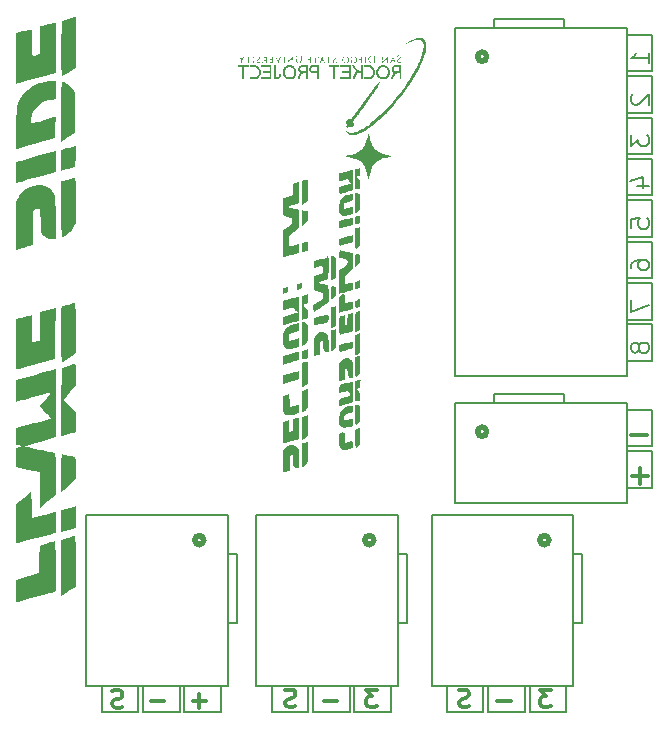
<source format=gbo>
G04 #@! TF.GenerationSoftware,KiCad,Pcbnew,8.0.6*
G04 #@! TF.CreationDate,2024-11-26T19:07:21-08:00*
G04 #@! TF.ProjectId,Constellation STAR LAF V1.0,436f6e73-7465-46c6-9c61-74696f6e2053,rev?*
G04 #@! TF.SameCoordinates,Original*
G04 #@! TF.FileFunction,Legend,Bot*
G04 #@! TF.FilePolarity,Positive*
%FSLAX46Y46*%
G04 Gerber Fmt 4.6, Leading zero omitted, Abs format (unit mm)*
G04 Created by KiCad (PCBNEW 8.0.6) date 2024-11-26 19:07:21*
%MOMM*%
%LPD*%
G01*
G04 APERTURE LIST*
%ADD10C,0.300000*%
%ADD11C,0.200000*%
%ADD12C,0.350000*%
%ADD13C,0.152400*%
%ADD14C,0.508000*%
%ADD15C,0.000000*%
%ADD16C,3.200000*%
%ADD17C,1.900000*%
G04 APERTURE END LIST*
D10*
X57799999Y-86600828D02*
X56871427Y-86600828D01*
X56871427Y-86600828D02*
X57371427Y-87172257D01*
X57371427Y-87172257D02*
X57157142Y-87172257D01*
X57157142Y-87172257D02*
X57014285Y-87243685D01*
X57014285Y-87243685D02*
X56942856Y-87315114D01*
X56942856Y-87315114D02*
X56871427Y-87457971D01*
X56871427Y-87457971D02*
X56871427Y-87815114D01*
X56871427Y-87815114D02*
X56942856Y-87957971D01*
X56942856Y-87957971D02*
X57014285Y-88029400D01*
X57014285Y-88029400D02*
X57157142Y-88100828D01*
X57157142Y-88100828D02*
X57585713Y-88100828D01*
X57585713Y-88100828D02*
X57728570Y-88029400D01*
X57728570Y-88029400D02*
X57799999Y-87957971D01*
D11*
X80806028Y-33574435D02*
X80806028Y-32717292D01*
X80806028Y-33145863D02*
X79306028Y-33145863D01*
X79306028Y-33145863D02*
X79520314Y-33003006D01*
X79520314Y-33003006D02*
X79663171Y-32860149D01*
X79663171Y-32860149D02*
X79734600Y-32717292D01*
X79306028Y-47503010D02*
X79306028Y-46788724D01*
X79306028Y-46788724D02*
X80020314Y-46717296D01*
X80020314Y-46717296D02*
X79948885Y-46788724D01*
X79948885Y-46788724D02*
X79877457Y-46931582D01*
X79877457Y-46931582D02*
X79877457Y-47288724D01*
X79877457Y-47288724D02*
X79948885Y-47431582D01*
X79948885Y-47431582D02*
X80020314Y-47503010D01*
X80020314Y-47503010D02*
X80163171Y-47574439D01*
X80163171Y-47574439D02*
X80520314Y-47574439D01*
X80520314Y-47574439D02*
X80663171Y-47503010D01*
X80663171Y-47503010D02*
X80734600Y-47431582D01*
X80734600Y-47431582D02*
X80806028Y-47288724D01*
X80806028Y-47288724D02*
X80806028Y-46931582D01*
X80806028Y-46931582D02*
X80734600Y-46788724D01*
X80734600Y-46788724D02*
X80663171Y-46717296D01*
D10*
X43321428Y-87579400D02*
X42178571Y-87579400D01*
X42749999Y-88150828D02*
X42749999Y-87007971D01*
X50878570Y-88029400D02*
X50664285Y-88100828D01*
X50664285Y-88100828D02*
X50307142Y-88100828D01*
X50307142Y-88100828D02*
X50164285Y-88029400D01*
X50164285Y-88029400D02*
X50092856Y-87957971D01*
X50092856Y-87957971D02*
X50021427Y-87815114D01*
X50021427Y-87815114D02*
X50021427Y-87672257D01*
X50021427Y-87672257D02*
X50092856Y-87529400D01*
X50092856Y-87529400D02*
X50164285Y-87457971D01*
X50164285Y-87457971D02*
X50307142Y-87386542D01*
X50307142Y-87386542D02*
X50592856Y-87315114D01*
X50592856Y-87315114D02*
X50735713Y-87243685D01*
X50735713Y-87243685D02*
X50807142Y-87172257D01*
X50807142Y-87172257D02*
X50878570Y-87029400D01*
X50878570Y-87029400D02*
X50878570Y-86886542D01*
X50878570Y-86886542D02*
X50807142Y-86743685D01*
X50807142Y-86743685D02*
X50735713Y-86672257D01*
X50735713Y-86672257D02*
X50592856Y-86600828D01*
X50592856Y-86600828D02*
X50235713Y-86600828D01*
X50235713Y-86600828D02*
X50021427Y-86672257D01*
X39771429Y-87579400D02*
X38628572Y-87579400D01*
X72499998Y-86600828D02*
X71571426Y-86600828D01*
X71571426Y-86600828D02*
X72071426Y-87172257D01*
X72071426Y-87172257D02*
X71857141Y-87172257D01*
X71857141Y-87172257D02*
X71714284Y-87243685D01*
X71714284Y-87243685D02*
X71642855Y-87315114D01*
X71642855Y-87315114D02*
X71571426Y-87457971D01*
X71571426Y-87457971D02*
X71571426Y-87815114D01*
X71571426Y-87815114D02*
X71642855Y-87957971D01*
X71642855Y-87957971D02*
X71714284Y-88029400D01*
X71714284Y-88029400D02*
X71857141Y-88100828D01*
X71857141Y-88100828D02*
X72285712Y-88100828D01*
X72285712Y-88100828D02*
X72428569Y-88029400D01*
X72428569Y-88029400D02*
X72499998Y-87957971D01*
X54421429Y-87529400D02*
X53278572Y-87529400D01*
D12*
X80716666Y-68532967D02*
X79383333Y-68532967D01*
X80049999Y-69199634D02*
X80049999Y-67866301D01*
D11*
X79306028Y-50931583D02*
X79306028Y-50645868D01*
X79306028Y-50645868D02*
X79377457Y-50503011D01*
X79377457Y-50503011D02*
X79448885Y-50431583D01*
X79448885Y-50431583D02*
X79663171Y-50288725D01*
X79663171Y-50288725D02*
X79948885Y-50217297D01*
X79948885Y-50217297D02*
X80520314Y-50217297D01*
X80520314Y-50217297D02*
X80663171Y-50288725D01*
X80663171Y-50288725D02*
X80734600Y-50360154D01*
X80734600Y-50360154D02*
X80806028Y-50503011D01*
X80806028Y-50503011D02*
X80806028Y-50788725D01*
X80806028Y-50788725D02*
X80734600Y-50931583D01*
X80734600Y-50931583D02*
X80663171Y-51003011D01*
X80663171Y-51003011D02*
X80520314Y-51074440D01*
X80520314Y-51074440D02*
X80163171Y-51074440D01*
X80163171Y-51074440D02*
X80020314Y-51003011D01*
X80020314Y-51003011D02*
X79948885Y-50931583D01*
X79948885Y-50931583D02*
X79877457Y-50788725D01*
X79877457Y-50788725D02*
X79877457Y-50503011D01*
X79877457Y-50503011D02*
X79948885Y-50360154D01*
X79948885Y-50360154D02*
X80020314Y-50288725D01*
X80020314Y-50288725D02*
X80163171Y-50217297D01*
X79948885Y-57503011D02*
X79877457Y-57360154D01*
X79877457Y-57360154D02*
X79806028Y-57288725D01*
X79806028Y-57288725D02*
X79663171Y-57217297D01*
X79663171Y-57217297D02*
X79591742Y-57217297D01*
X79591742Y-57217297D02*
X79448885Y-57288725D01*
X79448885Y-57288725D02*
X79377457Y-57360154D01*
X79377457Y-57360154D02*
X79306028Y-57503011D01*
X79306028Y-57503011D02*
X79306028Y-57788725D01*
X79306028Y-57788725D02*
X79377457Y-57931583D01*
X79377457Y-57931583D02*
X79448885Y-58003011D01*
X79448885Y-58003011D02*
X79591742Y-58074440D01*
X79591742Y-58074440D02*
X79663171Y-58074440D01*
X79663171Y-58074440D02*
X79806028Y-58003011D01*
X79806028Y-58003011D02*
X79877457Y-57931583D01*
X79877457Y-57931583D02*
X79948885Y-57788725D01*
X79948885Y-57788725D02*
X79948885Y-57503011D01*
X79948885Y-57503011D02*
X80020314Y-57360154D01*
X80020314Y-57360154D02*
X80091742Y-57288725D01*
X80091742Y-57288725D02*
X80234600Y-57217297D01*
X80234600Y-57217297D02*
X80520314Y-57217297D01*
X80520314Y-57217297D02*
X80663171Y-57288725D01*
X80663171Y-57288725D02*
X80734600Y-57360154D01*
X80734600Y-57360154D02*
X80806028Y-57503011D01*
X80806028Y-57503011D02*
X80806028Y-57788725D01*
X80806028Y-57788725D02*
X80734600Y-57931583D01*
X80734600Y-57931583D02*
X80663171Y-58003011D01*
X80663171Y-58003011D02*
X80520314Y-58074440D01*
X80520314Y-58074440D02*
X80234600Y-58074440D01*
X80234600Y-58074440D02*
X80091742Y-58003011D01*
X80091742Y-58003011D02*
X80020314Y-57931583D01*
X80020314Y-57931583D02*
X79948885Y-57788725D01*
D10*
X69121428Y-87529400D02*
X67978571Y-87529400D01*
D11*
X79306028Y-39645868D02*
X79306028Y-40574440D01*
X79306028Y-40574440D02*
X79877457Y-40074440D01*
X79877457Y-40074440D02*
X79877457Y-40288725D01*
X79877457Y-40288725D02*
X79948885Y-40431583D01*
X79948885Y-40431583D02*
X80020314Y-40503011D01*
X80020314Y-40503011D02*
X80163171Y-40574440D01*
X80163171Y-40574440D02*
X80520314Y-40574440D01*
X80520314Y-40574440D02*
X80663171Y-40503011D01*
X80663171Y-40503011D02*
X80734600Y-40431583D01*
X80734600Y-40431583D02*
X80806028Y-40288725D01*
X80806028Y-40288725D02*
X80806028Y-39860154D01*
X80806028Y-39860154D02*
X80734600Y-39717297D01*
X80734600Y-39717297D02*
X80663171Y-39645868D01*
D12*
X80653070Y-65032967D02*
X79319737Y-65032967D01*
D10*
X65578569Y-88029400D02*
X65364284Y-88100828D01*
X65364284Y-88100828D02*
X65007141Y-88100828D01*
X65007141Y-88100828D02*
X64864284Y-88029400D01*
X64864284Y-88029400D02*
X64792855Y-87957971D01*
X64792855Y-87957971D02*
X64721426Y-87815114D01*
X64721426Y-87815114D02*
X64721426Y-87672257D01*
X64721426Y-87672257D02*
X64792855Y-87529400D01*
X64792855Y-87529400D02*
X64864284Y-87457971D01*
X64864284Y-87457971D02*
X65007141Y-87386542D01*
X65007141Y-87386542D02*
X65292855Y-87315114D01*
X65292855Y-87315114D02*
X65435712Y-87243685D01*
X65435712Y-87243685D02*
X65507141Y-87172257D01*
X65507141Y-87172257D02*
X65578569Y-87029400D01*
X65578569Y-87029400D02*
X65578569Y-86886542D01*
X65578569Y-86886542D02*
X65507141Y-86743685D01*
X65507141Y-86743685D02*
X65435712Y-86672257D01*
X65435712Y-86672257D02*
X65292855Y-86600828D01*
X65292855Y-86600828D02*
X64935712Y-86600828D01*
X64935712Y-86600828D02*
X64721426Y-86672257D01*
D11*
X79806028Y-43931583D02*
X80806028Y-43931583D01*
X79234600Y-43574440D02*
X80306028Y-43217297D01*
X80306028Y-43217297D02*
X80306028Y-44145868D01*
D10*
X36228570Y-88079400D02*
X36014285Y-88150828D01*
X36014285Y-88150828D02*
X35657142Y-88150828D01*
X35657142Y-88150828D02*
X35514285Y-88079400D01*
X35514285Y-88079400D02*
X35442856Y-88007971D01*
X35442856Y-88007971D02*
X35371427Y-87865114D01*
X35371427Y-87865114D02*
X35371427Y-87722257D01*
X35371427Y-87722257D02*
X35442856Y-87579400D01*
X35442856Y-87579400D02*
X35514285Y-87507971D01*
X35514285Y-87507971D02*
X35657142Y-87436542D01*
X35657142Y-87436542D02*
X35942856Y-87365114D01*
X35942856Y-87365114D02*
X36085713Y-87293685D01*
X36085713Y-87293685D02*
X36157142Y-87222257D01*
X36157142Y-87222257D02*
X36228570Y-87079400D01*
X36228570Y-87079400D02*
X36228570Y-86936542D01*
X36228570Y-86936542D02*
X36157142Y-86793685D01*
X36157142Y-86793685D02*
X36085713Y-86722257D01*
X36085713Y-86722257D02*
X35942856Y-86650828D01*
X35942856Y-86650828D02*
X35585713Y-86650828D01*
X35585713Y-86650828D02*
X35371427Y-86722257D01*
D11*
X79448885Y-36217297D02*
X79377457Y-36288725D01*
X79377457Y-36288725D02*
X79306028Y-36431583D01*
X79306028Y-36431583D02*
X79306028Y-36788725D01*
X79306028Y-36788725D02*
X79377457Y-36931583D01*
X79377457Y-36931583D02*
X79448885Y-37003011D01*
X79448885Y-37003011D02*
X79591742Y-37074440D01*
X79591742Y-37074440D02*
X79734600Y-37074440D01*
X79734600Y-37074440D02*
X79948885Y-37003011D01*
X79948885Y-37003011D02*
X80806028Y-36145868D01*
X80806028Y-36145868D02*
X80806028Y-37074440D01*
X79306028Y-53645868D02*
X79306028Y-54645868D01*
X79306028Y-54645868D02*
X80806028Y-54003011D01*
D13*
X64430001Y-62320000D02*
X78929999Y-62320000D01*
X64430002Y-70820000D02*
X64430001Y-62320000D01*
X67730002Y-61570000D02*
X67730002Y-62320001D01*
X67730002Y-61570000D02*
X73614001Y-61570000D01*
X73614001Y-61570000D02*
X73614001Y-62320001D01*
X78929999Y-70820001D02*
X64430002Y-70820000D01*
X78929999Y-70820001D02*
X78929999Y-62320000D01*
X81104999Y-62920000D02*
X78930000Y-62920000D01*
X81104999Y-66019999D02*
X78930000Y-66019999D01*
X81104999Y-66019999D02*
X81104999Y-62920000D01*
X81104999Y-66420001D02*
X78930000Y-66420001D01*
X81104999Y-69520000D02*
X78930000Y-69520000D01*
X81104999Y-69520000D02*
X81104999Y-66420001D01*
D14*
X67061000Y-64770000D02*
G75*
G02*
X66299000Y-64770000I-381000J0D01*
G01*
X66299000Y-64770000D02*
G75*
G02*
X67061000Y-64770000I381000J0D01*
G01*
D13*
X62400002Y-71800001D02*
X74399999Y-71800001D01*
X62400002Y-86299999D02*
X62400002Y-71800001D01*
X62400002Y-86299999D02*
X74399999Y-86299999D01*
X63699999Y-88474999D02*
X63699999Y-86300000D01*
X63699999Y-88474999D02*
X66799998Y-88474999D01*
X66799998Y-88474999D02*
X66799998Y-86300000D01*
X67199999Y-88474999D02*
X67199999Y-86300000D01*
X67199999Y-88474999D02*
X70299998Y-88474999D01*
X70299998Y-88474999D02*
X70299998Y-86300000D01*
X70700000Y-88474999D02*
X70700000Y-86300000D01*
X70700000Y-88474999D02*
X73799999Y-88474999D01*
X73799999Y-88474999D02*
X73799999Y-86300000D01*
X74399999Y-71800001D02*
X74399999Y-86299999D01*
X75149999Y-75100002D02*
X74399998Y-75100002D01*
X75149999Y-75100002D02*
X75149999Y-80984001D01*
X75149999Y-80984001D02*
X74399998Y-80984001D01*
D14*
X72331000Y-73950000D02*
G75*
G02*
X71569000Y-73950000I-381000J0D01*
G01*
X71569000Y-73950000D02*
G75*
G02*
X72331000Y-73950000I381000J0D01*
G01*
D13*
X33179211Y-71800001D02*
X45179208Y-71800001D01*
X33179211Y-86299999D02*
X33179211Y-71800001D01*
X33179211Y-86299999D02*
X45179208Y-86299999D01*
X34479208Y-88474999D02*
X34479208Y-86300000D01*
X34479208Y-88474999D02*
X37579207Y-88474999D01*
X37579207Y-88474999D02*
X37579207Y-86300000D01*
X37979208Y-88474999D02*
X37979208Y-86300000D01*
X37979208Y-88474999D02*
X41079207Y-88474999D01*
X41079207Y-88474999D02*
X41079207Y-86300000D01*
X41479209Y-88474999D02*
X41479209Y-86300000D01*
X41479209Y-88474999D02*
X44579208Y-88474999D01*
X44579208Y-88474999D02*
X44579208Y-86300000D01*
X45179208Y-71800001D02*
X45179208Y-86299999D01*
X45929208Y-75100002D02*
X45179207Y-75100002D01*
X45929208Y-75100002D02*
X45929208Y-80984001D01*
X45929208Y-80984001D02*
X45179207Y-80984001D01*
D14*
X43110209Y-73950000D02*
G75*
G02*
X42348209Y-73950000I-381000J0D01*
G01*
X42348209Y-73950000D02*
G75*
G02*
X43110209Y-73950000I381000J0D01*
G01*
D15*
G36*
X56383667Y-52269202D02*
G01*
X56379094Y-52422974D01*
X56365489Y-52551426D01*
X56346008Y-52609479D01*
X56337209Y-52613805D01*
X56251149Y-52639587D01*
X56119802Y-52668125D01*
X55931254Y-52703497D01*
X55946208Y-52388820D01*
X55961163Y-52074144D01*
X56172415Y-52013172D01*
X56383667Y-51952199D01*
X56383667Y-52269202D01*
G37*
G36*
X56383667Y-48243091D02*
G01*
X56383667Y-49053094D01*
X56206854Y-49157416D01*
X56167870Y-49179759D01*
X56052037Y-49238275D01*
X55982001Y-49261739D01*
X55973560Y-49251888D01*
X55958490Y-49162084D01*
X55948894Y-48985866D01*
X55945132Y-48732123D01*
X55947562Y-48409743D01*
X55961163Y-47557746D01*
X56172415Y-47495417D01*
X56383667Y-47433088D01*
X56383667Y-48243091D01*
G37*
G36*
X56383667Y-57239960D02*
G01*
X56383667Y-58049963D01*
X56206854Y-58154285D01*
X56167870Y-58176628D01*
X56052037Y-58235144D01*
X55982001Y-58258607D01*
X55973560Y-58248757D01*
X55958490Y-58158953D01*
X55948894Y-57982735D01*
X55945132Y-57728991D01*
X55947562Y-57406612D01*
X55961163Y-56554615D01*
X56172415Y-56492286D01*
X56383667Y-56429957D01*
X56383667Y-57239960D01*
G37*
G36*
X56383667Y-59053899D02*
G01*
X56383667Y-59788995D01*
X56239459Y-59943371D01*
X56204905Y-59978137D01*
X56096999Y-60063559D01*
X56014577Y-60097747D01*
X56006716Y-60097324D01*
X55979158Y-60082658D01*
X55960154Y-60036969D01*
X55948598Y-59946587D01*
X55943381Y-59797844D01*
X55943396Y-59577072D01*
X55947535Y-59270601D01*
X55961163Y-58443456D01*
X56172415Y-58381129D01*
X56383667Y-58318803D01*
X56383667Y-59053899D01*
G37*
G36*
X53651457Y-54894439D02*
G01*
X53690291Y-54950481D01*
X53698323Y-55052683D01*
X53690065Y-55205911D01*
X53674665Y-55446062D01*
X53103041Y-55607868D01*
X52879823Y-55670373D01*
X52689258Y-55722437D01*
X52553983Y-55757944D01*
X52494137Y-55771480D01*
X52476374Y-55734443D01*
X52462265Y-55622541D01*
X52456857Y-55461649D01*
X52456857Y-55150012D01*
X53056400Y-54993360D01*
X53205032Y-54954587D01*
X53423339Y-54901359D01*
X53567311Y-54879686D01*
X53651457Y-54894439D01*
G37*
G36*
X56363427Y-46511653D02*
G01*
X56378044Y-46620033D01*
X56383667Y-46777646D01*
X56381022Y-46929151D01*
X56365603Y-47033507D01*
X56327334Y-47089848D01*
X56256165Y-47125592D01*
X56152968Y-47156424D01*
X56032486Y-47174068D01*
X55993133Y-47169273D01*
X55956663Y-47133809D01*
X55940171Y-47044314D01*
X55936309Y-46878165D01*
X55936309Y-46582263D01*
X56122709Y-46530497D01*
X56156029Y-46521401D01*
X56278168Y-46490904D01*
X56346388Y-46478455D01*
X56363427Y-46511653D01*
G37*
G36*
X56370854Y-53586558D02*
G01*
X56381756Y-53679737D01*
X56383667Y-53852382D01*
X56383667Y-54174969D01*
X56210667Y-54232064D01*
X56187797Y-54239206D01*
X56064048Y-54264189D01*
X55986988Y-54257839D01*
X55966987Y-54223298D01*
X55944898Y-54110998D01*
X55936309Y-53954836D01*
X55937079Y-53849428D01*
X55950596Y-53740015D01*
X55997202Y-53672000D01*
X56097434Y-53621502D01*
X56271828Y-53564635D01*
X56291082Y-53558841D01*
X56343213Y-53552906D01*
X56370854Y-53586558D01*
G37*
G36*
X56176007Y-62491951D02*
G01*
X56265774Y-62529983D01*
X56325795Y-62611749D01*
X56361698Y-62751102D01*
X56379114Y-62961897D01*
X56383667Y-63257987D01*
X56383667Y-63867791D01*
X56230724Y-64020733D01*
X56191132Y-64058169D01*
X56083708Y-64140739D01*
X56007045Y-64173676D01*
X55986170Y-64164971D01*
X55965401Y-64120725D01*
X55951088Y-64027599D01*
X55942173Y-63872964D01*
X55937599Y-63644196D01*
X55936309Y-63328667D01*
X55936309Y-62483657D01*
X56069088Y-62483657D01*
X56176007Y-62491951D01*
G37*
G36*
X54317302Y-54156656D02*
G01*
X54328597Y-54263396D01*
X54337598Y-54441581D01*
X54343551Y-54674771D01*
X54345703Y-54946523D01*
X54345703Y-55760075D01*
X54147944Y-55890946D01*
X54083096Y-55932948D01*
X53977422Y-55996711D01*
X53924263Y-56021817D01*
X53916577Y-55981520D01*
X53909285Y-55856606D01*
X53903511Y-55662483D01*
X53899712Y-55414859D01*
X53898345Y-55129437D01*
X53898345Y-54237058D01*
X54084744Y-54185292D01*
X54118064Y-54176195D01*
X54240205Y-54145699D01*
X54308424Y-54133249D01*
X54317302Y-54156656D01*
G37*
G36*
X55751719Y-46671356D02*
G01*
X55766364Y-46707901D01*
X55779054Y-46823393D01*
X55777607Y-46980517D01*
X55762337Y-47248516D01*
X55300115Y-47380488D01*
X55189973Y-47411821D01*
X54983865Y-47469850D01*
X54816416Y-47516227D01*
X54716064Y-47543036D01*
X54692113Y-47548855D01*
X54636271Y-47553138D01*
X54607132Y-47519380D01*
X54596012Y-47427125D01*
X54594235Y-47255915D01*
X54594235Y-46938217D01*
X55152398Y-46784207D01*
X55363554Y-46729755D01*
X55554046Y-46688407D01*
X55690273Y-46667654D01*
X55751719Y-46671356D01*
G37*
G36*
X56383667Y-55315827D02*
G01*
X56383667Y-56102924D01*
X56190500Y-56211489D01*
X56136058Y-56241422D01*
X56025052Y-56297718D01*
X55966821Y-56320056D01*
X55959437Y-56295666D01*
X55950236Y-56187696D01*
X55942907Y-56008437D01*
X55938061Y-55774288D01*
X55936309Y-55501648D01*
X55936272Y-55342748D01*
X55937735Y-55072754D01*
X55945327Y-54880299D01*
X55963958Y-54750535D01*
X55998531Y-54668611D01*
X56053956Y-54619681D01*
X56135134Y-54588896D01*
X56246975Y-54561406D01*
X56383667Y-54528730D01*
X56383667Y-55315827D01*
G37*
G36*
X56383667Y-65094867D02*
G01*
X56383667Y-65774224D01*
X56214665Y-65943226D01*
X56158379Y-65996692D01*
X56055856Y-66079570D01*
X55990986Y-66112228D01*
X55987071Y-66111303D01*
X55964497Y-66055423D01*
X55948675Y-65910630D01*
X55939360Y-65673485D01*
X55936309Y-65340548D01*
X55936049Y-65182580D01*
X55936198Y-64931459D01*
X55942256Y-64755792D01*
X55960241Y-64639607D01*
X55996173Y-64566939D01*
X56056069Y-64521820D01*
X56145947Y-64488279D01*
X56271828Y-64450350D01*
X56383667Y-64415510D01*
X56383667Y-65094867D01*
G37*
G36*
X54318457Y-56110554D02*
G01*
X54321353Y-56117294D01*
X54330911Y-56198713D01*
X54338642Y-56355287D01*
X54343816Y-56568054D01*
X54345703Y-56818053D01*
X54344987Y-57042169D01*
X54340602Y-57255478D01*
X54329905Y-57404445D01*
X54310287Y-57508753D01*
X54279143Y-57588081D01*
X54233863Y-57662113D01*
X54219869Y-57681977D01*
X54113193Y-57808590D01*
X54010184Y-57899206D01*
X53898345Y-57972495D01*
X53898345Y-57077762D01*
X53898345Y-56183029D01*
X54094778Y-56133169D01*
X54139023Y-56122791D01*
X54257658Y-56104563D01*
X54318457Y-56110554D01*
G37*
G36*
X55764545Y-48182790D02*
G01*
X55780849Y-48289614D01*
X55787190Y-48442600D01*
X55787190Y-48711136D01*
X55575938Y-48767025D01*
X55433662Y-48805073D01*
X55228125Y-48860663D01*
X55017739Y-48918061D01*
X55001111Y-48922609D01*
X54828241Y-48968427D01*
X54696236Y-49000883D01*
X54632514Y-49013207D01*
X54615494Y-48982565D01*
X54600149Y-48876659D01*
X54594235Y-48721232D01*
X54594235Y-48429257D01*
X55153433Y-48280335D01*
X55364248Y-48226449D01*
X55554460Y-48182464D01*
X55689834Y-48156435D01*
X55749910Y-48152738D01*
X55764545Y-48182790D01*
G37*
G36*
X55764545Y-57179659D02*
G01*
X55780849Y-57286483D01*
X55787190Y-57439469D01*
X55787190Y-57708005D01*
X55575939Y-57763895D01*
X55433662Y-57801942D01*
X55228125Y-57857532D01*
X55017739Y-57914930D01*
X55001111Y-57919478D01*
X54828241Y-57965295D01*
X54696236Y-57997752D01*
X54632514Y-58010076D01*
X54615494Y-57979434D01*
X54600149Y-57873528D01*
X54594235Y-57718101D01*
X54594235Y-57426126D01*
X55153433Y-57277203D01*
X55364248Y-57223318D01*
X55554460Y-57179333D01*
X55689834Y-57153304D01*
X55749910Y-57149607D01*
X55764545Y-57179659D01*
G37*
G36*
X56103140Y-49716472D02*
G01*
X56228335Y-49740163D01*
X56383667Y-49771230D01*
X56383667Y-50107178D01*
X56383449Y-50186221D01*
X56376576Y-50338592D01*
X56350025Y-50439181D01*
X56290498Y-50522456D01*
X56184698Y-50622883D01*
X56104524Y-50693509D01*
X56008583Y-50772082D01*
X55961019Y-50802639D01*
X55952445Y-50768498D01*
X55944085Y-50653151D01*
X55938404Y-50475586D01*
X55936309Y-50255868D01*
X55936307Y-50238438D01*
X55937176Y-49997934D01*
X55945678Y-49840702D01*
X55970428Y-49751525D01*
X56020044Y-49715187D01*
X56103140Y-49716472D01*
G37*
G36*
X54085864Y-52445472D02*
G01*
X54218201Y-52491429D01*
X54221796Y-52492804D01*
X54289733Y-52527377D01*
X54326928Y-52582280D01*
X54342534Y-52683854D01*
X54345703Y-52858444D01*
X54345636Y-52901710D01*
X54339919Y-53062255D01*
X54314559Y-53167328D01*
X54255011Y-53253349D01*
X54146734Y-53356738D01*
X54066560Y-53427365D01*
X53970618Y-53505937D01*
X53923055Y-53536494D01*
X53914481Y-53502353D01*
X53906122Y-53387006D01*
X53900440Y-53209442D01*
X53898345Y-52989723D01*
X53900251Y-52747165D01*
X53911668Y-52573095D01*
X53940884Y-52473396D01*
X53996189Y-52435158D01*
X54085864Y-52445472D01*
G37*
G36*
X56146023Y-44557134D02*
G01*
X56273195Y-44617004D01*
X56308966Y-44644976D01*
X56343583Y-44690594D01*
X56365465Y-44762230D01*
X56377508Y-44878231D01*
X56382611Y-45056945D01*
X56383667Y-45316718D01*
X56383666Y-45352640D01*
X56382762Y-45600343D01*
X56377584Y-45771057D01*
X56364345Y-45884797D01*
X56339255Y-45961582D01*
X56298528Y-46021427D01*
X56238372Y-46084349D01*
X56206906Y-46114146D01*
X56097446Y-46196551D01*
X56014693Y-46229645D01*
X56009645Y-46229430D01*
X55982076Y-46214735D01*
X55962297Y-46167401D01*
X55949070Y-46074076D01*
X55941155Y-45921409D01*
X55937314Y-45696046D01*
X55936309Y-45384635D01*
X55936309Y-44539626D01*
X56049515Y-44539626D01*
X56146023Y-44557134D01*
G37*
G36*
X54005630Y-49858390D02*
G01*
X54111635Y-49896247D01*
X54223696Y-49980223D01*
X54259045Y-50017196D01*
X54294813Y-50067597D01*
X54319079Y-50133992D01*
X54334071Y-50233065D01*
X54342020Y-50381500D01*
X54345153Y-50595979D01*
X54345703Y-50893187D01*
X54345703Y-51684146D01*
X54147943Y-51815016D01*
X54083096Y-51857018D01*
X53977423Y-51920781D01*
X53924263Y-51945888D01*
X53921688Y-51940736D01*
X53914246Y-51864311D01*
X53907830Y-51707709D01*
X53902801Y-51485451D01*
X53899519Y-51212058D01*
X53898345Y-50902052D01*
X53898496Y-50635839D01*
X53899793Y-50354454D01*
X53903462Y-50150691D01*
X53910719Y-50012032D01*
X53922784Y-49925969D01*
X53940877Y-49879987D01*
X53966215Y-49861574D01*
X54000018Y-49858217D01*
X54005630Y-49858390D01*
G37*
G36*
X55006463Y-64836685D02*
G01*
X55060831Y-64901800D01*
X55085491Y-65039375D01*
X55091300Y-65262725D01*
X55091640Y-65313826D01*
X55098763Y-65494061D01*
X55113223Y-65626153D01*
X55132520Y-65684479D01*
X55162020Y-65688805D01*
X55268094Y-65674611D01*
X55413806Y-65637706D01*
X55584070Y-65588584D01*
X55704102Y-65570390D01*
X55763919Y-65603734D01*
X55782079Y-65700644D01*
X55777135Y-65873143D01*
X55762337Y-66180830D01*
X55414392Y-66270247D01*
X55151685Y-66324067D01*
X54954596Y-66328366D01*
X54808209Y-66279894D01*
X54694254Y-66176268D01*
X54653802Y-66115430D01*
X54623095Y-66033022D01*
X54604997Y-65915198D01*
X54596409Y-65740645D01*
X54594235Y-65488049D01*
X54594235Y-64926983D01*
X54770258Y-64868890D01*
X54911534Y-64830713D01*
X55006463Y-64836685D01*
G37*
G36*
X55019678Y-53146831D02*
G01*
X55038033Y-53268885D01*
X55041593Y-53481470D01*
X55041574Y-53545395D01*
X55045472Y-53731329D01*
X55067953Y-53836183D01*
X55125314Y-53874463D01*
X55233852Y-53860679D01*
X55409865Y-53809342D01*
X55585966Y-53758204D01*
X55704986Y-53740447D01*
X55764214Y-53774280D01*
X55782111Y-53871490D01*
X55777135Y-54043864D01*
X55762337Y-54352408D01*
X55190712Y-54514270D01*
X55188942Y-54514772D01*
X54966616Y-54577589D01*
X54782756Y-54629283D01*
X54656420Y-54664512D01*
X54606662Y-54677938D01*
X54605566Y-54675492D01*
X54601410Y-54609176D01*
X54598417Y-54465869D01*
X54596851Y-54263784D01*
X54596985Y-54021132D01*
X54599735Y-53362522D01*
X54741108Y-53251040D01*
X54760746Y-53235596D01*
X54892544Y-53139014D01*
X54975018Y-53106482D01*
X55019678Y-53146831D01*
G37*
G36*
X56373407Y-60684332D02*
G01*
X56372873Y-60696253D01*
X56361631Y-60869189D01*
X56341552Y-60968231D01*
X56303474Y-61017589D01*
X56238233Y-61041470D01*
X56180768Y-61058390D01*
X56110923Y-61112231D01*
X56128639Y-61194495D01*
X56233758Y-61314798D01*
X56302195Y-61385946D01*
X56355394Y-61473758D01*
X56378583Y-61588914D01*
X56383667Y-61767350D01*
X56383623Y-61810110D01*
X56379325Y-61962787D01*
X56359629Y-62048978D01*
X56312808Y-62095919D01*
X56227131Y-62130849D01*
X56223479Y-62132116D01*
X56094788Y-62169805D01*
X56002278Y-62185417D01*
X55983470Y-62177390D01*
X55963756Y-62133025D01*
X55951102Y-62038821D01*
X55944715Y-61882401D01*
X55943800Y-61651393D01*
X55947562Y-61333422D01*
X55961163Y-60481425D01*
X56174581Y-60418457D01*
X56388000Y-60355488D01*
X56373407Y-60684332D01*
G37*
G36*
X56364750Y-42494288D02*
G01*
X56378438Y-42610555D01*
X56383667Y-42775046D01*
X56381973Y-42906568D01*
X56370818Y-43027153D01*
X56344279Y-43084221D01*
X56296681Y-43098899D01*
X56251252Y-43103951D01*
X56135710Y-43146438D01*
X56131046Y-43149481D01*
X56100916Y-43190779D01*
X56128515Y-43253496D01*
X56222696Y-43359295D01*
X56309601Y-43457411D01*
X56358538Y-43549388D01*
X56379332Y-43669095D01*
X56383667Y-43852315D01*
X56383515Y-43939213D01*
X56378356Y-44078853D01*
X56357863Y-44154243D01*
X56311401Y-44189895D01*
X56228335Y-44210320D01*
X56100128Y-44232042D01*
X56004656Y-44241387D01*
X55988107Y-44235245D01*
X55966810Y-44193200D01*
X55951976Y-44100774D01*
X55942610Y-43945718D01*
X55937718Y-43715782D01*
X55936309Y-43398713D01*
X55936309Y-42556040D01*
X56122710Y-42504274D01*
X56156029Y-42495178D01*
X56278169Y-42464681D01*
X56346388Y-42452232D01*
X56364750Y-42494288D01*
G37*
G36*
X55787190Y-55486868D02*
G01*
X55787190Y-56255351D01*
X55252847Y-56393923D01*
X55069133Y-56441992D01*
X54872688Y-56494458D01*
X54727610Y-56534448D01*
X54656368Y-56555860D01*
X54654075Y-56556585D01*
X54630111Y-56539527D01*
X54613053Y-56466935D01*
X54601993Y-56327852D01*
X54596023Y-56111321D01*
X54594235Y-55806390D01*
X54594992Y-55651875D01*
X54599684Y-55403824D01*
X54607953Y-55202502D01*
X54618966Y-55065468D01*
X54631893Y-55010281D01*
X54639973Y-55006254D01*
X54725051Y-54980544D01*
X54855572Y-54952109D01*
X55041593Y-54917212D01*
X55041594Y-55323852D01*
X55042349Y-55489230D01*
X55048406Y-55623858D01*
X55065274Y-55693491D01*
X55098451Y-55717340D01*
X55153432Y-55714609D01*
X55188974Y-55707521D01*
X55231414Y-55680281D01*
X55256522Y-55615992D01*
X55270522Y-55493868D01*
X55279637Y-55293125D01*
X55291398Y-55078413D01*
X55317408Y-54929028D01*
X55369451Y-54838809D01*
X55459815Y-54787092D01*
X55600791Y-54753219D01*
X55787190Y-54718386D01*
X55787190Y-55486868D01*
G37*
G36*
X55734409Y-60596744D02*
G01*
X55772067Y-60687329D01*
X55784841Y-60844527D01*
X55782781Y-61079224D01*
X55775937Y-61402308D01*
X55762337Y-62259512D01*
X55300115Y-62391661D01*
X55190268Y-62422949D01*
X54983544Y-62481208D01*
X54815138Y-62527878D01*
X54713652Y-62554992D01*
X54689637Y-62560896D01*
X54632344Y-62566696D01*
X54604440Y-62535153D01*
X54597789Y-62445618D01*
X54604249Y-62277443D01*
X54619088Y-61968712D01*
X55091300Y-61839814D01*
X55222108Y-61801899D01*
X55398005Y-61742525D01*
X55518692Y-61690742D01*
X55563511Y-61654654D01*
X55560699Y-61640063D01*
X55514314Y-61556023D01*
X55429004Y-61447430D01*
X55294497Y-61296469D01*
X54956951Y-61392998D01*
X54943609Y-61396810D01*
X54777544Y-61443667D01*
X54656031Y-61476899D01*
X54604549Y-61489528D01*
X54604456Y-61489520D01*
X54599059Y-61443177D01*
X54599032Y-61323496D01*
X54604390Y-61156116D01*
X54619088Y-60822704D01*
X55116153Y-60687639D01*
X55133915Y-60682795D01*
X55371619Y-60615797D01*
X55544236Y-60571866D01*
X55661815Y-60561885D01*
X55734409Y-60596744D01*
G37*
G36*
X55375358Y-58564618D02*
G01*
X55499531Y-58603144D01*
X55606439Y-58687891D01*
X55625968Y-58707610D01*
X55672308Y-58761374D01*
X55703621Y-58822430D01*
X55722852Y-58909201D01*
X55732943Y-59040111D01*
X55736839Y-59233585D01*
X55737484Y-59508048D01*
X55737483Y-60197160D01*
X55616768Y-60197160D01*
X55521239Y-60184713D01*
X55420632Y-60121353D01*
X55350270Y-59993993D01*
X55304554Y-59791131D01*
X55277885Y-59501269D01*
X55271555Y-59425285D01*
X55242980Y-59312219D01*
X55190712Y-59277590D01*
X55171268Y-59281976D01*
X55142855Y-59320586D01*
X55123551Y-59411960D01*
X55110792Y-59571646D01*
X55102012Y-59815188D01*
X55087870Y-60352785D01*
X54917209Y-60424092D01*
X54897915Y-60431959D01*
X54765306Y-60477011D01*
X54670391Y-60495399D01*
X54647042Y-60488319D01*
X54624442Y-60450943D01*
X54609208Y-60369053D01*
X54599992Y-60228929D01*
X54595450Y-60016851D01*
X54594235Y-59719101D01*
X54594235Y-58942803D01*
X54787213Y-58749825D01*
X54849082Y-58689678D01*
X54960438Y-58603078D01*
X55072057Y-58565203D01*
X55227793Y-58556847D01*
X55375358Y-58564618D01*
G37*
G36*
X53451140Y-56394695D02*
G01*
X53500431Y-56425007D01*
X53580726Y-56510426D01*
X53637428Y-56639409D01*
X53673863Y-56825783D01*
X53693359Y-57083379D01*
X53699242Y-57426025D01*
X53699519Y-58010076D01*
X53559900Y-58010076D01*
X53464989Y-58004421D01*
X53348553Y-57963684D01*
X53273839Y-57870463D01*
X53230971Y-57709359D01*
X53210063Y-57464977D01*
X53203156Y-57326213D01*
X53190843Y-57180819D01*
X53171174Y-57103305D01*
X53138013Y-57074523D01*
X53085227Y-57075329D01*
X53056348Y-57081021D01*
X53019772Y-57103151D01*
X52995821Y-57155832D01*
X52981004Y-57256277D01*
X52971832Y-57421698D01*
X52964816Y-57669313D01*
X52950858Y-58248119D01*
X52774886Y-58281131D01*
X52760918Y-58283794D01*
X52623373Y-58314016D01*
X52527887Y-58341400D01*
X52506534Y-58327926D01*
X52481508Y-58237237D01*
X52463653Y-58079106D01*
X52452900Y-57872338D01*
X52449185Y-57635736D01*
X52452440Y-57388105D01*
X52462598Y-57148244D01*
X52479594Y-56934960D01*
X52503360Y-56767056D01*
X52533830Y-56663335D01*
X52593652Y-56571579D01*
X52767909Y-56422842D01*
X52986762Y-56338554D01*
X53223433Y-56326558D01*
X53451140Y-56394695D01*
G37*
G36*
X55736829Y-62557813D02*
G01*
X55757097Y-62588578D01*
X55778923Y-62694793D01*
X55785523Y-62835558D01*
X55775922Y-62971102D01*
X55749149Y-63061649D01*
X55699054Y-63097428D01*
X55576734Y-63152028D01*
X55414392Y-63207880D01*
X55273430Y-63253452D01*
X55132518Y-63306008D01*
X55054020Y-63344290D01*
X55034711Y-63367557D01*
X55003144Y-63470525D01*
X54993143Y-63605676D01*
X55005809Y-63730200D01*
X55042246Y-63801282D01*
X55090411Y-63806777D01*
X55212407Y-63790254D01*
X55371165Y-63751426D01*
X55516089Y-63712431D01*
X55663304Y-63692230D01*
X55745248Y-63724810D01*
X55777933Y-63819388D01*
X55777380Y-63985184D01*
X55762337Y-64245161D01*
X55488951Y-64330649D01*
X55248796Y-64394392D01*
X55020077Y-64418811D01*
X54847153Y-64384483D01*
X54716128Y-64290684D01*
X54677988Y-64246745D01*
X54633205Y-64172792D01*
X54607937Y-64076487D01*
X54596756Y-63932162D01*
X54594235Y-63714146D01*
X54596608Y-63568780D01*
X54622700Y-63293533D01*
X54683410Y-63087348D01*
X54785947Y-62931151D01*
X54937522Y-62805860D01*
X54993249Y-62772954D01*
X55152426Y-62698453D01*
X55334654Y-62630912D01*
X55511652Y-62579108D01*
X55655138Y-62551816D01*
X55736829Y-62557813D01*
G37*
G36*
X55751854Y-44633526D02*
G01*
X55764557Y-44660590D01*
X55778943Y-44768075D01*
X55777770Y-44917916D01*
X55762337Y-45160956D01*
X55389538Y-45286478D01*
X55016740Y-45412000D01*
X55001590Y-45646850D01*
X55001459Y-45648882D01*
X54999223Y-45781184D01*
X55024439Y-45856809D01*
X55093760Y-45881886D01*
X55223838Y-45862537D01*
X55431324Y-45804886D01*
X55535424Y-45777471D01*
X55667068Y-45754520D01*
X55738585Y-45758115D01*
X55755299Y-45783651D01*
X55778206Y-45887442D01*
X55787190Y-46036289D01*
X55785290Y-46151487D01*
X55766669Y-46250942D01*
X55711714Y-46309791D01*
X55600848Y-46362283D01*
X55520450Y-46390339D01*
X55330539Y-46436427D01*
X55132894Y-46465677D01*
X55020071Y-46474223D01*
X54894504Y-46470241D01*
X54807669Y-46436144D01*
X54722759Y-46362688D01*
X54672624Y-46308427D01*
X54630004Y-46238158D01*
X54606432Y-46143726D01*
X54596359Y-46000057D01*
X54594235Y-45782078D01*
X54597373Y-45599467D01*
X54619645Y-45366049D01*
X54670568Y-45191376D01*
X54758621Y-45050936D01*
X54892277Y-44920216D01*
X54904174Y-44910666D01*
X55026843Y-44836351D01*
X55192162Y-44761545D01*
X55373727Y-44695052D01*
X55545134Y-44645681D01*
X55679977Y-44622237D01*
X55751854Y-44633526D01*
G37*
G36*
X55761880Y-42629558D02*
G01*
X55771965Y-42742340D01*
X55779984Y-42925805D01*
X55785279Y-43163756D01*
X55787190Y-43439997D01*
X55785893Y-43702489D01*
X55779779Y-43973241D01*
X55768043Y-44161220D01*
X55750023Y-44275887D01*
X55725057Y-44326699D01*
X55703919Y-44337424D01*
X55600957Y-44374415D01*
X55439047Y-44425390D01*
X55243391Y-44483179D01*
X55039192Y-44540610D01*
X54851656Y-44590512D01*
X54705982Y-44625711D01*
X54627380Y-44639038D01*
X54612634Y-44608331D01*
X54599353Y-44502353D01*
X54594235Y-44346855D01*
X54594235Y-44054671D01*
X55091300Y-43915849D01*
X55245128Y-43870089D01*
X55422428Y-43808852D01*
X55543533Y-43756278D01*
X55588364Y-43720268D01*
X55584527Y-43703850D01*
X55532271Y-43622349D01*
X55438350Y-43519786D01*
X55288337Y-43376064D01*
X54970407Y-43460780D01*
X54810230Y-43502451D01*
X54682868Y-43533593D01*
X54623356Y-43545496D01*
X54609095Y-43504074D01*
X54598345Y-43388326D01*
X54594235Y-43224320D01*
X54594235Y-42903144D01*
X54805487Y-42848440D01*
X54950909Y-42810109D01*
X55156835Y-42754832D01*
X55367855Y-42697404D01*
X55388782Y-42691680D01*
X55561239Y-42645814D01*
X55691610Y-42613376D01*
X55753081Y-42601074D01*
X55761880Y-42629558D01*
G37*
G36*
X54703387Y-49418705D02*
G01*
X54833638Y-49442629D01*
X55020344Y-49480081D01*
X55240419Y-49526547D01*
X55762337Y-49639259D01*
X55775446Y-50307935D01*
X55788556Y-50976612D01*
X55415075Y-51264214D01*
X55041593Y-51551816D01*
X55041593Y-51922825D01*
X55041592Y-51933544D01*
X55044394Y-52130440D01*
X55065135Y-52243039D01*
X55122208Y-52285816D01*
X55234005Y-52273248D01*
X55418918Y-52219811D01*
X55587657Y-52170513D01*
X55706356Y-52151772D01*
X55765017Y-52184491D01*
X55782367Y-52280869D01*
X55777135Y-52453100D01*
X55762337Y-52761486D01*
X55290313Y-52898141D01*
X55168965Y-52933136D01*
X54964730Y-52991411D01*
X54801408Y-53037234D01*
X54706262Y-53062913D01*
X54594235Y-53091030D01*
X54594235Y-52103593D01*
X54594235Y-51116157D01*
X54941373Y-50872412D01*
X55086862Y-50768630D01*
X55199613Y-50677826D01*
X55260034Y-50604125D01*
X55284482Y-50526425D01*
X55289318Y-50423628D01*
X55289225Y-50382132D01*
X55277877Y-50269931D01*
X55232537Y-50215775D01*
X55131287Y-50186821D01*
X55120367Y-50184608D01*
X54955904Y-50147604D01*
X54783342Y-50104132D01*
X54594235Y-50053211D01*
X54594235Y-49732035D01*
X54598945Y-49570358D01*
X54619005Y-49449865D01*
X54656368Y-49412347D01*
X54703387Y-49418705D01*
G37*
G36*
X57118048Y-39483015D02*
G01*
X57130116Y-39581406D01*
X57130130Y-39582575D01*
X57143287Y-39687181D01*
X57176157Y-39851751D01*
X57221744Y-40041191D01*
X57246578Y-40132627D01*
X57364270Y-40472859D01*
X57511161Y-40740781D01*
X57701198Y-40948901D01*
X57948326Y-41109721D01*
X58266491Y-41235747D01*
X58669641Y-41339485D01*
X58760439Y-41359621D01*
X58924055Y-41403412D01*
X58992849Y-41440607D01*
X58965825Y-41475594D01*
X58841990Y-41512761D01*
X58620342Y-41556496D01*
X58311464Y-41632080D01*
X58011251Y-41745702D01*
X57758977Y-41883192D01*
X57580380Y-42032765D01*
X57520175Y-42110511D01*
X57383964Y-42359209D01*
X57265819Y-42679896D01*
X57173385Y-43053394D01*
X57137840Y-43221352D01*
X57097788Y-43360584D01*
X57064102Y-43404818D01*
X57034527Y-43356268D01*
X57006809Y-43217152D01*
X56944599Y-42914456D01*
X56852587Y-42607870D01*
X56742701Y-42331976D01*
X56626822Y-42121046D01*
X56570198Y-42048210D01*
X56342295Y-41856662D01*
X56023713Y-41701164D01*
X55613217Y-41581058D01*
X55609569Y-41580238D01*
X55423258Y-41537445D01*
X55267091Y-41499965D01*
X55174540Y-41475822D01*
X55124302Y-41457870D01*
X55108461Y-41436359D01*
X55157008Y-41411765D01*
X55281063Y-41379090D01*
X55491753Y-41333339D01*
X55531971Y-41324658D01*
X55880970Y-41226492D01*
X56188576Y-41099758D01*
X56435450Y-40953782D01*
X56602251Y-40797887D01*
X56633273Y-40754628D01*
X56768877Y-40500442D01*
X56887451Y-40169533D01*
X56982153Y-39780232D01*
X57006236Y-39672313D01*
X57049115Y-39537866D01*
X57088717Y-39471634D01*
X57118048Y-39483015D01*
G37*
G36*
X53662136Y-49960839D02*
G01*
X53681827Y-50073818D01*
X53690898Y-50259675D01*
X53692090Y-50527244D01*
X53688143Y-50885362D01*
X53674665Y-51862801D01*
X53239734Y-51988076D01*
X53140572Y-52017506D01*
X52968254Y-52073508D01*
X52849220Y-52118995D01*
X52804802Y-52146214D01*
X52815257Y-52155663D01*
X52898715Y-52187146D01*
X53047484Y-52228887D01*
X53239734Y-52274451D01*
X53674665Y-52369824D01*
X53688459Y-53016798D01*
X53702252Y-53663772D01*
X53439927Y-53914879D01*
X53172874Y-54143220D01*
X52847905Y-54376162D01*
X52517390Y-54574536D01*
X52506336Y-54580418D01*
X52449836Y-54603500D01*
X52420297Y-54583329D01*
X52408981Y-54501188D01*
X52407151Y-54338356D01*
X52407151Y-54043178D01*
X52803122Y-53777409D01*
X53199093Y-53511641D01*
X53200774Y-53254536D01*
X53200379Y-53136786D01*
X53186517Y-53053584D01*
X53142688Y-52995168D01*
X53052412Y-52948782D01*
X52899209Y-52901670D01*
X52666599Y-52841077D01*
X52453834Y-52786252D01*
X52467773Y-52181614D01*
X52481710Y-51576977D01*
X52829656Y-51468644D01*
X53177601Y-51360312D01*
X53192398Y-51056623D01*
X53195834Y-50908991D01*
X53176870Y-50795970D01*
X53116534Y-50751309D01*
X52998090Y-50765114D01*
X52804802Y-50827492D01*
X52691829Y-50866157D01*
X52559808Y-50897103D01*
X52489626Y-50872559D01*
X52461804Y-50780227D01*
X52456857Y-50607808D01*
X52456857Y-50313564D01*
X52710463Y-50229330D01*
X52788454Y-50206511D01*
X52976648Y-50172283D01*
X53127511Y-50171618D01*
X53213957Y-50179169D01*
X53318782Y-50149269D01*
X53429976Y-50053032D01*
X53511940Y-49970812D01*
X53579933Y-49918170D01*
X53629085Y-49911902D01*
X53662136Y-49960839D01*
G37*
D13*
X64430001Y-30570004D02*
X78929999Y-30570004D01*
X64430001Y-60069997D02*
X64430001Y-30570004D01*
X67730002Y-29820004D02*
X67730002Y-30570003D01*
X67730002Y-29820004D02*
X73614001Y-29820004D01*
X73614001Y-29820004D02*
X73614001Y-30570003D01*
X78929999Y-60069997D02*
X64430001Y-60069997D01*
X78929999Y-60069997D02*
X78929999Y-30570004D01*
X81104999Y-31170004D02*
X78930000Y-31170004D01*
X81104999Y-34270003D02*
X78930000Y-34270003D01*
X81104999Y-34270003D02*
X81104999Y-31170004D01*
X81104999Y-34670005D02*
X78930000Y-34670005D01*
X81104999Y-37770004D02*
X78930000Y-37770004D01*
X81104999Y-37770004D02*
X81104999Y-34670005D01*
X81104999Y-38170005D02*
X78930000Y-38170005D01*
X81104999Y-41270004D02*
X78930000Y-41270004D01*
X81104999Y-41270004D02*
X81104999Y-38170005D01*
X81104999Y-41670006D02*
X78930000Y-41670006D01*
X81104999Y-44770005D02*
X78930000Y-44770005D01*
X81104999Y-44770005D02*
X81104999Y-41670006D01*
X81104999Y-45170007D02*
X78930000Y-45170007D01*
X81104999Y-48270005D02*
X78930000Y-48270005D01*
X81104999Y-48270005D02*
X81104999Y-45170007D01*
X81104999Y-48670007D02*
X78930000Y-48670007D01*
X81104999Y-51770006D02*
X78930000Y-51770006D01*
X81104999Y-51770006D02*
X81104999Y-48670007D01*
X81104999Y-52170008D02*
X78930000Y-52170008D01*
X81104999Y-55270007D02*
X78930000Y-55270007D01*
X81104999Y-55270007D02*
X81104999Y-52170008D01*
X81104999Y-55670008D02*
X78930000Y-55670008D01*
X81104999Y-58770007D02*
X78930000Y-58770007D01*
X81104999Y-58770007D02*
X81104999Y-55670008D01*
D14*
X67060999Y-33020000D02*
G75*
G02*
X66299001Y-33020000I-380999J0D01*
G01*
X66299001Y-33020000D02*
G75*
G02*
X67060999Y-33020000I380999J0D01*
G01*
D13*
X47575002Y-71800001D02*
X59574999Y-71800001D01*
X47575002Y-86299999D02*
X47575002Y-71800001D01*
X47575002Y-86299999D02*
X59574999Y-86299999D01*
X48874999Y-88474999D02*
X48874999Y-86300000D01*
X48874999Y-88474999D02*
X51974998Y-88474999D01*
X51974998Y-88474999D02*
X51974998Y-86300000D01*
X52374999Y-88474999D02*
X52374999Y-86300000D01*
X52374999Y-88474999D02*
X55474998Y-88474999D01*
X55474998Y-88474999D02*
X55474998Y-86300000D01*
X55875000Y-88474999D02*
X55875000Y-86300000D01*
X55875000Y-88474999D02*
X58974999Y-88474999D01*
X58974999Y-88474999D02*
X58974999Y-86300000D01*
X59574999Y-71800001D02*
X59574999Y-86299999D01*
X60324999Y-75100002D02*
X59574998Y-75100002D01*
X60324999Y-75100002D02*
X60324999Y-80984001D01*
X60324999Y-80984001D02*
X59574998Y-80984001D01*
D14*
X57506000Y-73950000D02*
G75*
G02*
X56744000Y-73950000I-381000J0D01*
G01*
X56744000Y-73950000D02*
G75*
G02*
X57506000Y-73950000I381000J0D01*
G01*
D15*
G36*
X46918480Y-33797371D02*
G01*
X46918480Y-33878680D01*
X46733060Y-33878680D01*
X46547640Y-33878680D01*
X46547640Y-34407128D01*
X46547640Y-34935577D01*
X46467630Y-34934178D01*
X46387620Y-34932780D01*
X46386327Y-34405730D01*
X46385033Y-33878680D01*
X46212208Y-33878680D01*
X46039383Y-33878680D01*
X46040782Y-33798670D01*
X46042180Y-33718660D01*
X46480330Y-33717361D01*
X46918480Y-33716063D01*
X46918480Y-33797371D01*
G37*
G36*
X54579120Y-33797337D02*
G01*
X54579120Y-33878554D01*
X54392430Y-33879887D01*
X54205740Y-33881220D01*
X54204447Y-34408270D01*
X54203153Y-34935320D01*
X54124437Y-34935320D01*
X54045720Y-34935320D01*
X54045720Y-34407000D01*
X54045720Y-33878680D01*
X53873000Y-33878680D01*
X53700280Y-33878680D01*
X53700280Y-33797400D01*
X53700280Y-33716120D01*
X54139700Y-33716120D01*
X54579120Y-33716120D01*
X54579120Y-33797337D01*
G37*
G36*
X48848880Y-34325720D02*
G01*
X48848880Y-34935320D01*
X48401840Y-34935320D01*
X47954800Y-34935320D01*
X47954800Y-34856580D01*
X47954800Y-34777840D01*
X48320560Y-34777840D01*
X48686320Y-34777840D01*
X48686320Y-34594960D01*
X48686320Y-34412080D01*
X48399300Y-34412080D01*
X48112280Y-34412080D01*
X48112280Y-34330800D01*
X48112280Y-34249520D01*
X48399300Y-34249520D01*
X48686320Y-34249520D01*
X48686320Y-34064100D01*
X48686320Y-33878680D01*
X48320560Y-33878680D01*
X47954800Y-33878680D01*
X47954800Y-33797400D01*
X47954800Y-33716120D01*
X48401840Y-33716120D01*
X48848880Y-33716120D01*
X48848880Y-34325720D01*
G37*
G36*
X55559560Y-34325720D02*
G01*
X55559560Y-34935375D01*
X55113790Y-34934077D01*
X54668020Y-34932780D01*
X54666618Y-34855310D01*
X54665216Y-34777840D01*
X55033648Y-34777840D01*
X55402080Y-34777840D01*
X55402080Y-34594960D01*
X55402080Y-34412080D01*
X55112520Y-34412080D01*
X54822960Y-34412080D01*
X54822960Y-34330800D01*
X54822960Y-34249520D01*
X55112520Y-34249520D01*
X55402080Y-34249520D01*
X55402080Y-34064100D01*
X55402080Y-33878680D01*
X55033652Y-33878680D01*
X54665223Y-33878680D01*
X54666622Y-33798670D01*
X54668020Y-33718660D01*
X55113790Y-33717362D01*
X55559560Y-33716064D01*
X55559560Y-34325720D01*
G37*
G36*
X49199400Y-34244440D02*
G01*
X49199400Y-34772760D01*
X49254828Y-34772760D01*
X49298155Y-34770875D01*
X49334776Y-34764761D01*
X49366995Y-34753779D01*
X49397371Y-34737296D01*
X49398104Y-34736822D01*
X49423502Y-34717115D01*
X49449492Y-34691563D01*
X49472887Y-34663607D01*
X49490502Y-34636689D01*
X49493049Y-34631582D01*
X49500748Y-34612667D01*
X49508915Y-34588695D01*
X49516716Y-34562571D01*
X49523319Y-34537200D01*
X49527891Y-34515484D01*
X49529600Y-34500328D01*
X49529600Y-34488280D01*
X49606567Y-34488280D01*
X49683533Y-34488280D01*
X49680380Y-34535270D01*
X49674396Y-34584695D01*
X49659249Y-34646177D01*
X49636329Y-34704071D01*
X49606280Y-34757278D01*
X49569744Y-34804700D01*
X49527365Y-34845237D01*
X49479787Y-34877793D01*
X49465613Y-34885543D01*
X49429103Y-34902543D01*
X49392867Y-34914294D01*
X49352097Y-34922477D01*
X49335671Y-34924438D01*
X49306547Y-34926545D01*
X49269335Y-34928163D01*
X49225190Y-34929247D01*
X49175270Y-34929747D01*
X49041920Y-34930240D01*
X49041920Y-34323180D01*
X49041920Y-33716120D01*
X49120660Y-33716120D01*
X49199400Y-33716120D01*
X49199400Y-34244440D01*
G37*
G36*
X49930835Y-33017636D02*
G01*
X49960588Y-33018095D01*
X49983269Y-33019135D01*
X49997853Y-33020692D01*
X50003310Y-33022700D01*
X50003338Y-33022830D01*
X49999611Y-33026842D01*
X49989340Y-33029475D01*
X49986816Y-33029741D01*
X49979531Y-33030546D01*
X49973507Y-33031938D01*
X49968626Y-33034785D01*
X49964766Y-33039958D01*
X49961809Y-33048328D01*
X49959634Y-33060765D01*
X49958123Y-33078139D01*
X49957155Y-33101321D01*
X49956610Y-33131182D01*
X49956369Y-33168591D01*
X49956313Y-33214419D01*
X49956320Y-33269536D01*
X49956321Y-33271460D01*
X49956360Y-33328983D01*
X49956548Y-33377194D01*
X49956994Y-33416915D01*
X49957807Y-33448969D01*
X49959095Y-33474179D01*
X49960969Y-33493366D01*
X49963538Y-33507353D01*
X49966909Y-33516963D01*
X49971193Y-33523019D01*
X49976499Y-33526342D01*
X49982935Y-33527756D01*
X49990610Y-33528082D01*
X49997733Y-33529244D01*
X50002040Y-33533240D01*
X50000881Y-33534222D01*
X49991282Y-33535959D01*
X49972533Y-33537245D01*
X49945314Y-33538045D01*
X49910301Y-33538320D01*
X49894505Y-33538275D01*
X49862001Y-33537787D01*
X49838857Y-33536776D01*
X49825336Y-33535255D01*
X49821700Y-33533240D01*
X49827899Y-33529750D01*
X49839541Y-33528160D01*
X49860508Y-33525134D01*
X49875837Y-33515156D01*
X49883846Y-33498173D01*
X49884278Y-33494815D01*
X49885081Y-33481166D01*
X49885813Y-33459114D01*
X49886456Y-33429823D01*
X49886989Y-33394455D01*
X49887394Y-33354172D01*
X49887651Y-33310137D01*
X49887740Y-33263514D01*
X49887737Y-33211903D01*
X49887656Y-33166236D01*
X49887387Y-33129020D01*
X49886818Y-33099377D01*
X49885839Y-33076428D01*
X49884337Y-33059292D01*
X49882203Y-33047091D01*
X49879325Y-33038947D01*
X49875592Y-33033979D01*
X49870893Y-33031308D01*
X49865117Y-33030056D01*
X49858152Y-33029343D01*
X49857032Y-33029222D01*
X49846795Y-33026592D01*
X49843290Y-33022700D01*
X49843668Y-33022214D01*
X49851260Y-33020302D01*
X49867748Y-33018855D01*
X49892104Y-33017939D01*
X49923300Y-33017620D01*
X49930835Y-33017636D01*
G37*
G36*
X56832118Y-33016498D02*
G01*
X56857390Y-33017083D01*
X56877506Y-33018086D01*
X56890799Y-33019414D01*
X56895600Y-33020972D01*
X56895481Y-33022253D01*
X56892796Y-33025660D01*
X56884788Y-33028731D01*
X56869113Y-33032486D01*
X56867464Y-33032879D01*
X56861913Y-33035020D01*
X56857308Y-33038851D01*
X56853571Y-33045220D01*
X56850626Y-33054972D01*
X56848394Y-33068955D01*
X56846799Y-33088015D01*
X56845762Y-33113000D01*
X56845207Y-33144756D01*
X56845056Y-33184130D01*
X56845232Y-33231969D01*
X56845657Y-33289120D01*
X56845936Y-33321502D01*
X56846429Y-33370593D01*
X56847027Y-33410923D01*
X56847841Y-33443382D01*
X56848985Y-33468860D01*
X56850571Y-33488246D01*
X56852711Y-33502430D01*
X56855518Y-33512301D01*
X56859104Y-33518750D01*
X56863582Y-33522666D01*
X56869064Y-33524939D01*
X56875662Y-33526458D01*
X56886960Y-33529824D01*
X56893466Y-33533896D01*
X56890027Y-33535235D01*
X56877915Y-33536473D01*
X56858564Y-33537449D01*
X56833478Y-33538089D01*
X56804160Y-33538320D01*
X56777291Y-33538131D01*
X56749019Y-33537351D01*
X56728965Y-33536028D01*
X56717519Y-33534233D01*
X56715066Y-33532032D01*
X56721996Y-33529497D01*
X56738696Y-33526695D01*
X56744490Y-33525986D01*
X56752152Y-33524945D01*
X56758475Y-33523198D01*
X56763592Y-33519883D01*
X56767638Y-33514144D01*
X56770746Y-33505119D01*
X56773050Y-33491951D01*
X56774685Y-33473779D01*
X56775783Y-33449744D01*
X56776480Y-33418987D01*
X56776908Y-33380649D01*
X56777203Y-33333870D01*
X56777498Y-33277792D01*
X56777647Y-33240181D01*
X56777660Y-33194959D01*
X56777487Y-33153584D01*
X56777144Y-33117109D01*
X56776645Y-33086585D01*
X56776002Y-33063065D01*
X56775231Y-33047600D01*
X56774344Y-33041242D01*
X56774127Y-33040928D01*
X56765964Y-33035237D01*
X56753127Y-33030952D01*
X56751872Y-33030681D01*
X56740271Y-33026668D01*
X56734485Y-33021952D01*
X56734762Y-33020953D01*
X56741182Y-33018901D01*
X56756204Y-33017480D01*
X56780344Y-33016653D01*
X56814115Y-33016386D01*
X56832118Y-33016498D01*
G37*
G36*
X47360209Y-33016906D02*
G01*
X47370679Y-33017028D01*
X47400345Y-33017779D01*
X47422867Y-33019022D01*
X47437243Y-33020685D01*
X47442466Y-33022700D01*
X47442318Y-33023614D01*
X47436455Y-33027636D01*
X47424624Y-33030799D01*
X47420401Y-33031502D01*
X47408747Y-33034366D01*
X47402086Y-33039547D01*
X47398345Y-33049637D01*
X47395451Y-33067223D01*
X47395404Y-33067560D01*
X47394291Y-33081315D01*
X47393380Y-33103619D01*
X47392670Y-33132927D01*
X47392162Y-33167689D01*
X47391856Y-33206358D01*
X47391752Y-33247386D01*
X47391851Y-33289224D01*
X47392152Y-33330326D01*
X47392657Y-33369143D01*
X47393365Y-33404126D01*
X47394277Y-33433729D01*
X47395392Y-33456404D01*
X47396661Y-33473694D01*
X47399405Y-33497272D01*
X47403392Y-33513019D01*
X47409340Y-33522423D01*
X47417967Y-33526974D01*
X47429991Y-33528160D01*
X47437405Y-33529310D01*
X47441720Y-33533240D01*
X47440561Y-33534222D01*
X47430962Y-33535959D01*
X47412213Y-33537245D01*
X47384994Y-33538045D01*
X47349981Y-33538320D01*
X47334185Y-33538275D01*
X47301681Y-33537787D01*
X47278537Y-33536776D01*
X47265016Y-33535255D01*
X47261380Y-33533240D01*
X47261607Y-33532925D01*
X47268984Y-33529549D01*
X47281438Y-33528160D01*
X47296564Y-33525422D01*
X47310348Y-33518452D01*
X47314555Y-33514578D01*
X47318876Y-33507942D01*
X47321778Y-33497935D01*
X47323840Y-33482295D01*
X47325641Y-33458762D01*
X47325999Y-33452733D01*
X47326956Y-33429256D01*
X47327728Y-33399107D01*
X47328315Y-33363814D01*
X47328718Y-33324909D01*
X47328939Y-33283921D01*
X47328977Y-33242381D01*
X47328835Y-33201818D01*
X47328511Y-33163763D01*
X47328008Y-33129746D01*
X47327326Y-33101297D01*
X47326467Y-33079946D01*
X47325430Y-33067223D01*
X47324715Y-33062268D01*
X47321904Y-33046883D01*
X47317950Y-33038293D01*
X47310912Y-33033840D01*
X47298848Y-33030870D01*
X47297952Y-33030679D01*
X47286393Y-33026676D01*
X47280573Y-33021856D01*
X47281162Y-33020516D01*
X47288073Y-33018623D01*
X47303100Y-33017418D01*
X47326920Y-33016860D01*
X47360209Y-33016906D01*
G37*
G36*
X55414598Y-33252114D02*
G01*
X55414835Y-33302685D01*
X55405448Y-33353919D01*
X55386284Y-33404918D01*
X55385643Y-33406250D01*
X55361847Y-33444299D01*
X55330125Y-33478423D01*
X55292353Y-33507187D01*
X55250404Y-33529154D01*
X55206153Y-33542889D01*
X55194299Y-33544832D01*
X55163366Y-33547076D01*
X55128573Y-33546709D01*
X55093389Y-33543950D01*
X55061279Y-33539018D01*
X55035713Y-33532133D01*
X55034121Y-33531542D01*
X54984333Y-33508176D01*
X54942134Y-33478171D01*
X54907643Y-33441628D01*
X54880978Y-33398648D01*
X54863559Y-33355637D01*
X54852031Y-33305634D01*
X54850213Y-33271727D01*
X54924865Y-33271727D01*
X54925336Y-33307618D01*
X54927911Y-33341914D01*
X54932532Y-33370704D01*
X54943294Y-33404074D01*
X54962964Y-33440080D01*
X54988861Y-33470678D01*
X55019676Y-33494373D01*
X55054100Y-33509669D01*
X55078441Y-33515653D01*
X55123883Y-33519704D01*
X55168247Y-33513832D01*
X55212572Y-33497961D01*
X55234473Y-33485752D01*
X55267854Y-33458535D01*
X55296231Y-33424104D01*
X55318436Y-33383990D01*
X55333298Y-33339727D01*
X55337932Y-33311994D01*
X55340451Y-33277484D01*
X55340507Y-33241448D01*
X55338102Y-33207681D01*
X55333236Y-33179977D01*
X55321761Y-33146864D01*
X55300200Y-33109586D01*
X55271833Y-33079178D01*
X55237459Y-33056146D01*
X55197871Y-33040992D01*
X55153866Y-33034220D01*
X55106239Y-33036334D01*
X55065421Y-33046617D01*
X55027182Y-33065894D01*
X54993571Y-33093053D01*
X54965555Y-33127131D01*
X54944101Y-33167161D01*
X54930174Y-33212180D01*
X54926557Y-33238150D01*
X54924865Y-33271727D01*
X54850213Y-33271727D01*
X54849370Y-33256004D01*
X54855415Y-33207907D01*
X54870008Y-33162504D01*
X54892989Y-33120954D01*
X54924198Y-33084419D01*
X54934185Y-33075330D01*
X54975548Y-33045793D01*
X55021762Y-33024872D01*
X55073217Y-33012425D01*
X55130300Y-33008308D01*
X55168429Y-33009852D01*
X55215394Y-33017439D01*
X55257042Y-33031960D01*
X55295136Y-33054085D01*
X55331441Y-33084480D01*
X55357678Y-33113347D01*
X55385866Y-33156548D01*
X55404890Y-33203103D01*
X55412485Y-33241448D01*
X55414598Y-33252114D01*
G37*
G36*
X53904866Y-33052644D02*
G01*
X53906916Y-33062034D01*
X53910037Y-33081788D01*
X53910227Y-33094562D01*
X53907713Y-33099611D01*
X53902720Y-33096193D01*
X53895474Y-33083562D01*
X53894277Y-33081123D01*
X53887042Y-33069894D01*
X53877436Y-33061737D01*
X53863907Y-33056193D01*
X53844903Y-33052801D01*
X53818873Y-33051103D01*
X53784264Y-33050640D01*
X53715520Y-33050640D01*
X53715520Y-33271289D01*
X53715555Y-33326810D01*
X53715734Y-33375441D01*
X53716167Y-33415530D01*
X53716963Y-33447902D01*
X53718232Y-33473382D01*
X53720082Y-33492796D01*
X53722622Y-33506967D01*
X53725963Y-33516723D01*
X53730213Y-33522886D01*
X53735482Y-33526284D01*
X53741878Y-33527741D01*
X53749511Y-33528082D01*
X53756696Y-33529115D01*
X53763780Y-33533240D01*
X53763315Y-33534232D01*
X53754987Y-33535999D01*
X53736881Y-33537279D01*
X53709248Y-33538057D01*
X53672340Y-33538320D01*
X53653899Y-33538262D01*
X53621308Y-33537756D01*
X53598110Y-33536741D01*
X53584557Y-33535231D01*
X53580900Y-33533240D01*
X53587099Y-33529750D01*
X53598741Y-33528160D01*
X53598941Y-33528159D01*
X53617411Y-33525365D01*
X53633208Y-33518228D01*
X53642613Y-33508421D01*
X53643199Y-33504783D01*
X53644062Y-33491671D01*
X53644929Y-33470220D01*
X53645773Y-33441503D01*
X53646566Y-33406593D01*
X53647284Y-33366562D01*
X53647899Y-33322483D01*
X53648384Y-33275430D01*
X53650305Y-33050640D01*
X53587663Y-33050668D01*
X53562983Y-33051058D01*
X53538532Y-33052187D01*
X53518646Y-33053877D01*
X53506120Y-33055945D01*
X53489503Y-33063549D01*
X53476410Y-33077437D01*
X53471680Y-33094950D01*
X53470619Y-33102207D01*
X53466912Y-33106520D01*
X53464202Y-33104264D01*
X53460763Y-33094086D01*
X53458242Y-33077981D01*
X53456988Y-33058455D01*
X53457353Y-33038016D01*
X53458980Y-33012692D01*
X53481840Y-33015156D01*
X53489087Y-33015656D01*
X53507127Y-33016276D01*
X53532697Y-33016774D01*
X53564239Y-33017150D01*
X53600198Y-33017404D01*
X53639018Y-33017536D01*
X53679142Y-33017546D01*
X53719014Y-33017436D01*
X53757079Y-33017205D01*
X53791779Y-33016853D01*
X53821560Y-33016382D01*
X53844864Y-33015790D01*
X53860135Y-33015080D01*
X53895530Y-33012540D01*
X53904866Y-33052644D01*
G37*
G36*
X47117647Y-33009336D02*
G01*
X47121887Y-33016545D01*
X47121921Y-33016623D01*
X47126058Y-33028850D01*
X47130248Y-33045453D01*
X47133968Y-33063593D01*
X47136693Y-33080427D01*
X47137899Y-33093114D01*
X47137062Y-33098812D01*
X47135495Y-33098689D01*
X47129246Y-33093186D01*
X47121157Y-33082357D01*
X47117027Y-33076256D01*
X47108707Y-33066383D01*
X47098995Y-33059429D01*
X47086139Y-33054889D01*
X47068388Y-33052260D01*
X47043989Y-33051036D01*
X47011190Y-33050714D01*
X46938800Y-33050640D01*
X46939024Y-33244950D01*
X46939149Y-33299781D01*
X46939492Y-33352355D01*
X46940151Y-33396237D01*
X46941232Y-33432204D01*
X46942842Y-33461033D01*
X46945088Y-33483500D01*
X46948076Y-33500380D01*
X46951912Y-33512451D01*
X46956704Y-33520488D01*
X46962556Y-33525267D01*
X46969577Y-33527566D01*
X46977871Y-33528160D01*
X46985285Y-33529310D01*
X46989600Y-33533240D01*
X46988441Y-33534222D01*
X46978842Y-33535959D01*
X46960093Y-33537245D01*
X46932874Y-33538045D01*
X46897861Y-33538320D01*
X46871009Y-33538131D01*
X46842769Y-33537349D01*
X46822803Y-33536021D01*
X46811488Y-33534217D01*
X46809200Y-33532004D01*
X46816317Y-33529451D01*
X46833215Y-33526625D01*
X46838357Y-33525971D01*
X46846580Y-33524785D01*
X46853379Y-33522883D01*
X46858888Y-33519409D01*
X46863242Y-33513501D01*
X46866578Y-33504303D01*
X46869030Y-33490956D01*
X46870734Y-33472600D01*
X46871824Y-33448378D01*
X46872437Y-33417430D01*
X46872707Y-33378899D01*
X46872770Y-33331925D01*
X46872760Y-33275650D01*
X46872760Y-33049665D01*
X46802003Y-33051422D01*
X46784690Y-33051896D01*
X46760632Y-33052886D01*
X46743744Y-33054298D01*
X46732106Y-33056413D01*
X46723802Y-33059512D01*
X46716913Y-33063876D01*
X46716481Y-33064204D01*
X46705862Y-33076002D01*
X46699991Y-33089276D01*
X46698890Y-33094707D01*
X46695717Y-33103043D01*
X46692606Y-33102509D01*
X46689927Y-33094046D01*
X46688049Y-33078593D01*
X46687340Y-33057089D01*
X46687340Y-33012739D01*
X46710200Y-33015179D01*
X46715830Y-33015672D01*
X46734992Y-33016648D01*
X46761123Y-33017358D01*
X46792795Y-33017814D01*
X46828582Y-33018032D01*
X46867056Y-33018024D01*
X46906789Y-33017803D01*
X46946354Y-33017385D01*
X46984324Y-33016781D01*
X47019272Y-33016006D01*
X47049769Y-33015073D01*
X47074390Y-33013996D01*
X47091705Y-33012789D01*
X47100288Y-33011465D01*
X47111514Y-33008006D01*
X47117647Y-33009336D01*
G37*
G36*
X47769279Y-33009697D02*
G01*
X47805522Y-33018554D01*
X47835538Y-33033973D01*
X47859991Y-33056128D01*
X47868465Y-33067192D01*
X47883256Y-33097250D01*
X47888796Y-33129515D01*
X47885154Y-33162719D01*
X47872399Y-33195594D01*
X47850602Y-33226874D01*
X47847935Y-33229799D01*
X47833602Y-33243762D01*
X47813904Y-33261235D01*
X47791085Y-33280273D01*
X47767387Y-33298935D01*
X47757702Y-33306360D01*
X47726277Y-33331417D01*
X47702399Y-33352647D01*
X47685219Y-33371273D01*
X47673887Y-33388517D01*
X47667553Y-33405602D01*
X47665367Y-33423753D01*
X47666479Y-33444193D01*
X47671899Y-33466754D01*
X47685947Y-33489636D01*
X47707673Y-33506331D01*
X47736645Y-33516529D01*
X47772431Y-33519921D01*
X47802844Y-33517508D01*
X47834677Y-33508228D01*
X47859498Y-33492284D01*
X47876840Y-33469995D01*
X47886240Y-33441681D01*
X47887112Y-33437151D01*
X47890458Y-33425959D01*
X47893831Y-33421480D01*
X47895598Y-33424662D01*
X47897916Y-33435630D01*
X47900168Y-33451864D01*
X47902089Y-33470685D01*
X47903412Y-33489412D01*
X47903871Y-33505365D01*
X47903200Y-33515863D01*
X47902960Y-33516875D01*
X47895022Y-33527146D01*
X47877776Y-33536122D01*
X47851970Y-33543400D01*
X47843113Y-33544683D01*
X47823815Y-33546062D01*
X47799847Y-33546741D01*
X47774460Y-33546586D01*
X47770922Y-33546494D01*
X47743804Y-33545279D01*
X47723693Y-33543067D01*
X47707761Y-33539415D01*
X47693180Y-33533883D01*
X47680453Y-33527527D01*
X47650463Y-33505537D01*
X47628161Y-33477659D01*
X47614245Y-33444937D01*
X47609410Y-33408414D01*
X47609436Y-33404748D01*
X47612489Y-33374529D01*
X47621186Y-33346774D01*
X47636321Y-33320338D01*
X47658692Y-33294076D01*
X47689094Y-33266846D01*
X47728324Y-33237502D01*
X47743776Y-33226534D01*
X47776126Y-33202222D01*
X47800672Y-33181219D01*
X47818271Y-33162529D01*
X47829781Y-33145161D01*
X47836058Y-33128120D01*
X47837960Y-33110413D01*
X47833710Y-33085960D01*
X47820909Y-33064916D01*
X47800482Y-33048996D01*
X47773361Y-33038918D01*
X47740478Y-33035400D01*
X47725906Y-33035908D01*
X47694229Y-33041285D01*
X47669056Y-33052118D01*
X47651343Y-33067897D01*
X47642047Y-33088107D01*
X47638959Y-33100119D01*
X47634644Y-33109221D01*
X47630765Y-33109029D01*
X47627616Y-33100056D01*
X47625489Y-33082814D01*
X47624678Y-33057814D01*
X47624600Y-33016728D01*
X47681750Y-33010238D01*
X47726142Y-33007233D01*
X47769279Y-33009697D01*
G37*
G36*
X52855728Y-33911977D02*
G01*
X52856042Y-33964053D01*
X52856319Y-34021886D01*
X52856554Y-34084756D01*
X52856743Y-34151944D01*
X52856884Y-34222731D01*
X52856971Y-34296396D01*
X52857000Y-34372220D01*
X52857000Y-34935320D01*
X52775720Y-34935320D01*
X52694440Y-34935320D01*
X52694440Y-34673700D01*
X52694440Y-34412080D01*
X52533017Y-34412080D01*
X52518065Y-34412057D01*
X52476479Y-34411772D01*
X52436727Y-34411191D01*
X52400474Y-34410359D01*
X52369385Y-34409318D01*
X52345125Y-34408112D01*
X52329360Y-34406784D01*
X52318861Y-34405307D01*
X52262931Y-34391570D01*
X52210824Y-34368427D01*
X52162523Y-34335868D01*
X52118013Y-34293885D01*
X52097780Y-34269498D01*
X52067594Y-34221408D01*
X52046094Y-34169527D01*
X52033408Y-34115018D01*
X52030004Y-34064100D01*
X52194115Y-34064100D01*
X52194138Y-34073106D01*
X52194772Y-34095818D01*
X52196627Y-34112353D01*
X52200177Y-34125721D01*
X52205896Y-34138931D01*
X52207594Y-34142287D01*
X52231114Y-34177440D01*
X52261782Y-34207602D01*
X52297138Y-34230314D01*
X52330973Y-34246980D01*
X52512707Y-34248543D01*
X52694440Y-34250106D01*
X52694440Y-34064393D01*
X52694440Y-33878680D01*
X52538230Y-33878782D01*
X52496623Y-33878891D01*
X52450766Y-33879321D01*
X52413071Y-33880165D01*
X52382412Y-33881517D01*
X52357661Y-33883472D01*
X52337692Y-33886125D01*
X52321379Y-33889570D01*
X52307595Y-33893902D01*
X52295212Y-33899216D01*
X52275206Y-33911334D01*
X52249511Y-33932992D01*
X52226279Y-33958843D01*
X52208584Y-33985814D01*
X52203195Y-33996610D01*
X52198388Y-34009082D01*
X52195654Y-34022425D01*
X52194420Y-34039733D01*
X52194115Y-34064100D01*
X52030004Y-34064100D01*
X52029666Y-34059041D01*
X52034998Y-34002758D01*
X52049532Y-33947331D01*
X52073400Y-33893920D01*
X52078062Y-33885921D01*
X52099493Y-33855957D01*
X52126606Y-33825437D01*
X52156889Y-33796793D01*
X52187831Y-33772459D01*
X52216920Y-33754867D01*
X52224603Y-33751091D01*
X52238816Y-33744199D01*
X52251721Y-33738384D01*
X52264273Y-33733549D01*
X52277427Y-33729595D01*
X52292140Y-33726424D01*
X52309367Y-33723938D01*
X52330064Y-33722038D01*
X52355186Y-33720626D01*
X52385690Y-33719603D01*
X52422530Y-33718872D01*
X52466662Y-33718333D01*
X52519043Y-33717889D01*
X52580627Y-33717441D01*
X52850354Y-33715484D01*
X52853677Y-33762302D01*
X52853731Y-33763135D01*
X52854174Y-33775633D01*
X52854599Y-33797486D01*
X52855003Y-33827974D01*
X52855380Y-33866378D01*
X52855474Y-33878680D01*
X52855728Y-33911977D01*
G37*
G36*
X52820956Y-33009866D02*
G01*
X52825808Y-33019201D01*
X52828534Y-33027189D01*
X52832941Y-33044072D01*
X52836692Y-33062727D01*
X52839308Y-33080254D01*
X52840309Y-33093754D01*
X52839216Y-33100325D01*
X52837387Y-33101288D01*
X52833103Y-33097873D01*
X52829269Y-33089516D01*
X52819063Y-33074474D01*
X52806974Y-33061883D01*
X52795983Y-33055171D01*
X52794595Y-33054859D01*
X52782965Y-33053550D01*
X52763999Y-33052421D01*
X52739994Y-33051582D01*
X52713247Y-33051146D01*
X52643154Y-33050640D01*
X52644667Y-33278712D01*
X52645030Y-33330815D01*
X52645409Y-33376147D01*
X52645829Y-33413111D01*
X52646335Y-33442623D01*
X52646968Y-33465600D01*
X52647773Y-33482955D01*
X52648790Y-33495606D01*
X52650065Y-33504468D01*
X52651639Y-33510455D01*
X52653556Y-33514485D01*
X52655858Y-33517472D01*
X52665144Y-33524522D01*
X52677148Y-33528160D01*
X52684851Y-33529211D01*
X52691900Y-33533240D01*
X52691634Y-33534116D01*
X52683956Y-33535932D01*
X52666499Y-33537248D01*
X52639526Y-33538049D01*
X52603300Y-33538320D01*
X52575766Y-33538115D01*
X52550077Y-33537494D01*
X52529746Y-33536533D01*
X52516373Y-33535310D01*
X52511560Y-33533900D01*
X52512743Y-33532383D01*
X52521138Y-33529260D01*
X52534944Y-33526845D01*
X52541371Y-33526200D01*
X52549532Y-33525289D01*
X52556261Y-33523661D01*
X52561704Y-33520456D01*
X52566004Y-33514816D01*
X52569305Y-33505884D01*
X52571753Y-33492800D01*
X52573490Y-33474707D01*
X52574662Y-33450747D01*
X52575412Y-33420060D01*
X52575884Y-33381790D01*
X52576223Y-33335077D01*
X52576574Y-33279063D01*
X52578087Y-33050640D01*
X52518154Y-33050668D01*
X52517024Y-33050669D01*
X52479526Y-33051518D01*
X52450884Y-33054224D01*
X52429927Y-33059200D01*
X52415484Y-33066862D01*
X52406384Y-33077621D01*
X52401456Y-33091892D01*
X52398277Y-33102147D01*
X52394623Y-33106520D01*
X52393088Y-33103158D01*
X52391237Y-33092116D01*
X52389534Y-33076056D01*
X52388181Y-33057760D01*
X52387376Y-33040013D01*
X52387320Y-33025595D01*
X52388212Y-33017290D01*
X52392193Y-33014890D01*
X52404826Y-33014381D01*
X52426653Y-33016411D01*
X52429174Y-33016692D01*
X52446588Y-33017863D01*
X52471268Y-33018695D01*
X52501762Y-33019207D01*
X52536617Y-33019419D01*
X52574381Y-33019351D01*
X52613603Y-33019024D01*
X52652830Y-33018458D01*
X52690610Y-33017672D01*
X52725491Y-33016687D01*
X52756021Y-33015522D01*
X52780748Y-33014199D01*
X52798219Y-33012736D01*
X52806983Y-33011155D01*
X52814438Y-33008509D01*
X52820956Y-33009866D01*
G37*
G36*
X56879090Y-33717608D02*
G01*
X56888944Y-33717725D01*
X56943517Y-33718438D01*
X56989316Y-33719232D01*
X57027532Y-33720222D01*
X57059356Y-33721523D01*
X57085979Y-33723251D01*
X57108591Y-33725521D01*
X57128384Y-33728450D01*
X57146548Y-33732153D01*
X57164275Y-33736745D01*
X57182755Y-33742341D01*
X57203179Y-33749058D01*
X57238514Y-33762577D01*
X57283135Y-33783536D01*
X57326005Y-33807532D01*
X57362960Y-33832393D01*
X57363261Y-33832620D01*
X57387125Y-33852328D01*
X57414209Y-33877396D01*
X57442268Y-33905496D01*
X57469061Y-33934303D01*
X57492345Y-33961492D01*
X57509876Y-33984737D01*
X57516621Y-33994942D01*
X57551320Y-34057850D01*
X57578241Y-34126001D01*
X57597178Y-34198053D01*
X57607925Y-34272664D01*
X57610275Y-34348493D01*
X57604022Y-34424199D01*
X57588958Y-34498440D01*
X57587564Y-34503481D01*
X57574809Y-34541290D01*
X57557631Y-34582341D01*
X57537625Y-34623331D01*
X57516387Y-34660956D01*
X57495511Y-34691915D01*
X57475255Y-34716452D01*
X57447392Y-34746284D01*
X57416267Y-34776566D01*
X57384206Y-34805143D01*
X57353533Y-34829858D01*
X57326573Y-34848557D01*
X57284588Y-34871686D01*
X57220736Y-34898555D01*
X57153410Y-34918238D01*
X57085568Y-34929739D01*
X57072618Y-34930658D01*
X57050137Y-34931612D01*
X57020286Y-34932492D01*
X56984518Y-34933266D01*
X56944285Y-34933903D01*
X56901038Y-34934373D01*
X56856230Y-34934644D01*
X56667000Y-34935320D01*
X56667000Y-34856580D01*
X56667000Y-34777840D01*
X56846973Y-34777840D01*
X56879626Y-34777753D01*
X56922413Y-34777384D01*
X56962561Y-34776759D01*
X56998566Y-34775915D01*
X57028925Y-34774888D01*
X57052131Y-34773716D01*
X57066683Y-34772435D01*
X57087509Y-34769067D01*
X57150022Y-34752225D01*
X57209543Y-34725862D01*
X57265482Y-34690274D01*
X57317252Y-34645760D01*
X57355289Y-34604177D01*
X57391859Y-34552481D01*
X57419096Y-34497809D01*
X57437303Y-34439381D01*
X57446780Y-34376415D01*
X57447832Y-34308128D01*
X57446157Y-34279954D01*
X57440965Y-34236573D01*
X57432209Y-34198114D01*
X57419082Y-34161408D01*
X57400779Y-34123288D01*
X57379479Y-34087054D01*
X57338518Y-34032990D01*
X57290650Y-33986122D01*
X57236464Y-33946920D01*
X57176551Y-33915852D01*
X57111500Y-33893387D01*
X57101736Y-33890909D01*
X57090761Y-33888578D01*
X57078714Y-33886672D01*
X57064457Y-33885130D01*
X57046857Y-33883887D01*
X57024776Y-33882883D01*
X56997078Y-33882052D01*
X56962629Y-33881334D01*
X56920292Y-33880665D01*
X56868930Y-33879982D01*
X56667000Y-33877432D01*
X56667000Y-33796270D01*
X56667000Y-33715107D01*
X56879090Y-33717608D01*
G37*
G36*
X49246378Y-33016605D02*
G01*
X49270853Y-33017651D01*
X49287166Y-33019408D01*
X49294821Y-33021788D01*
X49293317Y-33024700D01*
X49282158Y-33028055D01*
X49269788Y-33030968D01*
X49260082Y-33034637D01*
X49256069Y-33039693D01*
X49255280Y-33047965D01*
X49255562Y-33050409D01*
X49258765Y-33062730D01*
X49265139Y-33082642D01*
X49274185Y-33108840D01*
X49285402Y-33140019D01*
X49298291Y-33174876D01*
X49312352Y-33212107D01*
X49327084Y-33250406D01*
X49341988Y-33288470D01*
X49356564Y-33324995D01*
X49370311Y-33358676D01*
X49382730Y-33388209D01*
X49393321Y-33412290D01*
X49401584Y-33429614D01*
X49410753Y-33447488D01*
X49488575Y-33246718D01*
X49497643Y-33223221D01*
X49513459Y-33181726D01*
X49527752Y-33143566D01*
X49540155Y-33109761D01*
X49550302Y-33081329D01*
X49557824Y-33059292D01*
X49562356Y-33044668D01*
X49563530Y-33038477D01*
X49563338Y-33038046D01*
X49556192Y-33032556D01*
X49543862Y-33029393D01*
X49542184Y-33029206D01*
X49531862Y-33026535D01*
X49528326Y-33022700D01*
X49529595Y-33021777D01*
X49539369Y-33020032D01*
X49558026Y-33018725D01*
X49584691Y-33017904D01*
X49618490Y-33017620D01*
X49633859Y-33017671D01*
X49664952Y-33018188D01*
X49688093Y-33019226D01*
X49702551Y-33020744D01*
X49707590Y-33022700D01*
X49706211Y-33024633D01*
X49697526Y-33028329D01*
X49683465Y-33031338D01*
X49678157Y-33032225D01*
X49660446Y-33038092D01*
X49648175Y-33048619D01*
X49644265Y-33055584D01*
X49636851Y-33071098D01*
X49626443Y-33094077D01*
X49613472Y-33123534D01*
X49598369Y-33158479D01*
X49581564Y-33197924D01*
X49563488Y-33240880D01*
X49544572Y-33286361D01*
X49526617Y-33329705D01*
X49508535Y-33373203D01*
X49491758Y-33413407D01*
X49476713Y-33449300D01*
X49463828Y-33479865D01*
X49453530Y-33504087D01*
X49446246Y-33520947D01*
X49442405Y-33529430D01*
X49439981Y-33533896D01*
X49432394Y-33544316D01*
X49426088Y-33548480D01*
X49423631Y-33547360D01*
X49419975Y-33543185D01*
X49415022Y-33535317D01*
X49408477Y-33523124D01*
X49400047Y-33505978D01*
X49389440Y-33483247D01*
X49376361Y-33454302D01*
X49360516Y-33418512D01*
X49341613Y-33375248D01*
X49319357Y-33323879D01*
X49293455Y-33263775D01*
X49289219Y-33253934D01*
X49271480Y-33212899D01*
X49254736Y-33174426D01*
X49239486Y-33139644D01*
X49226228Y-33109685D01*
X49215463Y-33085678D01*
X49207690Y-33068753D01*
X49203409Y-33060041D01*
X49196439Y-33049402D01*
X49180396Y-33035516D01*
X49159158Y-33029261D01*
X49150922Y-33027038D01*
X49145017Y-33022186D01*
X49144979Y-33021709D01*
X49149586Y-33019392D01*
X49162785Y-33017755D01*
X49185092Y-33016755D01*
X49217026Y-33016349D01*
X49246378Y-33016605D01*
G37*
G36*
X47213120Y-33718781D02*
G01*
X47257555Y-33718853D01*
X47308165Y-33719145D01*
X47350753Y-33719765D01*
X47386531Y-33720825D01*
X47416716Y-33722441D01*
X47442523Y-33724724D01*
X47465166Y-33727791D01*
X47485860Y-33731753D01*
X47505820Y-33736724D01*
X47526262Y-33742819D01*
X47548400Y-33750151D01*
X47607327Y-33774249D01*
X47671663Y-33810321D01*
X47731378Y-33854448D01*
X47785675Y-33905767D01*
X47833755Y-33963414D01*
X47874821Y-34026527D01*
X47908075Y-34094243D01*
X47932718Y-34165700D01*
X47935686Y-34176659D01*
X47939571Y-34192292D01*
X47942415Y-34206799D01*
X47944379Y-34222059D01*
X47945625Y-34239953D01*
X47946313Y-34262364D01*
X47946605Y-34291173D01*
X47946663Y-34328260D01*
X47946645Y-34348770D01*
X47946466Y-34381442D01*
X47945963Y-34406819D01*
X47944979Y-34426786D01*
X47943355Y-34443228D01*
X47940932Y-34458030D01*
X47937553Y-34473076D01*
X47933059Y-34490251D01*
X47924745Y-34517387D01*
X47906663Y-34564328D01*
X47884392Y-34611807D01*
X47859653Y-34656272D01*
X47834169Y-34694175D01*
X47817510Y-34714993D01*
X47787431Y-34748489D01*
X47754601Y-34781093D01*
X47721689Y-34810206D01*
X47691367Y-34833226D01*
X47686121Y-34836737D01*
X47627665Y-34870037D01*
X47563277Y-34897250D01*
X47495597Y-34917413D01*
X47427267Y-34929563D01*
X47414083Y-34930532D01*
X47391672Y-34931438D01*
X47361901Y-34932206D01*
X47326203Y-34932812D01*
X47286011Y-34933232D01*
X47242759Y-34933441D01*
X47197880Y-34933415D01*
X47007380Y-34932780D01*
X47005981Y-34855749D01*
X47004581Y-34778719D01*
X47211721Y-34776475D01*
X47248817Y-34776045D01*
X47296534Y-34775371D01*
X47335789Y-34774618D01*
X47367601Y-34773740D01*
X47392987Y-34772695D01*
X47412966Y-34771436D01*
X47428556Y-34769918D01*
X47440774Y-34768097D01*
X47450640Y-34765927D01*
X47470713Y-34760181D01*
X47532422Y-34735885D01*
X47589590Y-34703234D01*
X47641376Y-34663054D01*
X47686943Y-34616171D01*
X47725452Y-34563412D01*
X47756063Y-34505602D01*
X47777939Y-34443568D01*
X47780093Y-34434517D01*
X47784808Y-34404580D01*
X47787906Y-34368913D01*
X47789316Y-34330657D01*
X47788968Y-34292949D01*
X47786790Y-34258931D01*
X47782713Y-34231740D01*
X47764500Y-34171458D01*
X47736709Y-34112740D01*
X47700438Y-34058357D01*
X47656362Y-34009178D01*
X47605159Y-33966071D01*
X47547506Y-33929906D01*
X47535142Y-33923488D01*
X47512712Y-33913017D01*
X47489982Y-33904269D01*
X47465859Y-33897099D01*
X47439247Y-33891358D01*
X47409051Y-33886901D01*
X47374176Y-33883580D01*
X47333529Y-33881249D01*
X47286014Y-33879760D01*
X47230536Y-33878967D01*
X47166002Y-33878723D01*
X47004583Y-33878680D01*
X47005982Y-33798670D01*
X47007380Y-33718660D01*
X47213120Y-33718781D01*
G37*
G36*
X55814364Y-33007719D02*
G01*
X55834870Y-33009617D01*
X55863706Y-33013488D01*
X55911013Y-33024110D01*
X55951582Y-33039817D01*
X55987117Y-33061345D01*
X56019325Y-33089432D01*
X56045317Y-33121014D01*
X56068158Y-33162275D01*
X56083212Y-33207132D01*
X56090510Y-33254104D01*
X56090082Y-33301711D01*
X56081956Y-33348472D01*
X56066164Y-33392906D01*
X56042734Y-33433533D01*
X56011696Y-33468873D01*
X55979626Y-33493668D01*
X55937312Y-33516807D01*
X55890403Y-33534255D01*
X55841500Y-33544850D01*
X55840014Y-33545051D01*
X55804686Y-33547863D01*
X55765977Y-33547786D01*
X55726573Y-33545087D01*
X55689156Y-33540033D01*
X55656411Y-33532890D01*
X55631022Y-33523925D01*
X55612900Y-33515406D01*
X55609903Y-33416373D01*
X55609825Y-33413816D01*
X55608679Y-33382809D01*
X55607317Y-33355046D01*
X55605849Y-33332255D01*
X55604383Y-33316165D01*
X55603031Y-33308505D01*
X55601966Y-33306770D01*
X55592951Y-33299821D01*
X55579358Y-33294339D01*
X55574975Y-33293047D01*
X55563969Y-33288524D01*
X55559560Y-33284524D01*
X55562601Y-33283342D01*
X55574271Y-33282009D01*
X55593148Y-33280936D01*
X55617581Y-33280213D01*
X55645920Y-33279926D01*
X55666176Y-33280016D01*
X55692965Y-33280567D01*
X55713860Y-33281549D01*
X55727438Y-33282888D01*
X55732280Y-33284509D01*
X55729114Y-33288261D01*
X55719580Y-33291843D01*
X55709927Y-33293842D01*
X55694741Y-33296976D01*
X55686406Y-33300431D01*
X55678655Y-33308406D01*
X55677018Y-33316853D01*
X55675483Y-33333275D01*
X55674125Y-33355438D01*
X55673010Y-33381126D01*
X55672204Y-33408124D01*
X55671773Y-33434217D01*
X55671783Y-33457190D01*
X55672300Y-33474828D01*
X55673391Y-33484916D01*
X55675412Y-33490156D01*
X55686808Y-33501992D01*
X55705620Y-33510487D01*
X55730249Y-33515607D01*
X55759093Y-33517319D01*
X55790553Y-33515587D01*
X55823028Y-33510378D01*
X55854919Y-33501659D01*
X55884624Y-33489395D01*
X55917019Y-33469888D01*
X55953329Y-33438046D01*
X55982726Y-33399743D01*
X56004577Y-33356040D01*
X56018249Y-33308004D01*
X56023108Y-33256698D01*
X56021113Y-33216891D01*
X56011761Y-33169716D01*
X55994914Y-33129342D01*
X55970744Y-33095940D01*
X55939420Y-33069680D01*
X55901111Y-33050735D01*
X55855987Y-33039276D01*
X55804218Y-33035475D01*
X55762877Y-33037256D01*
X55718118Y-33044349D01*
X55681646Y-33056789D01*
X55653586Y-33074514D01*
X55634064Y-33097462D01*
X55623205Y-33125570D01*
X55622638Y-33128097D01*
X55618544Y-33139381D01*
X55614562Y-33141116D01*
X55611540Y-33133806D01*
X55610324Y-33117950D01*
X55610033Y-33105122D01*
X55608882Y-33082851D01*
X55607163Y-33060740D01*
X55604037Y-33027660D01*
X55649109Y-33021242D01*
X55649225Y-33021226D01*
X55691002Y-33015432D01*
X55724613Y-33011210D01*
X55751906Y-33008443D01*
X55774730Y-33007016D01*
X55794934Y-33006813D01*
X55814364Y-33007719D01*
G37*
G36*
X59638800Y-32914916D02*
G01*
X59666745Y-32917631D01*
X59701915Y-32926270D01*
X59731069Y-32941036D01*
X59755911Y-32962622D01*
X59772120Y-32982308D01*
X59784460Y-33004673D01*
X59790933Y-33029670D01*
X59792855Y-33060800D01*
X59792845Y-33063560D01*
X59790017Y-33094630D01*
X59781670Y-33123753D01*
X59767051Y-33152138D01*
X59745403Y-33180997D01*
X59715972Y-33211541D01*
X59678003Y-33244979D01*
X59640434Y-33277323D01*
X59607986Y-33308127D01*
X59584404Y-33334302D01*
X59569628Y-33355911D01*
X59564448Y-33370120D01*
X59560806Y-33393137D01*
X59560281Y-33418415D01*
X59562907Y-33441987D01*
X59568718Y-33459888D01*
X59571698Y-33465005D01*
X59587984Y-33485649D01*
X59607985Y-33502987D01*
X59628218Y-33513859D01*
X59629234Y-33514197D01*
X59651262Y-33518538D01*
X59677982Y-33519865D01*
X59704660Y-33518193D01*
X59726560Y-33513536D01*
X59731506Y-33511694D01*
X59757525Y-33496482D01*
X59778025Y-33474974D01*
X59791459Y-33449217D01*
X59796280Y-33421259D01*
X59796378Y-33416116D01*
X59798234Y-33404772D01*
X59802630Y-33402420D01*
X59805498Y-33408074D01*
X59807844Y-33421435D01*
X59809577Y-33440040D01*
X59810622Y-33461429D01*
X59810904Y-33483144D01*
X59810347Y-33502725D01*
X59808875Y-33517714D01*
X59806414Y-33525652D01*
X59800808Y-33529236D01*
X59787001Y-33534706D01*
X59768028Y-33540618D01*
X59746533Y-33546160D01*
X59725160Y-33550524D01*
X59711324Y-33551564D01*
X59688916Y-33550945D01*
X59663526Y-33548655D01*
X59638900Y-33545049D01*
X59618783Y-33540479D01*
X59615252Y-33539383D01*
X59580845Y-33523513D01*
X59550984Y-33500386D01*
X59528170Y-33471894D01*
X59517369Y-33452385D01*
X59507147Y-33426026D01*
X59502616Y-33398475D01*
X59502790Y-33365600D01*
X59503477Y-33356791D01*
X59507767Y-33331259D01*
X59515961Y-33307238D01*
X59528867Y-33283615D01*
X59547291Y-33259274D01*
X59572040Y-33233102D01*
X59603919Y-33203983D01*
X59643735Y-33170804D01*
X59649977Y-33165737D01*
X59680311Y-33140030D01*
X59703172Y-33118180D01*
X59719534Y-33098892D01*
X59730367Y-33080869D01*
X59736645Y-33062819D01*
X59739339Y-33043444D01*
X59739567Y-33032404D01*
X59734704Y-33001886D01*
X59721806Y-32977287D01*
X59701369Y-32959102D01*
X59673889Y-32947828D01*
X59639861Y-32943960D01*
X59612870Y-32945336D01*
X59581920Y-32952106D01*
X59558560Y-32964864D01*
X59542177Y-32983986D01*
X59532157Y-33009847D01*
X59529532Y-33019401D01*
X59525113Y-33030909D01*
X59521454Y-33035400D01*
X59520412Y-33034244D01*
X59518426Y-33025426D01*
X59516877Y-33009815D01*
X59516034Y-32989680D01*
X59515861Y-32980621D01*
X59515433Y-32960172D01*
X59515045Y-32944147D01*
X59514764Y-32935415D01*
X59515355Y-32933282D01*
X59523166Y-32927805D01*
X59538571Y-32922884D01*
X59559703Y-32918826D01*
X59584696Y-32915939D01*
X59611684Y-32914533D01*
X59638800Y-32914916D01*
G37*
G36*
X54208338Y-32917711D02*
G01*
X54247724Y-32928322D01*
X54280608Y-32945792D01*
X54306520Y-32969957D01*
X54324986Y-33000653D01*
X54330571Y-33015246D01*
X54333893Y-33029844D01*
X54334984Y-33047087D01*
X54334338Y-33070694D01*
X54333188Y-33088567D01*
X54330459Y-33108271D01*
X54325652Y-33124320D01*
X54317863Y-33140541D01*
X54313912Y-33147054D01*
X54299896Y-33165820D01*
X54280810Y-33187829D01*
X54258677Y-33210927D01*
X54235520Y-33232961D01*
X54213360Y-33251778D01*
X54201222Y-33261740D01*
X54179903Y-33280859D01*
X54158794Y-33301478D01*
X54139812Y-33321617D01*
X54124871Y-33339295D01*
X54115889Y-33352532D01*
X54112105Y-33361376D01*
X54106313Y-33381323D01*
X54102889Y-33401873D01*
X54102365Y-33408424D01*
X54102432Y-33425804D01*
X54106005Y-33441118D01*
X54114112Y-33459650D01*
X54120031Y-33470569D01*
X54138363Y-33493267D01*
X54162336Y-33508819D01*
X54193650Y-33518483D01*
X54212768Y-33521014D01*
X54245724Y-33519252D01*
X54275869Y-33510219D01*
X54301797Y-33494858D01*
X54322106Y-33474109D01*
X54335391Y-33448912D01*
X54340249Y-33420210D01*
X54340635Y-33413057D01*
X54343320Y-33403258D01*
X54347645Y-33401644D01*
X54352517Y-33409195D01*
X54353436Y-33414018D01*
X54354553Y-33427834D01*
X54355317Y-33447490D01*
X54355600Y-33470441D01*
X54355600Y-33523651D01*
X54332914Y-33533686D01*
X54323525Y-33537327D01*
X54302130Y-33543652D01*
X54280844Y-33548021D01*
X54264361Y-33550356D01*
X54247026Y-33552246D01*
X54232874Y-33552525D01*
X54217905Y-33551205D01*
X54198120Y-33548301D01*
X54181014Y-33545031D01*
X54139550Y-33531248D01*
X54105189Y-33510592D01*
X54078334Y-33483543D01*
X54059388Y-33450578D01*
X54048755Y-33412176D01*
X54046837Y-33368815D01*
X54048431Y-33350686D01*
X54053154Y-33326015D01*
X54061435Y-33303052D01*
X54074113Y-33280606D01*
X54092027Y-33257491D01*
X54116015Y-33232517D01*
X54146916Y-33204495D01*
X54185570Y-33172238D01*
X54197583Y-33162378D01*
X54227832Y-33136137D01*
X54250592Y-33113537D01*
X54266749Y-33093346D01*
X54277192Y-33074332D01*
X54282806Y-33055262D01*
X54284480Y-33034906D01*
X54282614Y-33015541D01*
X54272194Y-32988901D01*
X54252326Y-32965721D01*
X54252160Y-32965575D01*
X54235585Y-32953891D01*
X54216793Y-32946970D01*
X54193292Y-32944243D01*
X54162591Y-32945136D01*
X54147502Y-32946758D01*
X54118389Y-32954476D01*
X54096895Y-32968245D01*
X54082211Y-32988713D01*
X54073531Y-33016525D01*
X54069948Y-33030522D01*
X54066499Y-33034904D01*
X54063494Y-33030084D01*
X54061231Y-33016543D01*
X54060008Y-32994760D01*
X54059927Y-32991322D01*
X54059433Y-32970220D01*
X54059009Y-32952053D01*
X54058738Y-32940432D01*
X54058725Y-32937310D01*
X54059995Y-32931185D01*
X54064863Y-32927154D01*
X54075475Y-32924001D01*
X54093980Y-32920514D01*
X54111954Y-32917719D01*
X54162924Y-32914122D01*
X54208338Y-32917711D01*
G37*
G36*
X51927360Y-34325720D02*
G01*
X51927360Y-34935320D01*
X51846080Y-34935320D01*
X51764800Y-34935320D01*
X51764800Y-34673030D01*
X51764800Y-34410740D01*
X51684790Y-34413316D01*
X51654550Y-34414680D01*
X51619451Y-34417282D01*
X51589292Y-34420662D01*
X51566680Y-34424574D01*
X51563372Y-34425353D01*
X51521746Y-34438596D01*
X51478315Y-34457919D01*
X51436964Y-34481380D01*
X51401580Y-34507039D01*
X51388393Y-34518600D01*
X51354355Y-34552937D01*
X51322837Y-34590953D01*
X51295412Y-34630462D01*
X51273650Y-34669277D01*
X51259123Y-34705213D01*
X51255781Y-34718442D01*
X51251191Y-34743021D01*
X51246732Y-34773125D01*
X51242718Y-34806110D01*
X51239462Y-34839332D01*
X51237278Y-34870150D01*
X51236480Y-34895918D01*
X51236480Y-34935320D01*
X51155200Y-34935320D01*
X51073920Y-34935320D01*
X51074001Y-34893410D01*
X51074425Y-34867288D01*
X51077032Y-34817817D01*
X51081721Y-34769090D01*
X51088162Y-34724224D01*
X51096024Y-34686341D01*
X51104048Y-34657555D01*
X51120757Y-34611260D01*
X51141951Y-34568086D01*
X51168776Y-34526107D01*
X51202379Y-34483400D01*
X51243905Y-34438039D01*
X51256199Y-34425175D01*
X51272867Y-34407052D01*
X51285572Y-34392366D01*
X51293243Y-34382371D01*
X51294814Y-34378320D01*
X51287621Y-34375020D01*
X51270858Y-34364888D01*
X51250381Y-34350560D01*
X51228514Y-34333775D01*
X51207577Y-34316272D01*
X51189896Y-34299789D01*
X51167638Y-34274731D01*
X51139208Y-34231009D01*
X51119053Y-34182026D01*
X51107023Y-34127372D01*
X51102962Y-34066640D01*
X51102987Y-34064100D01*
X51264420Y-34064100D01*
X51264450Y-34072148D01*
X51265174Y-34093461D01*
X51267415Y-34109447D01*
X51271900Y-34123805D01*
X51279354Y-34140235D01*
X51286587Y-34153486D01*
X51310546Y-34185759D01*
X51340065Y-34213271D01*
X51372443Y-34233324D01*
X51401580Y-34246980D01*
X51583190Y-34248594D01*
X51764800Y-34250209D01*
X51764800Y-34064444D01*
X51764800Y-33878680D01*
X51608590Y-33878782D01*
X51596478Y-33878803D01*
X51556274Y-33879063D01*
X51518326Y-33879582D01*
X51484215Y-33880321D01*
X51455522Y-33881241D01*
X51433828Y-33882302D01*
X51420713Y-33883464D01*
X51408647Y-33885619D01*
X51368550Y-33899149D01*
X51332841Y-33921295D01*
X51302717Y-33951173D01*
X51279374Y-33987900D01*
X51276752Y-33993335D01*
X51270267Y-34008769D01*
X51266535Y-34023240D01*
X51264828Y-34040449D01*
X51264420Y-34064100D01*
X51102987Y-34064100D01*
X51103108Y-34051708D01*
X51105836Y-34012304D01*
X51112687Y-33976561D01*
X51124551Y-33940738D01*
X51142316Y-33901097D01*
X51149274Y-33887738D01*
X51180637Y-33841157D01*
X51219687Y-33800771D01*
X51265653Y-33767282D01*
X51317760Y-33741394D01*
X51329481Y-33736912D01*
X51343368Y-33732262D01*
X51357898Y-33728368D01*
X51374023Y-33725163D01*
X51392694Y-33722580D01*
X51414863Y-33720553D01*
X51441482Y-33719013D01*
X51473502Y-33717895D01*
X51511876Y-33717131D01*
X51557554Y-33716655D01*
X51611488Y-33716399D01*
X51674630Y-33716297D01*
X51927360Y-33716120D01*
X51927360Y-33878680D01*
X51927360Y-34325720D01*
G37*
G36*
X50966173Y-34363462D02*
G01*
X50962982Y-34410422D01*
X50957651Y-34453550D01*
X50950293Y-34489773D01*
X50931335Y-34548987D01*
X50901651Y-34615357D01*
X50864643Y-34677861D01*
X50821181Y-34735487D01*
X50772136Y-34787223D01*
X50718378Y-34832055D01*
X50660778Y-34868972D01*
X50600206Y-34896962D01*
X50592941Y-34899486D01*
X50568601Y-34906436D01*
X50537866Y-34913736D01*
X50503391Y-34920822D01*
X50467831Y-34927136D01*
X50433840Y-34932116D01*
X50417504Y-34933222D01*
X50391480Y-34933219D01*
X50360728Y-34931975D01*
X50328111Y-34929659D01*
X50296494Y-34926438D01*
X50268740Y-34922478D01*
X50259140Y-34920762D01*
X50194252Y-34905077D01*
X50135253Y-34882854D01*
X50080447Y-34853198D01*
X50028141Y-34815212D01*
X49976640Y-34768001D01*
X49937265Y-34724750D01*
X49891481Y-34662250D01*
X49854898Y-34595665D01*
X49827341Y-34524711D01*
X49817723Y-34490318D01*
X49804617Y-34419500D01*
X49799055Y-34345955D01*
X49799529Y-34328260D01*
X49975409Y-34328260D01*
X49976936Y-34374411D01*
X49984305Y-34431867D01*
X49998378Y-34484816D01*
X50019815Y-34535569D01*
X50049277Y-34586435D01*
X50059914Y-34602141D01*
X50101694Y-34653700D01*
X50148164Y-34696371D01*
X50199176Y-34730053D01*
X50254580Y-34754642D01*
X50314231Y-34770037D01*
X50337619Y-34773664D01*
X50376691Y-34776895D01*
X50414490Y-34775576D01*
X50456097Y-34769697D01*
X50509254Y-34756373D01*
X50559870Y-34735002D01*
X50606959Y-34705190D01*
X50652142Y-34666080D01*
X50693265Y-34620255D01*
X50731434Y-34563742D01*
X50761228Y-34501640D01*
X50782839Y-34433605D01*
X50788018Y-34404105D01*
X50791083Y-34366726D01*
X50791806Y-34325696D01*
X50790223Y-34284188D01*
X50786371Y-34245374D01*
X50780287Y-34212429D01*
X50774380Y-34190773D01*
X50751454Y-34129383D01*
X50721051Y-34073033D01*
X50683892Y-34022492D01*
X50640697Y-33978530D01*
X50592187Y-33941916D01*
X50539081Y-33913422D01*
X50482100Y-33893815D01*
X50451568Y-33887997D01*
X50411403Y-33884173D01*
X50369222Y-33883386D01*
X50328912Y-33885692D01*
X50294358Y-33891145D01*
X50239224Y-33908487D01*
X50184676Y-33935821D01*
X50134563Y-33972088D01*
X50089249Y-34017022D01*
X50049101Y-34070354D01*
X50027111Y-34107005D01*
X50003510Y-34157612D01*
X49987462Y-34209829D01*
X49978314Y-34265948D01*
X49975409Y-34328260D01*
X49799529Y-34328260D01*
X49801033Y-34272069D01*
X49810552Y-34200227D01*
X49827609Y-34132813D01*
X49829511Y-34127032D01*
X49857649Y-34057668D01*
X49893792Y-33992711D01*
X49937133Y-33932942D01*
X49986865Y-33879145D01*
X50042181Y-33832102D01*
X50102273Y-33792594D01*
X50166334Y-33761405D01*
X50233557Y-33739317D01*
X50295201Y-33726169D01*
X50353963Y-33719288D01*
X50411103Y-33719119D01*
X50469660Y-33725660D01*
X50532674Y-33738905D01*
X50551597Y-33744031D01*
X50618792Y-33768746D01*
X50682030Y-33802206D01*
X50740671Y-33843693D01*
X50794078Y-33892486D01*
X50841613Y-33947867D01*
X50882638Y-34009118D01*
X50916514Y-34075518D01*
X50942605Y-34146348D01*
X50960271Y-34220890D01*
X50961760Y-34230323D01*
X50965676Y-34270339D01*
X50967109Y-34315743D01*
X50966914Y-34325696D01*
X50966173Y-34363462D01*
G37*
G36*
X56486204Y-33717268D02*
G01*
X56567940Y-33718660D01*
X56569248Y-34320640D01*
X56569347Y-34369953D01*
X56569465Y-34445704D01*
X56569539Y-34518267D01*
X56569570Y-34587007D01*
X56569558Y-34651291D01*
X56569506Y-34710486D01*
X56569413Y-34763957D01*
X56569282Y-34811070D01*
X56569113Y-34851193D01*
X56568909Y-34883690D01*
X56568669Y-34907929D01*
X56568395Y-34923276D01*
X56568089Y-34929096D01*
X56568002Y-34929296D01*
X56564252Y-34931746D01*
X56555046Y-34933389D01*
X56539210Y-34934295D01*
X56515573Y-34934534D01*
X56482961Y-34934176D01*
X56400300Y-34932780D01*
X56398985Y-34670073D01*
X56397669Y-34407367D01*
X56376125Y-34401814D01*
X56374033Y-34401274D01*
X56336346Y-34391369D01*
X56306343Y-34383027D01*
X56281901Y-34375607D01*
X56260899Y-34368465D01*
X56241214Y-34360960D01*
X56237259Y-34359391D01*
X56219148Y-34352607D01*
X56204776Y-34347840D01*
X56196960Y-34346040D01*
X56193705Y-34347448D01*
X56184142Y-34355497D01*
X56170479Y-34369447D01*
X56153934Y-34387881D01*
X56135727Y-34409382D01*
X56117076Y-34432533D01*
X56099200Y-34455918D01*
X56083319Y-34478120D01*
X56064789Y-34506001D01*
X56038480Y-34549138D01*
X56014243Y-34593883D01*
X55991461Y-34641641D01*
X55969521Y-34693815D01*
X55947808Y-34751809D01*
X55925708Y-34817026D01*
X55902605Y-34890870D01*
X55889146Y-34935320D01*
X55803093Y-34935320D01*
X55782542Y-34935196D01*
X55756102Y-34934603D01*
X55735387Y-34933595D01*
X55721873Y-34932250D01*
X55717040Y-34930650D01*
X55717079Y-34929584D01*
X55719073Y-34917566D01*
X55723748Y-34897769D01*
X55730633Y-34871798D01*
X55739253Y-34841260D01*
X55749139Y-34807759D01*
X55759816Y-34772901D01*
X55770814Y-34738291D01*
X55781659Y-34705536D01*
X55791879Y-34676240D01*
X55823468Y-34594429D01*
X55864873Y-34502592D01*
X55909586Y-34419393D01*
X55957956Y-34344190D01*
X56010334Y-34276342D01*
X56014252Y-34271685D01*
X56025891Y-34257449D01*
X56034022Y-34246883D01*
X56037080Y-34241999D01*
X56034159Y-34238268D01*
X56025088Y-34228438D01*
X56010987Y-34213747D01*
X55992998Y-34195384D01*
X55972263Y-34174536D01*
X55964525Y-34166759D01*
X55923981Y-34124045D01*
X55885975Y-34080257D01*
X55848864Y-34033333D01*
X55811001Y-33981211D01*
X55770743Y-33921829D01*
X55767048Y-33916194D01*
X55750448Y-33890270D01*
X55732549Y-33861502D01*
X55714315Y-33831522D01*
X55696710Y-33801961D01*
X55680697Y-33774452D01*
X55667239Y-33750624D01*
X55657302Y-33732110D01*
X55651847Y-33720542D01*
X55654954Y-33719299D01*
X55666675Y-33718029D01*
X55685600Y-33717022D01*
X55710142Y-33716359D01*
X55738712Y-33716120D01*
X55827270Y-33716120D01*
X55863348Y-33776774D01*
X55892797Y-33824253D01*
X55945470Y-33900267D01*
X56001040Y-33970120D01*
X56058894Y-34033256D01*
X56118418Y-34089116D01*
X56178997Y-34137143D01*
X56240018Y-34176780D01*
X56300867Y-34207468D01*
X56360930Y-34228651D01*
X56397760Y-34238712D01*
X56397760Y-34092537D01*
X56397820Y-34063019D01*
X56398120Y-34014481D01*
X56398639Y-33963995D01*
X56399336Y-33914588D01*
X56400175Y-33869287D01*
X56401114Y-33831119D01*
X56404468Y-33715876D01*
X56486204Y-33717268D01*
G37*
G36*
X48726960Y-33015080D02*
G01*
X48735702Y-33015691D01*
X48753500Y-33016243D01*
X48778467Y-33016663D01*
X48809050Y-33016933D01*
X48843697Y-33017034D01*
X48880855Y-33016947D01*
X48885866Y-33016924D01*
X48928706Y-33016870D01*
X48962131Y-33017144D01*
X48986810Y-33017771D01*
X49003415Y-33018777D01*
X49012616Y-33020187D01*
X49015083Y-33022027D01*
X49014825Y-33022582D01*
X49008022Y-33026812D01*
X48995809Y-33029447D01*
X48993384Y-33029666D01*
X48985532Y-33030378D01*
X48979045Y-33031627D01*
X48973793Y-33034287D01*
X48969646Y-33039234D01*
X48966473Y-33047341D01*
X48964146Y-33059485D01*
X48962533Y-33076539D01*
X48961505Y-33099379D01*
X48960932Y-33128879D01*
X48960683Y-33165914D01*
X48960630Y-33211360D01*
X48960640Y-33266090D01*
X48960646Y-33277043D01*
X48960809Y-33327634D01*
X48961188Y-33373644D01*
X48961762Y-33414143D01*
X48962513Y-33448201D01*
X48963421Y-33474889D01*
X48964466Y-33493277D01*
X48965628Y-33502436D01*
X48971045Y-33516192D01*
X48980407Y-33525380D01*
X48994930Y-33528082D01*
X49002052Y-33529220D01*
X49006360Y-33533130D01*
X49003462Y-33534541D01*
X48991431Y-33536227D01*
X48970957Y-33537675D01*
X48943013Y-33538819D01*
X48908570Y-33539596D01*
X48880129Y-33540049D01*
X48845648Y-33540641D01*
X48813362Y-33541237D01*
X48785927Y-33541788D01*
X48765997Y-33542246D01*
X48757896Y-33542371D01*
X48737350Y-33541935D01*
X48721015Y-33540539D01*
X48711858Y-33538393D01*
X48706570Y-33533054D01*
X48701181Y-33519721D01*
X48696467Y-33497600D01*
X48695016Y-33488299D01*
X48692963Y-33468415D01*
X48693248Y-33455550D01*
X48695641Y-33450466D01*
X48699912Y-33453921D01*
X48705830Y-33466676D01*
X48711757Y-33480463D01*
X48720410Y-33493387D01*
X48732024Y-33502033D01*
X48748383Y-33507208D01*
X48771275Y-33509721D01*
X48802486Y-33510380D01*
X48812881Y-33510373D01*
X48837747Y-33509955D01*
X48857067Y-33508090D01*
X48871514Y-33503690D01*
X48881762Y-33495666D01*
X48888485Y-33482928D01*
X48892355Y-33464387D01*
X48894046Y-33438955D01*
X48894232Y-33405542D01*
X48893587Y-33363060D01*
X48892060Y-33276700D01*
X48831100Y-33278496D01*
X48815233Y-33279067D01*
X48786872Y-33280987D01*
X48766779Y-33284125D01*
X48753666Y-33288865D01*
X48746243Y-33295591D01*
X48743221Y-33304687D01*
X48740710Y-33320100D01*
X48737397Y-33328962D01*
X48733915Y-33328486D01*
X48730532Y-33319104D01*
X48727512Y-33301247D01*
X48725121Y-33275345D01*
X48721979Y-33228270D01*
X48735660Y-33237245D01*
X48736984Y-33238078D01*
X48744499Y-33241529D01*
X48754782Y-33243873D01*
X48769678Y-33245307D01*
X48791036Y-33246024D01*
X48820701Y-33246220D01*
X48892060Y-33246220D01*
X48892060Y-33147160D01*
X48892060Y-33048100D01*
X48847311Y-33046627D01*
X48822662Y-33046475D01*
X48792589Y-33048240D01*
X48767349Y-33051994D01*
X48748699Y-33057453D01*
X48738390Y-33064332D01*
X48734196Y-33073676D01*
X48732040Y-33087594D01*
X48731982Y-33090709D01*
X48730279Y-33100176D01*
X48726896Y-33101305D01*
X48722748Y-33095285D01*
X48718750Y-33083302D01*
X48715817Y-33066544D01*
X48714135Y-33051753D01*
X48712130Y-33034793D01*
X48710737Y-33023778D01*
X48710700Y-33016645D01*
X48715198Y-33014070D01*
X48726960Y-33015080D01*
G37*
G36*
X46507006Y-33016351D02*
G01*
X46538728Y-33016710D01*
X46560684Y-33017725D01*
X46573230Y-33019423D01*
X46576717Y-33021831D01*
X46576693Y-33021898D01*
X46570826Y-33026915D01*
X46559463Y-33031310D01*
X46550135Y-33035690D01*
X46535838Y-33046047D01*
X46521540Y-33059483D01*
X46512882Y-33070106D01*
X46499844Y-33088030D01*
X46483721Y-33111388D01*
X46465493Y-33138644D01*
X46446144Y-33168266D01*
X46426653Y-33198717D01*
X46408004Y-33228464D01*
X46391178Y-33255972D01*
X46377156Y-33279707D01*
X46366920Y-33298134D01*
X46361452Y-33309720D01*
X46361277Y-33310226D01*
X46358699Y-33323316D01*
X46356755Y-33343709D01*
X46355448Y-33369227D01*
X46354781Y-33397689D01*
X46354757Y-33426914D01*
X46355379Y-33454722D01*
X46356651Y-33478932D01*
X46358577Y-33497365D01*
X46361158Y-33507840D01*
X46370363Y-33518306D01*
X46383697Y-33525797D01*
X46384462Y-33526049D01*
X46396464Y-33530715D01*
X46403461Y-33534687D01*
X46400049Y-33535809D01*
X46387985Y-33536814D01*
X46368749Y-33537609D01*
X46343852Y-33538132D01*
X46314807Y-33538320D01*
X46286777Y-33538110D01*
X46261058Y-33537487D01*
X46240712Y-33536527D01*
X46227334Y-33535306D01*
X46222520Y-33533900D01*
X46223703Y-33532383D01*
X46232098Y-33529260D01*
X46245904Y-33526845D01*
X46247205Y-33526698D01*
X46259821Y-33524941D01*
X46269362Y-33522066D01*
X46276283Y-33516780D01*
X46281042Y-33507792D01*
X46284095Y-33493810D01*
X46285899Y-33473545D01*
X46286912Y-33445702D01*
X46287589Y-33408992D01*
X46288141Y-33379507D01*
X46288449Y-33354591D01*
X46287941Y-33334458D01*
X46286075Y-33317416D01*
X46282312Y-33301772D01*
X46276109Y-33285833D01*
X46266925Y-33267905D01*
X46254220Y-33246296D01*
X46237452Y-33219311D01*
X46216080Y-33185260D01*
X46205183Y-33167891D01*
X46181417Y-33130650D01*
X46161647Y-33100949D01*
X46145103Y-33077888D01*
X46131015Y-33060568D01*
X46118614Y-33048089D01*
X46107131Y-33039552D01*
X46095795Y-33034058D01*
X46083839Y-33030707D01*
X46074042Y-33027246D01*
X46069864Y-33022700D01*
X46073284Y-33021050D01*
X46084782Y-33019406D01*
X46102183Y-33018146D01*
X46123194Y-33017306D01*
X46145525Y-33016920D01*
X46166883Y-33017025D01*
X46184976Y-33017657D01*
X46197512Y-33018851D01*
X46202200Y-33020642D01*
X46200063Y-33024379D01*
X46192040Y-33030320D01*
X46186925Y-33033964D01*
X46183446Y-33039959D01*
X46183201Y-33048656D01*
X46186558Y-33061035D01*
X46193884Y-33078076D01*
X46205549Y-33100758D01*
X46221919Y-33130060D01*
X46243363Y-33166963D01*
X46254853Y-33186481D01*
X46271293Y-33214261D01*
X46285636Y-33238320D01*
X46297125Y-33257398D01*
X46305002Y-33270229D01*
X46308510Y-33275552D01*
X46308923Y-33275520D01*
X46313481Y-33270307D01*
X46322124Y-33258040D01*
X46334016Y-33240076D01*
X46348322Y-33217776D01*
X46364207Y-33192496D01*
X46380836Y-33165596D01*
X46397374Y-33138435D01*
X46412986Y-33112370D01*
X46426837Y-33088760D01*
X46438091Y-33068964D01*
X46445913Y-33054340D01*
X46449469Y-33046247D01*
X46449494Y-33038835D01*
X46441460Y-33029453D01*
X46434599Y-33024407D01*
X46430800Y-33019573D01*
X46431720Y-33019066D01*
X46440329Y-33017994D01*
X46456547Y-33017132D01*
X46478589Y-33016558D01*
X46504672Y-33016350D01*
X46507006Y-33016351D01*
G37*
G36*
X56274280Y-33016075D02*
G01*
X56281422Y-33016987D01*
X56299257Y-33018102D01*
X56324333Y-33018926D01*
X56354920Y-33019422D01*
X56389286Y-33019553D01*
X56425700Y-33019283D01*
X56432675Y-33019196D01*
X56474933Y-33018905D01*
X56508599Y-33019121D01*
X56533286Y-33019832D01*
X56548603Y-33021028D01*
X56554160Y-33022700D01*
X56553888Y-33024033D01*
X56547433Y-33027792D01*
X56535009Y-33030674D01*
X56531033Y-33031328D01*
X56516959Y-33035143D01*
X56508150Y-33039820D01*
X56507779Y-33040303D01*
X56506245Y-33045423D01*
X56504978Y-33055820D01*
X56503958Y-33072190D01*
X56503166Y-33095232D01*
X56502584Y-33125643D01*
X56502192Y-33164120D01*
X56501970Y-33211362D01*
X56501900Y-33268065D01*
X56501936Y-33297778D01*
X56502130Y-33343213D01*
X56502476Y-33385196D01*
X56502958Y-33422609D01*
X56503554Y-33454334D01*
X56504248Y-33479253D01*
X56505019Y-33496249D01*
X56505851Y-33504202D01*
X56511409Y-33514824D01*
X56521091Y-33522839D01*
X56529188Y-33526093D01*
X56542540Y-33531556D01*
X56541711Y-33533019D01*
X56531750Y-33534568D01*
X56513208Y-33536038D01*
X56486899Y-33537365D01*
X56453640Y-33538486D01*
X56416477Y-33539496D01*
X56375074Y-33540594D01*
X56342012Y-33541416D01*
X56316253Y-33541972D01*
X56296759Y-33542272D01*
X56282493Y-33542324D01*
X56272417Y-33542138D01*
X56265494Y-33541722D01*
X56260687Y-33541087D01*
X56256959Y-33540242D01*
X56251538Y-33538330D01*
X56246323Y-33533976D01*
X56242574Y-33525663D01*
X56239459Y-33511341D01*
X56236147Y-33488961D01*
X56236045Y-33488195D01*
X56234548Y-33470751D01*
X56234817Y-33457080D01*
X56236532Y-33448776D01*
X56239374Y-33447432D01*
X56243023Y-33454642D01*
X56247942Y-33469018D01*
X56255120Y-33485654D01*
X56263596Y-33497114D01*
X56275141Y-33504357D01*
X56291525Y-33508343D01*
X56314519Y-33510030D01*
X56345896Y-33510380D01*
X56348275Y-33510379D01*
X56373788Y-33510297D01*
X56391293Y-33509797D01*
X56402786Y-33508499D01*
X56410263Y-33506022D01*
X56415722Y-33501985D01*
X56421158Y-33496005D01*
X56424418Y-33492114D01*
X56427766Y-33487085D01*
X56430133Y-33480837D01*
X56431659Y-33471881D01*
X56432483Y-33458725D01*
X56432747Y-33439881D01*
X56432591Y-33413858D01*
X56432154Y-33379165D01*
X56430780Y-33276700D01*
X56369820Y-33278469D01*
X56348735Y-33279285D01*
X56323060Y-33281394D01*
X56305097Y-33284987D01*
X56293360Y-33290604D01*
X56286366Y-33298781D01*
X56282631Y-33310056D01*
X56281416Y-33315570D01*
X56277806Y-33325422D01*
X56274363Y-33325300D01*
X56271225Y-33315342D01*
X56268528Y-33295688D01*
X56266650Y-33278211D01*
X56264210Y-33258342D01*
X56262094Y-33243861D01*
X56259061Y-33226263D01*
X56273801Y-33236230D01*
X56276442Y-33237906D01*
X56284310Y-33241528D01*
X56294825Y-33244091D01*
X56309867Y-33245849D01*
X56331312Y-33247053D01*
X56361039Y-33247957D01*
X56433538Y-33249717D01*
X56432159Y-33148908D01*
X56430780Y-33048100D01*
X56395220Y-33046472D01*
X56354797Y-33046066D01*
X56322079Y-33048842D01*
X56297857Y-33054715D01*
X56282749Y-33063589D01*
X56282744Y-33063595D01*
X56274280Y-33075858D01*
X56270760Y-33088509D01*
X56269533Y-33097084D01*
X56265911Y-33101440D01*
X56264191Y-33100831D01*
X56261360Y-33095971D01*
X56258729Y-33085097D01*
X56256007Y-33066836D01*
X56252904Y-33039811D01*
X56249860Y-33011203D01*
X56274280Y-33016075D01*
G37*
G36*
X58890200Y-34338662D02*
G01*
X58884257Y-34417988D01*
X58868857Y-34497794D01*
X58864774Y-34512344D01*
X58851223Y-34550684D01*
X58833406Y-34592162D01*
X58812898Y-34633509D01*
X58791274Y-34671454D01*
X58770111Y-34702728D01*
X58735019Y-34744699D01*
X58689139Y-34790194D01*
X58639714Y-34830573D01*
X58588716Y-34864248D01*
X58538116Y-34889632D01*
X58505574Y-34901333D01*
X58463727Y-34912980D01*
X58418054Y-34922849D01*
X58371838Y-34930140D01*
X58361207Y-34931304D01*
X58314868Y-34933199D01*
X58263436Y-34931101D01*
X58210146Y-34925332D01*
X58158236Y-34916216D01*
X58110944Y-34904077D01*
X58077226Y-34892017D01*
X58019240Y-34863549D01*
X57963570Y-34826675D01*
X57911333Y-34782504D01*
X57863643Y-34732142D01*
X57821619Y-34676696D01*
X57786375Y-34617274D01*
X57759028Y-34554984D01*
X57736500Y-34479379D01*
X57723202Y-34402233D01*
X57719376Y-34328260D01*
X57899396Y-34328260D01*
X57899441Y-34353081D01*
X57899764Y-34380590D01*
X57900593Y-34401679D01*
X57902150Y-34418527D01*
X57904658Y-34433313D01*
X57908339Y-34448218D01*
X57913417Y-34465420D01*
X57928412Y-34507432D01*
X57958563Y-34567905D01*
X57997499Y-34623545D01*
X58045525Y-34674833D01*
X58084358Y-34707026D01*
X58134907Y-34737805D01*
X58189638Y-34759521D01*
X58249420Y-34772591D01*
X58287276Y-34776177D01*
X58348331Y-34774284D01*
X58406982Y-34763036D01*
X58462598Y-34742870D01*
X58514550Y-34714229D01*
X58562208Y-34677553D01*
X58604942Y-34633282D01*
X58642123Y-34581857D01*
X58673120Y-34523718D01*
X58697304Y-34459306D01*
X58698165Y-34456471D01*
X58703129Y-34439023D01*
X58706633Y-34423361D01*
X58708937Y-34407097D01*
X58710299Y-34387841D01*
X58710977Y-34363205D01*
X58711232Y-34330800D01*
X58711102Y-34296571D01*
X58710294Y-34268828D01*
X58708635Y-34246923D01*
X58705956Y-34228662D01*
X58702088Y-34211849D01*
X58688514Y-34168763D01*
X58661882Y-34108130D01*
X58628407Y-34053242D01*
X58588749Y-34004765D01*
X58543570Y-33963365D01*
X58493528Y-33929708D01*
X58439285Y-33904462D01*
X58381500Y-33888292D01*
X58375191Y-33887200D01*
X58343890Y-33884097D01*
X58307494Y-33883282D01*
X58269777Y-33884643D01*
X58234507Y-33888070D01*
X58205458Y-33893453D01*
X58204924Y-33893590D01*
X58149067Y-33913141D01*
X58096652Y-33941701D01*
X58048449Y-33978483D01*
X58005229Y-34022699D01*
X57967764Y-34073562D01*
X57936824Y-34130284D01*
X57913180Y-34192078D01*
X57909613Y-34203932D01*
X57905577Y-34219120D01*
X57902767Y-34233631D01*
X57900963Y-34249634D01*
X57899946Y-34269295D01*
X57899497Y-34294781D01*
X57899396Y-34328260D01*
X57719376Y-34328260D01*
X57719220Y-34325253D01*
X57724306Y-34249233D01*
X57738210Y-34174962D01*
X57760685Y-34103231D01*
X57791482Y-34034833D01*
X57830352Y-33970557D01*
X57877047Y-33911196D01*
X57931319Y-33857540D01*
X57992918Y-33810380D01*
X57998020Y-33807020D01*
X58050861Y-33777583D01*
X58109500Y-33753369D01*
X58171568Y-33734967D01*
X58234697Y-33722965D01*
X58296517Y-33717951D01*
X58354659Y-33720513D01*
X58410040Y-33729046D01*
X58483114Y-33747539D01*
X58550445Y-33773907D01*
X58612904Y-33808581D01*
X58671364Y-33851991D01*
X58726697Y-33904569D01*
X58737763Y-33916634D01*
X58784623Y-33976637D01*
X58823152Y-34041818D01*
X58853161Y-34111394D01*
X58874464Y-34184582D01*
X58886873Y-34260599D01*
X58889865Y-34330800D01*
X58890200Y-34338662D01*
G37*
G36*
X59847080Y-34325399D02*
G01*
X59847080Y-34935320D01*
X59768340Y-34935320D01*
X59689600Y-34935320D01*
X59689600Y-34673700D01*
X59689600Y-34412080D01*
X59629910Y-34412109D01*
X59608292Y-34412448D01*
X59562233Y-34415185D01*
X59517923Y-34420362D01*
X59478136Y-34427612D01*
X59445646Y-34436566D01*
X59409717Y-34451062D01*
X59359409Y-34479244D01*
X59312362Y-34515804D01*
X59267875Y-34561314D01*
X59225247Y-34616346D01*
X59225172Y-34616455D01*
X59208514Y-34642134D01*
X59195129Y-34667505D01*
X59184535Y-34694313D01*
X59176249Y-34724300D01*
X59169791Y-34759209D01*
X59164677Y-34800785D01*
X59160425Y-34850771D01*
X59154280Y-34935320D01*
X59076341Y-34935320D01*
X59061629Y-34935291D01*
X59035069Y-34934974D01*
X59016605Y-34934196D01*
X59004808Y-34932824D01*
X58998250Y-34930725D01*
X58995503Y-34927765D01*
X58994910Y-34921971D01*
X58994836Y-34907331D01*
X58995374Y-34885889D01*
X58996478Y-34859435D01*
X58998100Y-34829759D01*
X59000278Y-34799525D01*
X59007926Y-34734613D01*
X59019731Y-34676880D01*
X59036445Y-34624571D01*
X59058819Y-34575931D01*
X59087605Y-34529205D01*
X59123555Y-34482639D01*
X59167420Y-34434478D01*
X59173813Y-34427867D01*
X59190866Y-34409997D01*
X59204624Y-34395230D01*
X59213814Y-34384950D01*
X59217160Y-34380538D01*
X59216970Y-34380142D01*
X59211331Y-34375627D01*
X59199444Y-34367821D01*
X59183451Y-34358145D01*
X59161609Y-34344124D01*
X59120893Y-34310454D01*
X59086501Y-34271384D01*
X59060296Y-34228870D01*
X59051967Y-34211091D01*
X59037968Y-34173881D01*
X59029319Y-34136522D01*
X59025420Y-34095889D01*
X59025590Y-34063993D01*
X59184284Y-34063993D01*
X59184284Y-34064209D01*
X59188694Y-34105769D01*
X59201964Y-34143891D01*
X59224742Y-34180437D01*
X59237623Y-34194547D01*
X59262714Y-34214357D01*
X59291767Y-34230866D01*
X59321098Y-34241732D01*
X59329503Y-34243266D01*
X59348120Y-34245187D01*
X59373342Y-34246805D01*
X59403772Y-34248116D01*
X59438013Y-34249114D01*
X59474670Y-34249795D01*
X59512345Y-34250151D01*
X59549642Y-34250179D01*
X59585165Y-34249873D01*
X59617518Y-34249227D01*
X59645302Y-34248236D01*
X59667123Y-34246895D01*
X59681584Y-34245198D01*
X59687287Y-34243141D01*
X59687747Y-34238326D01*
X59688184Y-34224255D01*
X59688499Y-34202250D01*
X59688686Y-34173516D01*
X59688736Y-34139258D01*
X59688642Y-34100681D01*
X59688398Y-34058991D01*
X59687060Y-33881220D01*
X59506601Y-33881220D01*
X59326142Y-33881220D01*
X59292521Y-33897777D01*
X59288908Y-33899591D01*
X59252512Y-33922971D01*
X59223603Y-33952484D01*
X59200698Y-33989613D01*
X59200690Y-33989629D01*
X59191959Y-34008694D01*
X59186973Y-34024459D01*
X59184744Y-34041399D01*
X59184284Y-34063993D01*
X59025590Y-34063993D01*
X59025670Y-34048860D01*
X59025812Y-34045649D01*
X59031335Y-33991159D01*
X59042998Y-33943297D01*
X59061635Y-33900108D01*
X59088078Y-33859637D01*
X59123159Y-33819929D01*
X59128071Y-33815028D01*
X59153810Y-33791414D01*
X59178131Y-33773322D01*
X59204460Y-33758150D01*
X59213554Y-33753488D01*
X59228205Y-33746106D01*
X59241572Y-33739874D01*
X59254607Y-33734689D01*
X59268266Y-33730447D01*
X59283500Y-33727042D01*
X59301265Y-33724370D01*
X59322514Y-33722328D01*
X59348200Y-33720812D01*
X59379277Y-33719715D01*
X59416699Y-33718935D01*
X59461419Y-33718368D01*
X59514392Y-33717908D01*
X59576570Y-33717451D01*
X59847080Y-33715478D01*
X59847080Y-34139258D01*
X59847080Y-34325399D01*
G37*
G36*
X51948882Y-33014109D02*
G01*
X51964075Y-33016369D01*
X51966365Y-33016740D01*
X51982418Y-33018113D01*
X52006904Y-33018998D01*
X52038417Y-33019376D01*
X52075556Y-33019227D01*
X52116916Y-33018531D01*
X52130219Y-33018239D01*
X52168306Y-33017560D01*
X52197378Y-33017356D01*
X52218308Y-33017647D01*
X52231970Y-33018458D01*
X52239237Y-33019809D01*
X52240983Y-33021724D01*
X52240590Y-33022497D01*
X52233393Y-33026768D01*
X52220877Y-33029324D01*
X52205361Y-33033381D01*
X52193329Y-33041287D01*
X52192903Y-33041769D01*
X52190398Y-33045387D01*
X52188379Y-33050537D01*
X52186777Y-33058297D01*
X52185526Y-33069747D01*
X52184558Y-33085965D01*
X52183807Y-33108029D01*
X52183204Y-33137018D01*
X52182683Y-33174010D01*
X52182177Y-33220083D01*
X52181820Y-33270546D01*
X52181960Y-33334875D01*
X52182884Y-33389395D01*
X52184603Y-33434298D01*
X52187128Y-33469772D01*
X52190469Y-33496010D01*
X52194639Y-33513202D01*
X52199647Y-33521538D01*
X52206846Y-33525286D01*
X52220431Y-33528160D01*
X52227844Y-33529285D01*
X52232160Y-33533130D01*
X52229262Y-33534541D01*
X52217231Y-33536227D01*
X52196757Y-33537675D01*
X52168813Y-33538819D01*
X52134370Y-33539596D01*
X52106100Y-33540046D01*
X52071392Y-33540638D01*
X52038773Y-33541235D01*
X52010933Y-33541788D01*
X51990561Y-33542246D01*
X51966980Y-33542287D01*
X51946626Y-33540578D01*
X51935646Y-33536894D01*
X51934841Y-33536204D01*
X51929442Y-33526759D01*
X51924530Y-33511261D01*
X51920655Y-33492847D01*
X51918364Y-33474654D01*
X51918205Y-33459820D01*
X51920726Y-33451482D01*
X51921952Y-33450493D01*
X51926053Y-33452232D01*
X51929342Y-33463468D01*
X51934786Y-33479743D01*
X51947377Y-33494878D01*
X51967200Y-33505170D01*
X51994985Y-33510971D01*
X52031467Y-33512633D01*
X52052127Y-33512074D01*
X52077512Y-33509325D01*
X52095280Y-33503824D01*
X52106880Y-33495040D01*
X52113764Y-33482440D01*
X52115717Y-33473580D01*
X52117704Y-33455810D01*
X52119145Y-33432549D01*
X52120039Y-33405750D01*
X52120384Y-33377368D01*
X52120180Y-33349358D01*
X52119426Y-33323675D01*
X52118120Y-33302273D01*
X52116263Y-33287106D01*
X52113854Y-33280130D01*
X52113578Y-33279929D01*
X52105026Y-33277956D01*
X52089067Y-33277163D01*
X52068180Y-33277398D01*
X52044844Y-33278507D01*
X52021536Y-33280337D01*
X52000734Y-33282734D01*
X51984916Y-33285546D01*
X51976560Y-33288620D01*
X51976022Y-33289104D01*
X51970035Y-33298792D01*
X51965735Y-33312582D01*
X51964499Y-33318103D01*
X51960679Y-33326479D01*
X51956846Y-33325825D01*
X51953850Y-33316917D01*
X51952539Y-33300530D01*
X51952431Y-33295887D01*
X51950888Y-33274657D01*
X51948167Y-33255249D01*
X51946289Y-33243722D01*
X51946426Y-33233180D01*
X51950620Y-33231238D01*
X51959227Y-33237318D01*
X51961782Y-33239334D01*
X51968058Y-33242294D01*
X51977655Y-33244283D01*
X51992281Y-33245479D01*
X52013646Y-33246064D01*
X52043460Y-33246220D01*
X52117860Y-33246220D01*
X52117860Y-33147160D01*
X52117860Y-33048100D01*
X52054360Y-33048420D01*
X52024400Y-33048988D01*
X51998492Y-33050872D01*
X51980212Y-33054488D01*
X51968229Y-33060275D01*
X51961215Y-33068668D01*
X51957840Y-33080104D01*
X51955327Y-33091616D01*
X51951612Y-33097131D01*
X51947533Y-33093172D01*
X51943390Y-33080095D01*
X51939483Y-33058260D01*
X51938712Y-33052656D01*
X51936497Y-33034243D01*
X51935353Y-33020647D01*
X51935514Y-33014482D01*
X51938382Y-33013655D01*
X51948882Y-33014109D01*
G37*
G36*
X57602176Y-33169089D02*
G01*
X57602017Y-33214165D01*
X57602010Y-33259532D01*
X57602155Y-33303962D01*
X57602456Y-33346225D01*
X57602914Y-33385091D01*
X57603532Y-33419330D01*
X57604311Y-33447714D01*
X57605256Y-33469012D01*
X57606367Y-33481995D01*
X57607460Y-33488417D01*
X57615247Y-33510299D01*
X57627998Y-33523645D01*
X57645463Y-33528160D01*
X57653271Y-33529358D01*
X57657600Y-33533240D01*
X57654913Y-33534953D01*
X57643379Y-33536874D01*
X57623946Y-33538226D01*
X57597910Y-33538888D01*
X57580170Y-33539188D01*
X57547989Y-33540213D01*
X57516310Y-33541720D01*
X57489960Y-33543501D01*
X57471553Y-33544679D01*
X57441302Y-33545731D01*
X57408698Y-33546103D01*
X57378200Y-33545707D01*
X57364334Y-33545168D01*
X57308849Y-33539615D01*
X57260457Y-33528438D01*
X57217704Y-33511080D01*
X57179136Y-33486983D01*
X57143299Y-33455590D01*
X57123566Y-33433635D01*
X57093189Y-33388367D01*
X57071176Y-33337802D01*
X57057778Y-33282585D01*
X57056637Y-33267684D01*
X57127036Y-33267684D01*
X57129983Y-33306454D01*
X57136396Y-33340200D01*
X57140156Y-33352921D01*
X57159568Y-33398576D01*
X57186304Y-33437194D01*
X57220301Y-33468715D01*
X57261498Y-33493078D01*
X57309832Y-33510221D01*
X57311028Y-33510524D01*
X57333769Y-33514360D01*
X57362708Y-33516709D01*
X57394597Y-33517557D01*
X57426188Y-33516889D01*
X57454235Y-33514691D01*
X57475489Y-33510949D01*
X57491017Y-33506169D01*
X57510661Y-33496696D01*
X57522677Y-33484565D01*
X57528652Y-33468508D01*
X57529361Y-33460171D01*
X57530067Y-33442577D01*
X57530725Y-33416960D01*
X57531318Y-33384409D01*
X57531829Y-33346015D01*
X57532240Y-33302868D01*
X57532536Y-33256056D01*
X57532699Y-33206670D01*
X57532725Y-33191814D01*
X57532772Y-33137470D01*
X57532713Y-33092250D01*
X57532524Y-33055320D01*
X57532180Y-33025850D01*
X57531658Y-33003008D01*
X57530932Y-32985962D01*
X57529980Y-32973880D01*
X57528777Y-32965929D01*
X57527298Y-32961279D01*
X57525520Y-32959098D01*
X57517070Y-32956798D01*
X57500350Y-32955198D01*
X57477812Y-32954425D01*
X57451669Y-32954445D01*
X57424137Y-32955224D01*
X57397429Y-32956726D01*
X57373759Y-32958917D01*
X57355340Y-32961762D01*
X57313496Y-32973804D01*
X57265801Y-32996595D01*
X57223578Y-33027361D01*
X57187669Y-33065337D01*
X57158911Y-33109759D01*
X57138143Y-33159860D01*
X57131399Y-33189906D01*
X57127520Y-33227599D01*
X57127036Y-33267684D01*
X57056637Y-33267684D01*
X57053244Y-33223360D01*
X57053762Y-33203774D01*
X57061325Y-33148835D01*
X57077618Y-33098788D01*
X57102273Y-33054101D01*
X57134923Y-33015241D01*
X57175201Y-32982676D01*
X57222740Y-32956873D01*
X57277172Y-32938298D01*
X57277677Y-32938169D01*
X57290017Y-32935208D01*
X57302286Y-32932815D01*
X57315763Y-32930916D01*
X57331727Y-32929436D01*
X57351456Y-32928301D01*
X57376230Y-32927438D01*
X57407328Y-32926771D01*
X57446027Y-32926227D01*
X57493608Y-32925731D01*
X57498899Y-32925682D01*
X57552603Y-32925385D01*
X57596245Y-32925548D01*
X57629904Y-32926176D01*
X57653661Y-32927274D01*
X57667597Y-32928848D01*
X57671790Y-32930903D01*
X57666322Y-32933445D01*
X57651272Y-32936479D01*
X57637602Y-32939128D01*
X57622583Y-32944366D01*
X57613382Y-32952392D01*
X57607335Y-32964930D01*
X57607305Y-32965020D01*
X57606157Y-32973624D01*
X57605144Y-32991127D01*
X57604268Y-33016299D01*
X57603530Y-33047910D01*
X57602934Y-33084733D01*
X57602482Y-33125535D01*
X57602398Y-33137470D01*
X57602176Y-33169089D01*
G37*
G36*
X58674706Y-33006190D02*
G01*
X58674742Y-33006354D01*
X58675027Y-33013035D01*
X58675395Y-33028747D01*
X58675831Y-33052516D01*
X58676321Y-33083368D01*
X58676848Y-33120327D01*
X58677400Y-33162419D01*
X58677961Y-33208669D01*
X58678516Y-33258103D01*
X58681220Y-33508746D01*
X58693213Y-33518453D01*
X58704429Y-33525004D01*
X58717043Y-33528160D01*
X58724985Y-33529239D01*
X58732020Y-33533240D01*
X58732085Y-33533769D01*
X58726202Y-33535732D01*
X58710536Y-33537157D01*
X58685384Y-33538026D01*
X58651040Y-33538320D01*
X58640010Y-33538290D01*
X58609176Y-33537811D01*
X58586208Y-33536779D01*
X58571869Y-33535239D01*
X58566920Y-33533240D01*
X58571273Y-33529661D01*
X58581830Y-33528160D01*
X58601480Y-33525924D01*
X58617838Y-33517284D01*
X58627274Y-33501805D01*
X58627797Y-33499070D01*
X58628994Y-33486932D01*
X58630364Y-33467020D01*
X58631854Y-33440711D01*
X58633413Y-33409385D01*
X58634988Y-33374419D01*
X58636530Y-33337194D01*
X58637985Y-33299086D01*
X58639303Y-33261476D01*
X58640432Y-33225741D01*
X58641320Y-33193261D01*
X58641915Y-33165414D01*
X58642167Y-33143578D01*
X58642023Y-33129133D01*
X58641432Y-33123457D01*
X58641322Y-33123468D01*
X58636764Y-33127517D01*
X58626267Y-33137929D01*
X58610730Y-33153782D01*
X58591052Y-33174151D01*
X58568131Y-33198114D01*
X58542866Y-33224746D01*
X58521796Y-33246903D01*
X58486744Y-33283342D01*
X58448387Y-33322816D01*
X58409071Y-33362926D01*
X58371141Y-33401270D01*
X58336944Y-33435450D01*
X58326992Y-33445287D01*
X58300029Y-33471585D01*
X58275421Y-33495083D01*
X58254127Y-33514896D01*
X58237106Y-33530143D01*
X58225318Y-33539938D01*
X58219721Y-33543400D01*
X58217180Y-33542618D01*
X58215203Y-33539522D01*
X58213723Y-33532993D01*
X58212671Y-33521908D01*
X58211974Y-33505148D01*
X58211564Y-33481590D01*
X58211370Y-33450115D01*
X58211320Y-33409600D01*
X58211279Y-33384034D01*
X58210990Y-33335827D01*
X58210455Y-33287710D01*
X58209703Y-33240800D01*
X58208767Y-33196217D01*
X58207676Y-33155079D01*
X58206464Y-33118506D01*
X58205160Y-33087617D01*
X58203797Y-33063531D01*
X58202405Y-33047367D01*
X58201015Y-33040244D01*
X58200788Y-33039914D01*
X58193148Y-33034927D01*
X58180607Y-33030952D01*
X58179348Y-33030680D01*
X58167755Y-33026684D01*
X58161982Y-33022005D01*
X58162025Y-33021348D01*
X58167581Y-33019161D01*
X58182042Y-33017607D01*
X58205821Y-33016655D01*
X58239333Y-33016274D01*
X58261456Y-33016310D01*
X58287525Y-33016793D01*
X58304842Y-33017847D01*
X58314250Y-33019535D01*
X58316596Y-33021918D01*
X58315666Y-33023245D01*
X58307416Y-33027043D01*
X58294023Y-33029315D01*
X58290395Y-33029586D01*
X58280756Y-33030616D01*
X58273022Y-33032736D01*
X58266949Y-33036955D01*
X58262296Y-33044280D01*
X58258821Y-33055717D01*
X58256281Y-33072274D01*
X58254435Y-33094958D01*
X58253041Y-33124777D01*
X58251856Y-33162737D01*
X58250639Y-33209847D01*
X58250306Y-33223345D01*
X58249399Y-33263982D01*
X58248674Y-33302462D01*
X58248153Y-33337186D01*
X58247858Y-33366552D01*
X58247810Y-33388963D01*
X58248031Y-33402817D01*
X58249420Y-33437494D01*
X58456794Y-33221207D01*
X58477955Y-33199145D01*
X58519448Y-33155956D01*
X58554691Y-33119406D01*
X58584194Y-33088990D01*
X58608465Y-33064207D01*
X58628015Y-33044554D01*
X58643353Y-33029527D01*
X58654989Y-33018623D01*
X58663432Y-33011341D01*
X58669193Y-33007176D01*
X58672781Y-33005627D01*
X58674706Y-33006190D01*
G37*
G36*
X53287705Y-33349927D02*
G01*
X53304388Y-33391787D01*
X53318509Y-33426273D01*
X53330459Y-33454122D01*
X53340628Y-33476075D01*
X53349409Y-33492869D01*
X53357190Y-33505244D01*
X53364365Y-33513937D01*
X53371323Y-33519689D01*
X53378456Y-33523238D01*
X53386154Y-33525323D01*
X53394809Y-33526682D01*
X53399899Y-33527479D01*
X53412444Y-33530572D01*
X53418764Y-33533925D01*
X53417188Y-33534938D01*
X53407410Y-33536282D01*
X53390188Y-33537354D01*
X53367144Y-33538063D01*
X53339900Y-33538320D01*
X53331068Y-33538300D01*
X53300431Y-33537841D01*
X53277565Y-33536811D01*
X53263264Y-33535261D01*
X53258320Y-33533240D01*
X53258321Y-33533225D01*
X53262759Y-33529647D01*
X53273382Y-33528160D01*
X53276453Y-33528042D01*
X53289614Y-33523085D01*
X53295642Y-33511056D01*
X53294353Y-33492268D01*
X53291286Y-33481124D01*
X53285381Y-33462807D01*
X53277719Y-33440709D01*
X53269129Y-33417065D01*
X53260444Y-33394112D01*
X53252495Y-33374084D01*
X53246112Y-33359218D01*
X53242127Y-33351750D01*
X53241773Y-33351369D01*
X53236626Y-33348892D01*
X53226348Y-33347233D01*
X53209685Y-33346320D01*
X53185384Y-33346077D01*
X53152189Y-33346430D01*
X53067820Y-33347820D01*
X53033188Y-33433583D01*
X53023016Y-33459171D01*
X53012542Y-33487022D01*
X53006018Y-33506803D01*
X53003233Y-33519167D01*
X53003978Y-33524769D01*
X53006237Y-33527399D01*
X53009400Y-33534255D01*
X53008123Y-33534995D01*
X52998837Y-33536310D01*
X52982037Y-33537364D01*
X52959474Y-33538065D01*
X52932901Y-33538320D01*
X52919790Y-33538256D01*
X52892505Y-33537585D01*
X52873049Y-33536269D01*
X52861889Y-33534415D01*
X52859491Y-33532133D01*
X52866321Y-33529529D01*
X52882843Y-33526712D01*
X52883366Y-33526640D01*
X52906907Y-33518197D01*
X52927767Y-33500038D01*
X52945810Y-33472280D01*
X52948008Y-33467625D01*
X52954439Y-33452994D01*
X52963944Y-33430701D01*
X52976065Y-33401845D01*
X52990346Y-33367521D01*
X53006328Y-33328827D01*
X53011564Y-33316070D01*
X53083849Y-33316070D01*
X53084656Y-33316531D01*
X53093185Y-33317848D01*
X53109357Y-33318910D01*
X53131270Y-33319621D01*
X53157020Y-33319880D01*
X53184803Y-33319706D01*
X53205615Y-33319061D01*
X53218844Y-33317817D01*
X53225812Y-33315845D01*
X53227840Y-33313017D01*
X53227822Y-33312727D01*
X53225880Y-33305107D01*
X53221204Y-33289991D01*
X53214434Y-33269243D01*
X53206214Y-33244730D01*
X53197185Y-33218315D01*
X53187990Y-33191865D01*
X53179272Y-33167245D01*
X53171673Y-33146319D01*
X53165835Y-33130953D01*
X53162400Y-33123012D01*
X53159122Y-33118958D01*
X53154626Y-33121039D01*
X53153034Y-33124123D01*
X53147937Y-33136015D01*
X53140736Y-33154209D01*
X53132070Y-33176951D01*
X53122574Y-33202485D01*
X53112886Y-33229056D01*
X53103643Y-33254911D01*
X53095481Y-33278295D01*
X53089037Y-33297452D01*
X53084947Y-33310628D01*
X53083849Y-33316070D01*
X53011564Y-33316070D01*
X53023554Y-33286861D01*
X53041565Y-33242720D01*
X53058607Y-33200853D01*
X53077752Y-33153928D01*
X53093682Y-33115098D01*
X53106736Y-33083614D01*
X53117251Y-33058726D01*
X53125564Y-33039684D01*
X53132014Y-33025740D01*
X53136938Y-33016144D01*
X53140673Y-33010146D01*
X53143559Y-33006998D01*
X53145931Y-33005949D01*
X53148129Y-33006250D01*
X53148676Y-33006825D01*
X53152703Y-33014569D01*
X53159900Y-33030620D01*
X53169900Y-33054079D01*
X53182332Y-33084053D01*
X53196827Y-33119644D01*
X53213017Y-33159956D01*
X53230533Y-33204094D01*
X53249005Y-33251160D01*
X53268069Y-33299953D01*
X53273202Y-33313017D01*
X53287705Y-33349927D01*
G37*
G36*
X50678771Y-33012327D02*
G01*
X50680037Y-33026200D01*
X50681079Y-33049063D01*
X50681904Y-33081150D01*
X50682517Y-33122694D01*
X50682924Y-33173930D01*
X50683131Y-33235089D01*
X50683214Y-33264907D01*
X50683479Y-33311560D01*
X50683889Y-33355232D01*
X50684423Y-33394725D01*
X50685061Y-33428844D01*
X50685782Y-33456393D01*
X50686567Y-33476174D01*
X50687396Y-33486991D01*
X50689412Y-33498041D01*
X50696320Y-33515613D01*
X50707596Y-33525233D01*
X50724371Y-33528160D01*
X50734250Y-33529582D01*
X50738640Y-33533240D01*
X50738157Y-33533906D01*
X50730218Y-33535768D01*
X50713124Y-33537155D01*
X50687638Y-33538021D01*
X50654521Y-33538320D01*
X50634568Y-33538196D01*
X50606822Y-33537461D01*
X50587098Y-33536138D01*
X50575824Y-33534314D01*
X50573428Y-33532074D01*
X50580336Y-33529506D01*
X50596976Y-33526695D01*
X50601334Y-33525987D01*
X50615833Y-33521942D01*
X50625167Y-33516810D01*
X50627216Y-33514263D01*
X50630784Y-33506544D01*
X50633815Y-33494513D01*
X50636380Y-33477336D01*
X50638548Y-33454177D01*
X50640389Y-33424201D01*
X50641975Y-33386571D01*
X50643376Y-33340452D01*
X50644661Y-33285009D01*
X50648066Y-33120599D01*
X50598103Y-33173129D01*
X50555222Y-33218145D01*
X50495637Y-33280427D01*
X50442616Y-33335495D01*
X50396208Y-33383301D01*
X50356458Y-33423796D01*
X50323415Y-33456932D01*
X50297126Y-33482659D01*
X50277639Y-33500931D01*
X50276459Y-33501995D01*
X50257974Y-33518113D01*
X50241767Y-33531274D01*
X50229548Y-33540146D01*
X50223029Y-33543400D01*
X50222337Y-33543278D01*
X50220672Y-33541468D01*
X50219290Y-33536851D01*
X50218166Y-33528610D01*
X50217273Y-33515929D01*
X50216585Y-33497990D01*
X50216078Y-33473975D01*
X50215724Y-33443069D01*
X50215498Y-33404454D01*
X50215374Y-33357313D01*
X50215326Y-33300830D01*
X50215312Y-33263466D01*
X50215243Y-33210585D01*
X50215036Y-33166532D01*
X50214599Y-33130484D01*
X50213841Y-33101616D01*
X50212670Y-33079105D01*
X50210993Y-33062127D01*
X50208720Y-33049859D01*
X50205758Y-33041475D01*
X50202016Y-33036154D01*
X50197402Y-33033070D01*
X50191824Y-33031399D01*
X50185190Y-33030320D01*
X50183624Y-33030067D01*
X50171889Y-33026585D01*
X50166050Y-33022028D01*
X50166607Y-33020629D01*
X50173204Y-33018704D01*
X50187643Y-33017483D01*
X50210692Y-33016914D01*
X50243119Y-33016948D01*
X50250797Y-33017030D01*
X50280587Y-33017740D01*
X50303053Y-33018967D01*
X50317253Y-33020643D01*
X50322241Y-33022700D01*
X50318432Y-33026587D01*
X50308268Y-33029172D01*
X50302219Y-33029822D01*
X50283866Y-33033073D01*
X50272596Y-33038142D01*
X50265965Y-33045999D01*
X50265049Y-33050601D01*
X50263757Y-33064344D01*
X50262360Y-33085659D01*
X50260904Y-33113181D01*
X50259431Y-33145549D01*
X50257985Y-33181399D01*
X50256611Y-33219367D01*
X50255353Y-33258091D01*
X50254253Y-33296208D01*
X50253355Y-33332354D01*
X50252705Y-33365166D01*
X50252344Y-33393281D01*
X50252318Y-33415336D01*
X50252669Y-33429969D01*
X50253442Y-33435815D01*
X50254661Y-33435327D01*
X50261674Y-33429391D01*
X50273726Y-33417848D01*
X50289556Y-33401923D01*
X50307906Y-33382843D01*
X50327946Y-33361738D01*
X50354043Y-33334334D01*
X50383672Y-33303283D01*
X50415778Y-33269685D01*
X50449307Y-33234640D01*
X50483205Y-33199248D01*
X50516418Y-33164610D01*
X50547891Y-33131825D01*
X50576571Y-33101994D01*
X50601402Y-33076216D01*
X50621331Y-33055591D01*
X50635304Y-33041220D01*
X50646691Y-33030007D01*
X50660942Y-33017283D01*
X50671720Y-33009227D01*
X50677309Y-33007230D01*
X50678771Y-33012327D01*
G37*
G36*
X50974590Y-32924777D02*
G01*
X51003470Y-32925447D01*
X51023947Y-32926731D01*
X51035672Y-32928563D01*
X51038293Y-32930879D01*
X51031460Y-32933615D01*
X51014822Y-32936707D01*
X51005482Y-32938485D01*
X50986981Y-32946260D01*
X50975613Y-32959920D01*
X50969648Y-32981170D01*
X50969070Y-32988235D01*
X50968478Y-33005454D01*
X50968082Y-33030440D01*
X50967891Y-33061838D01*
X50967911Y-33098289D01*
X50968148Y-33138438D01*
X50968611Y-33180926D01*
X50968678Y-33185860D01*
X50969414Y-33234443D01*
X50970212Y-33274107D01*
X50971130Y-33305989D01*
X50972230Y-33331225D01*
X50973573Y-33350954D01*
X50975218Y-33366311D01*
X50977226Y-33378434D01*
X50979658Y-33388460D01*
X50988907Y-33415265D01*
X51008592Y-33451496D01*
X51034763Y-33480302D01*
X51067873Y-33502266D01*
X51085697Y-33509630D01*
X51120026Y-33517289D01*
X51156936Y-33519082D01*
X51192843Y-33514950D01*
X51224166Y-33504834D01*
X51245357Y-33491409D01*
X51267472Y-33471630D01*
X51286993Y-33448921D01*
X51300713Y-33426560D01*
X51303159Y-33421200D01*
X51308796Y-33407877D01*
X51313395Y-33394699D01*
X51317060Y-33380521D01*
X51319896Y-33364198D01*
X51322009Y-33344585D01*
X51323502Y-33320537D01*
X51324481Y-33290910D01*
X51325051Y-33254557D01*
X51325316Y-33210335D01*
X51325380Y-33157099D01*
X51325381Y-33135329D01*
X51325331Y-33086897D01*
X51325081Y-33047330D01*
X51324470Y-33015700D01*
X51323339Y-32991077D01*
X51321528Y-32972534D01*
X51318875Y-32959142D01*
X51315221Y-32949972D01*
X51310405Y-32944096D01*
X51304267Y-32940585D01*
X51296648Y-32938511D01*
X51287386Y-32936946D01*
X51276067Y-32934817D01*
X51268333Y-32932065D01*
X51270247Y-32929692D01*
X51281509Y-32927742D01*
X51301819Y-32926260D01*
X51330879Y-32925291D01*
X51368389Y-32924878D01*
X51401524Y-32925024D01*
X51431266Y-32925757D01*
X51452633Y-32927040D01*
X51465266Y-32928821D01*
X51468812Y-32931046D01*
X51462914Y-32933663D01*
X51447215Y-32936618D01*
X51441457Y-32937690D01*
X51424874Y-32942771D01*
X51412827Y-32949187D01*
X51410759Y-32950936D01*
X51408277Y-32953757D01*
X51406256Y-32957872D01*
X51404628Y-32964268D01*
X51403324Y-32973927D01*
X51402275Y-32987836D01*
X51401412Y-33006979D01*
X51400668Y-33032342D01*
X51399973Y-33064908D01*
X51399259Y-33105664D01*
X51398458Y-33155593D01*
X51397908Y-33188850D01*
X51396925Y-33238708D01*
X51395788Y-33280145D01*
X51394373Y-33314264D01*
X51392555Y-33342164D01*
X51390210Y-33364947D01*
X51387213Y-33383713D01*
X51383440Y-33399564D01*
X51378766Y-33413599D01*
X51373067Y-33426920D01*
X51366218Y-33440627D01*
X51356878Y-33456671D01*
X51329066Y-33490681D01*
X51294349Y-33517503D01*
X51253257Y-33536781D01*
X51206317Y-33548162D01*
X51198205Y-33549331D01*
X51176809Y-33551878D01*
X51159227Y-33552547D01*
X51140858Y-33551344D01*
X51117100Y-33548274D01*
X51109450Y-33547041D01*
X51068390Y-33535703D01*
X51029960Y-33517502D01*
X50996000Y-33493686D01*
X50968348Y-33465500D01*
X50948843Y-33434191D01*
X50944077Y-33423587D01*
X50937941Y-33408858D01*
X50932922Y-33394547D01*
X50928887Y-33379476D01*
X50925703Y-33362472D01*
X50923234Y-33342360D01*
X50921347Y-33317963D01*
X50919910Y-33288107D01*
X50918787Y-33251617D01*
X50917845Y-33207318D01*
X50916950Y-33154034D01*
X50916182Y-33106704D01*
X50915431Y-33065732D01*
X50914682Y-33032972D01*
X50913870Y-33007423D01*
X50912935Y-32988085D01*
X50911814Y-32973959D01*
X50910444Y-32964043D01*
X50908764Y-32957339D01*
X50906711Y-32952846D01*
X50904223Y-32949564D01*
X50895461Y-32942432D01*
X50885589Y-32938880D01*
X50875561Y-32937762D01*
X50864974Y-32933932D01*
X50860560Y-32928882D01*
X50864150Y-32927792D01*
X50876401Y-32926645D01*
X50895787Y-32925697D01*
X50920682Y-32925026D01*
X50949460Y-32924707D01*
X50974590Y-32924777D01*
G37*
G36*
X59266008Y-33326449D02*
G01*
X59282002Y-33367105D01*
X59296471Y-33403634D01*
X59308988Y-33434966D01*
X59319126Y-33460030D01*
X59326460Y-33477756D01*
X59330563Y-33487074D01*
X59330755Y-33487459D01*
X59346164Y-33509351D01*
X59365937Y-33523257D01*
X59388610Y-33528141D01*
X59389859Y-33528156D01*
X59400679Y-33529777D01*
X59405120Y-33533240D01*
X59404947Y-33533653D01*
X59398222Y-33535614D01*
X59382331Y-33537081D01*
X59358107Y-33538001D01*
X59326380Y-33538320D01*
X59319977Y-33538308D01*
X59289577Y-33537874D01*
X59266833Y-33536849D01*
X59252577Y-33535286D01*
X59247640Y-33533240D01*
X59249358Y-33530368D01*
X59257385Y-33528160D01*
X59271684Y-33526370D01*
X59280584Y-33519169D01*
X59283200Y-33505120D01*
X59283062Y-33503152D01*
X59280455Y-33490763D01*
X59275150Y-33471869D01*
X59267936Y-33448788D01*
X59259603Y-33423836D01*
X59250940Y-33399327D01*
X59242737Y-33377580D01*
X59235784Y-33360908D01*
X59230870Y-33351630D01*
X59228246Y-33349887D01*
X59218893Y-33347766D01*
X59202297Y-33346338D01*
X59177489Y-33345532D01*
X59143500Y-33345280D01*
X59121119Y-33345377D01*
X59092926Y-33345971D01*
X59073317Y-33347164D01*
X59061328Y-33349027D01*
X59055996Y-33351630D01*
X59053920Y-33355374D01*
X59048251Y-33367592D01*
X59040084Y-33386329D01*
X59030164Y-33409865D01*
X59019235Y-33436480D01*
X59012906Y-33452200D01*
X59002689Y-33478451D01*
X58995999Y-33497415D01*
X58992433Y-33510436D01*
X58991588Y-33518863D01*
X58993062Y-33524041D01*
X58996345Y-33529785D01*
X58998720Y-33535711D01*
X58997443Y-33536185D01*
X58988158Y-33537029D01*
X58971358Y-33537706D01*
X58948794Y-33538156D01*
X58922221Y-33538320D01*
X58920389Y-33538319D01*
X58888466Y-33537965D01*
X58865680Y-33536985D01*
X58852366Y-33535402D01*
X58848860Y-33533240D01*
X58854419Y-33529860D01*
X58865670Y-33528141D01*
X58866791Y-33528109D01*
X58880905Y-33524938D01*
X58895671Y-33518165D01*
X58900421Y-33515202D01*
X58905876Y-33511333D01*
X58911079Y-33506632D01*
X58916369Y-33500382D01*
X58922085Y-33491868D01*
X58928567Y-33480376D01*
X58936153Y-33465189D01*
X58945182Y-33445593D01*
X58955994Y-33420873D01*
X58968926Y-33390313D01*
X58984319Y-33353198D01*
X59000015Y-33314901D01*
X59069840Y-33314901D01*
X59070373Y-33315500D01*
X59077943Y-33317107D01*
X59092778Y-33318368D01*
X59112703Y-33319267D01*
X59135541Y-33319785D01*
X59159117Y-33319905D01*
X59181255Y-33319612D01*
X59199779Y-33318886D01*
X59212512Y-33317711D01*
X59217279Y-33316070D01*
X59215977Y-33310315D01*
X59211797Y-33296783D01*
X59205339Y-33277360D01*
X59197220Y-33253770D01*
X59188057Y-33227736D01*
X59178469Y-33200980D01*
X59169073Y-33175226D01*
X59160488Y-33152196D01*
X59153331Y-33133613D01*
X59148220Y-33121200D01*
X59145773Y-33116680D01*
X59143576Y-33120299D01*
X59138405Y-33131883D01*
X59130998Y-33149775D01*
X59122011Y-33172266D01*
X59112098Y-33197647D01*
X59101914Y-33224208D01*
X59092114Y-33250240D01*
X59083351Y-33274035D01*
X59076282Y-33293883D01*
X59071560Y-33308075D01*
X59069840Y-33314901D01*
X59000015Y-33314901D01*
X59002511Y-33308812D01*
X59023840Y-33256441D01*
X59048647Y-33195369D01*
X59053784Y-33182716D01*
X59072093Y-33137633D01*
X59087048Y-33100895D01*
X59099028Y-33071647D01*
X59108414Y-33049037D01*
X59115584Y-33032211D01*
X59120918Y-33020316D01*
X59124797Y-33012497D01*
X59127599Y-33007902D01*
X59129704Y-33005676D01*
X59131491Y-33004966D01*
X59133340Y-33004920D01*
X59134639Y-33004901D01*
X59136264Y-33005205D01*
X59138050Y-33006585D01*
X59140315Y-33009803D01*
X59143380Y-33015623D01*
X59147566Y-33024807D01*
X59153193Y-33038119D01*
X59160582Y-33056321D01*
X59170052Y-33080177D01*
X59181925Y-33110449D01*
X59196521Y-33147901D01*
X59214159Y-33193295D01*
X59235162Y-33247395D01*
X59248913Y-33282737D01*
X59261949Y-33316070D01*
X59266008Y-33326449D01*
G37*
G36*
X48483210Y-33211551D02*
G01*
X48483242Y-33266400D01*
X48483276Y-33287718D01*
X48483503Y-33333105D01*
X48483917Y-33375428D01*
X48484493Y-33413504D01*
X48485210Y-33446152D01*
X48486041Y-33472188D01*
X48486964Y-33490429D01*
X48487954Y-33499693D01*
X48493723Y-33516262D01*
X48502866Y-33525377D01*
X48517111Y-33528082D01*
X48524296Y-33529115D01*
X48531380Y-33533240D01*
X48531095Y-33534128D01*
X48523348Y-33535940D01*
X48505822Y-33537252D01*
X48478779Y-33538050D01*
X48442480Y-33538320D01*
X48415369Y-33538129D01*
X48387108Y-33537345D01*
X48367129Y-33536018D01*
X48355807Y-33534214D01*
X48353517Y-33532003D01*
X48360635Y-33529451D01*
X48377535Y-33526625D01*
X48382703Y-33525873D01*
X48394131Y-33523209D01*
X48402642Y-33518502D01*
X48408755Y-33510400D01*
X48412987Y-33497551D01*
X48415859Y-33478601D01*
X48417889Y-33452199D01*
X48419595Y-33416991D01*
X48420416Y-33395086D01*
X48421061Y-33368714D01*
X48421191Y-33347113D01*
X48420801Y-33332072D01*
X48419884Y-33325386D01*
X48418702Y-33324414D01*
X48408962Y-33321999D01*
X48391092Y-33320435D01*
X48366596Y-33319880D01*
X48316712Y-33319880D01*
X48287224Y-33359250D01*
X48284557Y-33362804D01*
X48258563Y-33396826D01*
X48233306Y-33428829D01*
X48209825Y-33457566D01*
X48189156Y-33481789D01*
X48172337Y-33500252D01*
X48160405Y-33511708D01*
X48149479Y-33519804D01*
X48132181Y-33528734D01*
X48111625Y-33534428D01*
X48085552Y-33537439D01*
X48051701Y-33538320D01*
X48034859Y-33538079D01*
X48015909Y-33536886D01*
X48005504Y-33534889D01*
X48004046Y-33532307D01*
X48011941Y-33529361D01*
X48029592Y-33526271D01*
X48039548Y-33524448D01*
X48054446Y-33519628D01*
X48069724Y-33511699D01*
X48086183Y-33499931D01*
X48104622Y-33483594D01*
X48125842Y-33461959D01*
X48150642Y-33434298D01*
X48179822Y-33399881D01*
X48214181Y-33357980D01*
X48223629Y-33346313D01*
X48237285Y-33329387D01*
X48248009Y-33316016D01*
X48254063Y-33308365D01*
X48255473Y-33306339D01*
X48256883Y-33301081D01*
X48254167Y-33294385D01*
X48246271Y-33284370D01*
X48232144Y-33269153D01*
X48211912Y-33245746D01*
X48191429Y-33213309D01*
X48179653Y-33180014D01*
X48178776Y-33171766D01*
X48239531Y-33171766D01*
X48241762Y-33204651D01*
X48249634Y-33235340D01*
X48262962Y-33261633D01*
X48281559Y-33281329D01*
X48287323Y-33285048D01*
X48298621Y-33289379D01*
X48314381Y-33291810D01*
X48337439Y-33292928D01*
X48358621Y-33292970D01*
X48387425Y-33290827D01*
X48407246Y-33285970D01*
X48417659Y-33278477D01*
X48418954Y-33272703D01*
X48420162Y-33258114D01*
X48421052Y-33236845D01*
X48421627Y-33210767D01*
X48421892Y-33181749D01*
X48421850Y-33151662D01*
X48421506Y-33122375D01*
X48420863Y-33095760D01*
X48419924Y-33073685D01*
X48418695Y-33058022D01*
X48417179Y-33050640D01*
X48414292Y-33047842D01*
X48405881Y-33044995D01*
X48390963Y-33043516D01*
X48367727Y-33043131D01*
X48362489Y-33043181D01*
X48329491Y-33045935D01*
X48303604Y-33053494D01*
X48282812Y-33066709D01*
X48265097Y-33086431D01*
X48252737Y-33108208D01*
X48243128Y-33138885D01*
X48239531Y-33171766D01*
X48178776Y-33171766D01*
X48175846Y-33144221D01*
X48176108Y-33128552D01*
X48178000Y-33112216D01*
X48182661Y-33098593D01*
X48191179Y-33083357D01*
X48198457Y-33072295D01*
X48211125Y-33056781D01*
X48225605Y-33044442D01*
X48243085Y-33034935D01*
X48264753Y-33027915D01*
X48291798Y-33023037D01*
X48325408Y-33019955D01*
X48366773Y-33018325D01*
X48417080Y-33017802D01*
X48421503Y-33017798D01*
X48461248Y-33017994D01*
X48493547Y-33018610D01*
X48517724Y-33019618D01*
X48533101Y-33020990D01*
X48539000Y-33022700D01*
X48538965Y-33024091D01*
X48532853Y-33027325D01*
X48520037Y-33029337D01*
X48518872Y-33029420D01*
X48510421Y-33030052D01*
X48503418Y-33031253D01*
X48497727Y-33033896D01*
X48493213Y-33038852D01*
X48489741Y-33046993D01*
X48487176Y-33059191D01*
X48485382Y-33076318D01*
X48484223Y-33099246D01*
X48483565Y-33128846D01*
X48483273Y-33165990D01*
X48483251Y-33181749D01*
X48483210Y-33211551D01*
G37*
G36*
X61455151Y-31422804D02*
G01*
X61488418Y-31423263D01*
X61514585Y-31424403D01*
X61536188Y-31426448D01*
X61555761Y-31429623D01*
X61575840Y-31434151D01*
X61589510Y-31437723D01*
X61655784Y-31460339D01*
X61714996Y-31490107D01*
X61767520Y-31527282D01*
X61813730Y-31572120D01*
X61853997Y-31624878D01*
X61880877Y-31670945D01*
X61909881Y-31737417D01*
X61932269Y-31811387D01*
X61948016Y-31892715D01*
X61957096Y-31981258D01*
X61959483Y-32076873D01*
X61955151Y-32179420D01*
X61948860Y-32252656D01*
X61936044Y-32360359D01*
X61918761Y-32469226D01*
X61896801Y-32580011D01*
X61869954Y-32693463D01*
X61838011Y-32810334D01*
X61800762Y-32931376D01*
X61757998Y-33057340D01*
X61709509Y-33188977D01*
X61655085Y-33327040D01*
X61594517Y-33472280D01*
X61515396Y-33651774D01*
X61422589Y-33849701D01*
X61323157Y-34049333D01*
X61216843Y-34251121D01*
X61103393Y-34455512D01*
X60982550Y-34662955D01*
X60854060Y-34873899D01*
X60717665Y-35088792D01*
X60573111Y-35308082D01*
X60420141Y-35532220D01*
X60295147Y-35710392D01*
X60120858Y-35951944D01*
X59945739Y-36186447D01*
X59768555Y-36415432D01*
X59588072Y-36640432D01*
X59403055Y-36862977D01*
X59212268Y-37084599D01*
X59014478Y-37306829D01*
X58808449Y-37531200D01*
X58791276Y-37549565D01*
X58730152Y-37614071D01*
X58663601Y-37683132D01*
X58592845Y-37755539D01*
X58519106Y-37830079D01*
X58443607Y-37905543D01*
X58367571Y-37980720D01*
X58292219Y-38054399D01*
X58218775Y-38125369D01*
X58148462Y-38192421D01*
X58082500Y-38254342D01*
X58022114Y-38309923D01*
X57931191Y-38391609D01*
X57809720Y-38497806D01*
X57686788Y-38602085D01*
X57563364Y-38703689D01*
X57440416Y-38801859D01*
X57318912Y-38895836D01*
X57199821Y-38984864D01*
X57084110Y-39068183D01*
X56972749Y-39145036D01*
X56866704Y-39214664D01*
X56850091Y-39225215D01*
X56739955Y-39292659D01*
X56630372Y-39355510D01*
X56521993Y-39413494D01*
X56415468Y-39466342D01*
X56311448Y-39513782D01*
X56210583Y-39555541D01*
X56113523Y-39591349D01*
X56020919Y-39620935D01*
X55933421Y-39644026D01*
X55851680Y-39660352D01*
X55776347Y-39669640D01*
X55758478Y-39670855D01*
X55684743Y-39671756D01*
X55612965Y-39666182D01*
X55544806Y-39654401D01*
X55481928Y-39636680D01*
X55425990Y-39613286D01*
X55385814Y-39590353D01*
X55334254Y-39551711D01*
X55289269Y-39506520D01*
X55251670Y-39455764D01*
X55222268Y-39400425D01*
X55201872Y-39341486D01*
X55196209Y-39318337D01*
X55193945Y-39303849D01*
X55195820Y-39297935D01*
X55202523Y-39300316D01*
X55214743Y-39310715D01*
X55233170Y-39328853D01*
X55240325Y-39335949D01*
X55287605Y-39377207D01*
X55336452Y-39409646D01*
X55388838Y-39434411D01*
X55446737Y-39452644D01*
X55466266Y-39456795D01*
X55511084Y-39462383D01*
X55561607Y-39464409D01*
X55615306Y-39462904D01*
X55669653Y-39457897D01*
X55722120Y-39449417D01*
X55729024Y-39448017D01*
X55815750Y-39428760D01*
X55902220Y-39406619D01*
X55985956Y-39382310D01*
X56064485Y-39356548D01*
X56135328Y-39330048D01*
X56167449Y-39316556D01*
X56208188Y-39298421D01*
X56253653Y-39277370D01*
X56301699Y-39254429D01*
X56350177Y-39230623D01*
X56396941Y-39206980D01*
X56439844Y-39184524D01*
X56467265Y-39169736D01*
X56567882Y-39113243D01*
X56669100Y-39052838D01*
X56771426Y-38988142D01*
X56875367Y-38918779D01*
X56981428Y-38844370D01*
X57090117Y-38764537D01*
X57201940Y-38678902D01*
X57317404Y-38587087D01*
X57437015Y-38488715D01*
X57561280Y-38383407D01*
X57690704Y-38270786D01*
X57825796Y-38150473D01*
X58037086Y-37956796D01*
X58325049Y-37681025D01*
X58605659Y-37398264D01*
X58878852Y-37108591D01*
X59144561Y-36812084D01*
X59402723Y-36508821D01*
X59653273Y-36198882D01*
X59896146Y-35882344D01*
X60131279Y-35559287D01*
X60358605Y-35229788D01*
X60578061Y-34893926D01*
X60789582Y-34551780D01*
X60858845Y-34435374D01*
X60944501Y-34287646D01*
X61023859Y-34146089D01*
X61097274Y-34009980D01*
X61165098Y-33878594D01*
X61227684Y-33751209D01*
X61285386Y-33627102D01*
X61338556Y-33505549D01*
X61387548Y-33385826D01*
X61432715Y-33267212D01*
X61474410Y-33148981D01*
X61481167Y-33128950D01*
X61489793Y-33103034D01*
X61498052Y-33077694D01*
X61506254Y-33051894D01*
X61514706Y-33024597D01*
X61523718Y-32994767D01*
X61533599Y-32961368D01*
X61544657Y-32923362D01*
X61557202Y-32879714D01*
X61571542Y-32829386D01*
X61587987Y-32771343D01*
X61606844Y-32704548D01*
X61631693Y-32615150D01*
X61657224Y-32519695D01*
X61679252Y-32432573D01*
X61697838Y-32353158D01*
X61713041Y-32280825D01*
X61724920Y-32214949D01*
X61733536Y-32154904D01*
X61738948Y-32100066D01*
X61741215Y-32049809D01*
X61740396Y-32003509D01*
X61736552Y-31960540D01*
X61729742Y-31920276D01*
X61720026Y-31882094D01*
X61707463Y-31845367D01*
X61692112Y-31809470D01*
X61680224Y-31785339D01*
X61655798Y-31743570D01*
X61628484Y-31707429D01*
X61596151Y-31673905D01*
X61575369Y-31655622D01*
X61537291Y-31627918D01*
X61496810Y-31606073D01*
X61452974Y-31589900D01*
X61404830Y-31579217D01*
X61351423Y-31573840D01*
X61291802Y-31573583D01*
X61225012Y-31578263D01*
X61150100Y-31587695D01*
X61145699Y-31588350D01*
X61099376Y-31595770D01*
X61054555Y-31604025D01*
X61010421Y-31613400D01*
X60966159Y-31624181D01*
X60920956Y-31636653D01*
X60873995Y-31651100D01*
X60824463Y-31667808D01*
X60771545Y-31687061D01*
X60714426Y-31709145D01*
X60652291Y-31734344D01*
X60584325Y-31762943D01*
X60509715Y-31795227D01*
X60427645Y-31831482D01*
X60337300Y-31871992D01*
X60331318Y-31874689D01*
X60291456Y-31892590D01*
X60254267Y-31909178D01*
X60220848Y-31923971D01*
X60192296Y-31936488D01*
X60169706Y-31946249D01*
X60154176Y-31952773D01*
X60146800Y-31955577D01*
X60134100Y-31958977D01*
X60146246Y-31948424D01*
X60150482Y-31945265D01*
X60163558Y-31936608D01*
X60183605Y-31923939D01*
X60209519Y-31907916D01*
X60240197Y-31889198D01*
X60274537Y-31868442D01*
X60311436Y-31846308D01*
X60349791Y-31823454D01*
X60388499Y-31800538D01*
X60426458Y-31778220D01*
X60462565Y-31757156D01*
X60495717Y-31738007D01*
X60524811Y-31721429D01*
X60548745Y-31708083D01*
X60608383Y-31676000D01*
X60717485Y-31620907D01*
X60822059Y-31573137D01*
X60923268Y-31532270D01*
X61022278Y-31497882D01*
X61120250Y-31469554D01*
X61218350Y-31446862D01*
X61317740Y-31429386D01*
X61325863Y-31428326D01*
X61350832Y-31426076D01*
X61381485Y-31424293D01*
X61414681Y-31423139D01*
X61447280Y-31422774D01*
X61455151Y-31422804D01*
G37*
G36*
X57832814Y-35598691D02*
G01*
X57811941Y-35633588D01*
X57788519Y-35670796D01*
X57761930Y-35711261D01*
X57731551Y-35755931D01*
X57716980Y-35776801D01*
X57696765Y-35805754D01*
X57656950Y-35861678D01*
X57611486Y-35924650D01*
X57592211Y-35951205D01*
X57562257Y-35992471D01*
X57527639Y-36040158D01*
X57489099Y-36093248D01*
X57447376Y-36150719D01*
X57403213Y-36211552D01*
X57357348Y-36274727D01*
X57310523Y-36339223D01*
X57263478Y-36404021D01*
X57216955Y-36468100D01*
X57171693Y-36530440D01*
X57158230Y-36548985D01*
X57153931Y-36554907D01*
X57110287Y-36615060D01*
X57061792Y-36681938D01*
X57009202Y-36754495D01*
X56953275Y-36831685D01*
X56944985Y-36843131D01*
X56930314Y-36863386D01*
X56894767Y-36912463D01*
X56834436Y-36995784D01*
X56773037Y-37080602D01*
X56711329Y-37165871D01*
X56650068Y-37250547D01*
X56590011Y-37333584D01*
X56531915Y-37413937D01*
X56504197Y-37452288D01*
X56476537Y-37490560D01*
X56475737Y-37491666D01*
X56423953Y-37563325D01*
X56371818Y-37635457D01*
X56319858Y-37707337D01*
X56268598Y-37778237D01*
X56236836Y-37822161D01*
X56227906Y-37834511D01*
X56218562Y-37847433D01*
X56170276Y-37914200D01*
X56124264Y-37977810D01*
X56081052Y-38037539D01*
X56041165Y-38092661D01*
X56005127Y-38142449D01*
X55973463Y-38186179D01*
X55946698Y-38223124D01*
X55925358Y-38252560D01*
X55922869Y-38255991D01*
X55893987Y-38295906D01*
X55877441Y-38318872D01*
X55866949Y-38333436D01*
X55842348Y-38367750D01*
X55820774Y-38398015D01*
X55802819Y-38423399D01*
X55789075Y-38443070D01*
X55780132Y-38456195D01*
X55776582Y-38461941D01*
X55775922Y-38465984D01*
X55776844Y-38478984D01*
X55777866Y-38483700D01*
X55780308Y-38494961D01*
X55780357Y-38495135D01*
X55790861Y-38532061D01*
X55807371Y-38590852D01*
X55821367Y-38641735D01*
X55832773Y-38684409D01*
X55841509Y-38718575D01*
X55847498Y-38743930D01*
X55850662Y-38760174D01*
X55850922Y-38767007D01*
X55849656Y-38769067D01*
X55840637Y-38782652D01*
X55827590Y-38801199D01*
X55811515Y-38823390D01*
X55793414Y-38847906D01*
X55774284Y-38873430D01*
X55755127Y-38898643D01*
X55736943Y-38922228D01*
X55720732Y-38942866D01*
X55707493Y-38959239D01*
X55698227Y-38970030D01*
X55693934Y-38973920D01*
X55690931Y-38973570D01*
X55678824Y-38971542D01*
X55659138Y-38967950D01*
X55633362Y-38963073D01*
X55602987Y-38957190D01*
X55569502Y-38950581D01*
X55549646Y-38946699D01*
X55517363Y-38940707D01*
X55488822Y-38935804D01*
X55465575Y-38932237D01*
X55449172Y-38930253D01*
X55441163Y-38930100D01*
X55436188Y-38932674D01*
X55425829Y-38942327D01*
X55415579Y-38955986D01*
X55397495Y-38979739D01*
X55367692Y-39006961D01*
X55338683Y-39024657D01*
X55333500Y-39027819D01*
X55323432Y-39032166D01*
X55306910Y-39037717D01*
X55294709Y-39039910D01*
X55294187Y-39039900D01*
X55281762Y-39036366D01*
X55263981Y-39027352D01*
X55242887Y-39014133D01*
X55220525Y-38997984D01*
X55198940Y-38980180D01*
X55190189Y-38972132D01*
X55184828Y-38965767D01*
X55211380Y-38965767D01*
X55211786Y-38968377D01*
X55217387Y-38974696D01*
X55226716Y-38983369D01*
X55238302Y-38993038D01*
X55250680Y-39002348D01*
X55262380Y-39009942D01*
X55273489Y-39016102D01*
X55285930Y-39022266D01*
X55292752Y-39024672D01*
X55292898Y-39024657D01*
X55290755Y-39021659D01*
X55282391Y-39014474D01*
X55269789Y-39004587D01*
X55254932Y-38993481D01*
X55239803Y-38982643D01*
X55226385Y-38973556D01*
X55216660Y-38967706D01*
X55211380Y-38965767D01*
X55184828Y-38965767D01*
X55181733Y-38962092D01*
X55178205Y-38952032D01*
X55177684Y-38938150D01*
X55180347Y-38914033D01*
X55189158Y-38880799D01*
X55194010Y-38869102D01*
X55364279Y-38869102D01*
X55368383Y-38876837D01*
X55370951Y-38877050D01*
X55375496Y-38874053D01*
X55382434Y-38867147D01*
X55392261Y-38855708D01*
X55405477Y-38839109D01*
X55422577Y-38816725D01*
X55444061Y-38787929D01*
X55470425Y-38752097D01*
X55502167Y-38708601D01*
X55522676Y-38680323D01*
X55558770Y-38629930D01*
X55588552Y-38587403D01*
X55612050Y-38552702D01*
X55629291Y-38525785D01*
X55640302Y-38506610D01*
X55645110Y-38495135D01*
X55643742Y-38491320D01*
X55643707Y-38491323D01*
X55640017Y-38495132D01*
X55631151Y-38506181D01*
X55617003Y-38524616D01*
X55597465Y-38550581D01*
X55572428Y-38584220D01*
X55541785Y-38625676D01*
X55505428Y-38675095D01*
X55463249Y-38732620D01*
X55452996Y-38746620D01*
X55430504Y-38777312D01*
X55410170Y-38805033D01*
X55392764Y-38828737D01*
X55379052Y-38847380D01*
X55369802Y-38859915D01*
X55365785Y-38865295D01*
X55364279Y-38869102D01*
X55194010Y-38869102D01*
X55202641Y-38848292D01*
X55219280Y-38820791D01*
X55228943Y-38806723D01*
X55236590Y-38792977D01*
X55239520Y-38783973D01*
X55238494Y-38780396D01*
X55233090Y-38768473D01*
X55223681Y-38750017D01*
X55210980Y-38726373D01*
X55195702Y-38698889D01*
X55178560Y-38668913D01*
X55167265Y-38649293D01*
X55151278Y-38621037D01*
X55137609Y-38596286D01*
X55126966Y-38576352D01*
X55120060Y-38562546D01*
X55117600Y-38556183D01*
X55117886Y-38555195D01*
X55122402Y-38547147D01*
X55131645Y-38532739D01*
X55144634Y-38513365D01*
X55160384Y-38490418D01*
X55165070Y-38483700D01*
X55645920Y-38483700D01*
X55648460Y-38486240D01*
X55651000Y-38483700D01*
X55648460Y-38481160D01*
X55645920Y-38483700D01*
X55165070Y-38483700D01*
X55177911Y-38465292D01*
X55196234Y-38439380D01*
X55214368Y-38414075D01*
X55231331Y-38390772D01*
X55246138Y-38370864D01*
X55257806Y-38355743D01*
X55265353Y-38346804D01*
X55266894Y-38345320D01*
X55271295Y-38342402D01*
X55277910Y-38340109D01*
X55288062Y-38338295D01*
X55303077Y-38336813D01*
X55324276Y-38335514D01*
X55352985Y-38334253D01*
X55390527Y-38332881D01*
X55426798Y-38331597D01*
X55467000Y-38330045D01*
X55499009Y-38328536D01*
X55523944Y-38326923D01*
X55542927Y-38325055D01*
X55557076Y-38322785D01*
X55567514Y-38319963D01*
X55575359Y-38316441D01*
X55581733Y-38312071D01*
X55587755Y-38306703D01*
X55587831Y-38306627D01*
X55588924Y-38305257D01*
X55748822Y-38305257D01*
X55749352Y-38313654D01*
X55758950Y-38323966D01*
X55768312Y-38330717D01*
X55778295Y-38333130D01*
X55787144Y-38327744D01*
X55788671Y-38326151D01*
X55792676Y-38318872D01*
X55789086Y-38312038D01*
X55777000Y-38303493D01*
X55773302Y-38301336D01*
X55761765Y-38296881D01*
X55754140Y-38299110D01*
X55748822Y-38305257D01*
X55588924Y-38305257D01*
X55592445Y-38300845D01*
X55602764Y-38287170D01*
X55606028Y-38282778D01*
X55763365Y-38282778D01*
X55777033Y-38292236D01*
X55777034Y-38292237D01*
X55788487Y-38299955D01*
X55796831Y-38305231D01*
X55800887Y-38303933D01*
X55810331Y-38294686D01*
X55824320Y-38277276D01*
X55842551Y-38252053D01*
X55842944Y-38251490D01*
X55855293Y-38234009D01*
X55872649Y-38209707D01*
X55894060Y-38179908D01*
X55918571Y-38145933D01*
X55945228Y-38109105D01*
X55973078Y-38070746D01*
X56001166Y-38032179D01*
X56007786Y-38023099D01*
X56034041Y-37986989D01*
X56058571Y-37953096D01*
X56080663Y-37922417D01*
X56099603Y-37895948D01*
X56114678Y-37874686D01*
X56125173Y-37859626D01*
X56130377Y-37851765D01*
X56140562Y-37834511D01*
X56125651Y-37822581D01*
X56123151Y-37820610D01*
X56113431Y-37813567D01*
X56108200Y-37810793D01*
X56108026Y-37810917D01*
X56103685Y-37816270D01*
X56094085Y-37828949D01*
X56079802Y-37848169D01*
X56061413Y-37873144D01*
X56039496Y-37903089D01*
X56014627Y-37937217D01*
X55987383Y-37974744D01*
X55958340Y-38014883D01*
X55957387Y-38016204D01*
X55927446Y-38057631D01*
X55898595Y-38097513D01*
X55871525Y-38134894D01*
X55846932Y-38168817D01*
X55825508Y-38198326D01*
X55807948Y-38222464D01*
X55794945Y-38240276D01*
X55787193Y-38250805D01*
X55763365Y-38282778D01*
X55606028Y-38282778D01*
X55618551Y-38265927D01*
X55639572Y-38237440D01*
X55665588Y-38202034D01*
X55696364Y-38160033D01*
X55731664Y-38111762D01*
X55771250Y-38057545D01*
X55814888Y-37997707D01*
X55862340Y-37932573D01*
X55913371Y-37862466D01*
X55960032Y-37798313D01*
X56116447Y-37798313D01*
X56120922Y-37804314D01*
X56133126Y-37812840D01*
X56137699Y-37815633D01*
X56154379Y-37823798D01*
X56165061Y-37825795D01*
X56168913Y-37822161D01*
X56165100Y-37813435D01*
X56152788Y-37800153D01*
X56147443Y-37795436D01*
X56135307Y-37787121D01*
X56126401Y-37786307D01*
X56118609Y-37792520D01*
X56118311Y-37792887D01*
X56116447Y-37798313D01*
X55960032Y-37798313D01*
X55967743Y-37787711D01*
X56025221Y-37708634D01*
X56085569Y-37625558D01*
X56148550Y-37538807D01*
X56213927Y-37448707D01*
X56228604Y-37428470D01*
X56382520Y-37428470D01*
X56385629Y-37437702D01*
X56393950Y-37448005D01*
X56397188Y-37450833D01*
X56410294Y-37461811D01*
X56418117Y-37466836D01*
X56422456Y-37466734D01*
X56425107Y-37462334D01*
X56426667Y-37458017D01*
X56428240Y-37452288D01*
X56426290Y-37450188D01*
X56417987Y-37443667D01*
X56405380Y-37434680D01*
X56396818Y-37428907D01*
X56387603Y-37423645D01*
X56383473Y-37423672D01*
X56382520Y-37428470D01*
X56228604Y-37428470D01*
X56241316Y-37410942D01*
X56397760Y-37410942D01*
X56397884Y-37411382D01*
X56402749Y-37416534D01*
X56412510Y-37424170D01*
X56427260Y-37434673D01*
X56478973Y-37360374D01*
X56484210Y-37352882D01*
X56500746Y-37329466D01*
X56521922Y-37299720D01*
X56546786Y-37264972D01*
X56574381Y-37226554D01*
X56603753Y-37185794D01*
X56633950Y-37144022D01*
X56664015Y-37102567D01*
X56682173Y-37077560D01*
X56709940Y-37039264D01*
X56736041Y-37003198D01*
X56759759Y-36970359D01*
X56780373Y-36941745D01*
X56797164Y-36918353D01*
X56809414Y-36901179D01*
X56816403Y-36891223D01*
X56835462Y-36863386D01*
X56821615Y-36852345D01*
X56807768Y-36841304D01*
X56780051Y-36879935D01*
X56773998Y-36888348D01*
X56761591Y-36905543D01*
X56744362Y-36929393D01*
X56722942Y-36959025D01*
X56697961Y-36993567D01*
X56670050Y-37032147D01*
X56639841Y-37073892D01*
X56607963Y-37117931D01*
X56575048Y-37163392D01*
X56544521Y-37205588D01*
X56514358Y-37247367D01*
X56486534Y-37285991D01*
X56461569Y-37320736D01*
X56439980Y-37350879D01*
X56422287Y-37375694D01*
X56409007Y-37394459D01*
X56400658Y-37406450D01*
X56397760Y-37410942D01*
X56241316Y-37410942D01*
X56281465Y-37355582D01*
X56350927Y-37259756D01*
X56422076Y-37161553D01*
X56494678Y-37061300D01*
X56559639Y-36971574D01*
X56632115Y-36871471D01*
X56662520Y-36829476D01*
X56806384Y-36829476D01*
X56812542Y-36838203D01*
X56819129Y-36843233D01*
X56831505Y-36851165D01*
X56838923Y-36852575D01*
X56842952Y-36847969D01*
X56843444Y-36843131D01*
X56838879Y-36832686D01*
X56829669Y-36823772D01*
X56818913Y-36820000D01*
X56809345Y-36822485D01*
X56806384Y-36829476D01*
X56662520Y-36829476D01*
X56703292Y-36773162D01*
X56772912Y-36677006D01*
X56782325Y-36664005D01*
X56947345Y-36664005D01*
X56949253Y-36669923D01*
X56957196Y-36676062D01*
X56968415Y-36675006D01*
X56980135Y-36666541D01*
X56986163Y-36659481D01*
X57000577Y-36640895D01*
X57016634Y-36618605D01*
X57031984Y-36595923D01*
X57044276Y-36576160D01*
X57050157Y-36564282D01*
X57053562Y-36548985D01*
X57049748Y-36539056D01*
X57038850Y-36535520D01*
X57033397Y-36538569D01*
X57023304Y-36548649D01*
X57010404Y-36564005D01*
X56996006Y-36582798D01*
X56981418Y-36603191D01*
X56967949Y-36623346D01*
X56956908Y-36641425D01*
X56949604Y-36655591D01*
X56947345Y-36664005D01*
X56782325Y-36664005D01*
X56840715Y-36583359D01*
X56893610Y-36510303D01*
X57059087Y-36510303D01*
X57062264Y-36522705D01*
X57067300Y-36531382D01*
X57072022Y-36535315D01*
X57075033Y-36531807D01*
X57083516Y-36520723D01*
X57096932Y-36502755D01*
X57114769Y-36478613D01*
X57136514Y-36449005D01*
X57161653Y-36414642D01*
X57189673Y-36376232D01*
X57220061Y-36334485D01*
X57252304Y-36290110D01*
X57285889Y-36243817D01*
X57320302Y-36196315D01*
X57355031Y-36148313D01*
X57389562Y-36100521D01*
X57423382Y-36053647D01*
X57455977Y-36008402D01*
X57486836Y-35965494D01*
X57515443Y-35925634D01*
X57541287Y-35889529D01*
X57563855Y-35857891D01*
X57582632Y-35831427D01*
X57597106Y-35810847D01*
X57606763Y-35796861D01*
X57611091Y-35790178D01*
X57613602Y-35785115D01*
X57615104Y-35776801D01*
X57610215Y-35769677D01*
X57604396Y-35765664D01*
X57595665Y-35764596D01*
X57594034Y-35766265D01*
X57586865Y-35775224D01*
X57574594Y-35791279D01*
X57557744Y-35813711D01*
X57536837Y-35841802D01*
X57512399Y-35874832D01*
X57484951Y-35912082D01*
X57455018Y-35952834D01*
X57423122Y-35996369D01*
X57389788Y-36041967D01*
X57355538Y-36088910D01*
X57320895Y-36136478D01*
X57286385Y-36183953D01*
X57252529Y-36230616D01*
X57219851Y-36275748D01*
X57188874Y-36318630D01*
X57160122Y-36358543D01*
X57134119Y-36394767D01*
X57111387Y-36426585D01*
X57092450Y-36453277D01*
X57077831Y-36474124D01*
X57068055Y-36488407D01*
X57063643Y-36495408D01*
X57062669Y-36497423D01*
X57059087Y-36510303D01*
X56893610Y-36510303D01*
X56906443Y-36492579D01*
X56969837Y-36405024D01*
X57030638Y-36321052D01*
X57088587Y-36241019D01*
X57143425Y-36165283D01*
X57194894Y-36094201D01*
X57242735Y-36028132D01*
X57286688Y-35967433D01*
X57326495Y-35912460D01*
X57361898Y-35863573D01*
X57392636Y-35821127D01*
X57418452Y-35785481D01*
X57439086Y-35756993D01*
X57445862Y-35747639D01*
X57608064Y-35747639D01*
X57614566Y-35756474D01*
X57620493Y-35760464D01*
X57625958Y-35762384D01*
X57631733Y-35761249D01*
X57638756Y-35756194D01*
X57647966Y-35746353D01*
X57660299Y-35730863D01*
X57676694Y-35708858D01*
X57698089Y-35679473D01*
X57703954Y-35671383D01*
X57723453Y-35644259D01*
X57737715Y-35623790D01*
X57747403Y-35608788D01*
X57753178Y-35598060D01*
X57755704Y-35590416D01*
X57755644Y-35584665D01*
X57753659Y-35579617D01*
X57752973Y-35578377D01*
X57747989Y-35572124D01*
X57742013Y-35570348D01*
X57734275Y-35573716D01*
X57724007Y-35582894D01*
X57710443Y-35598549D01*
X57692815Y-35621348D01*
X57670354Y-35651958D01*
X57667942Y-35655295D01*
X57649813Y-35680580D01*
X57633808Y-35703248D01*
X57620895Y-35721904D01*
X57612042Y-35735151D01*
X57608218Y-35741592D01*
X57608064Y-35747639D01*
X57445862Y-35747639D01*
X57454280Y-35736018D01*
X57463775Y-35722916D01*
X57493819Y-35681672D01*
X57534521Y-35626701D01*
X57571796Y-35577818D01*
X57606791Y-35533793D01*
X57640649Y-35493393D01*
X57674518Y-35455386D01*
X57709542Y-35418542D01*
X57746866Y-35381629D01*
X57787637Y-35343415D01*
X57832999Y-35302669D01*
X57884099Y-35258159D01*
X57942080Y-35208653D01*
X57944509Y-35206593D01*
X57975013Y-35180751D01*
X57998580Y-35160985D01*
X58015979Y-35146846D01*
X58027980Y-35137883D01*
X58035352Y-35133648D01*
X58038864Y-35133690D01*
X58039286Y-35137561D01*
X58037388Y-35144811D01*
X58033939Y-35154990D01*
X58029610Y-35167120D01*
X58017704Y-35198285D01*
X58002565Y-35235879D01*
X57984992Y-35278064D01*
X57965784Y-35322999D01*
X57945742Y-35368848D01*
X57925665Y-35413771D01*
X57906352Y-35455930D01*
X57888602Y-35493486D01*
X57873216Y-35524600D01*
X57869394Y-35532036D01*
X57851758Y-35565156D01*
X57837489Y-35590416D01*
X57832814Y-35598691D01*
G37*
G36*
X32273997Y-71991701D02*
G01*
X32273997Y-72886605D01*
X31666922Y-73058987D01*
X31059848Y-73231368D01*
X31059848Y-72326156D01*
X31059848Y-71420943D01*
X31557649Y-71287263D01*
X31710126Y-71246359D01*
X31913234Y-71192011D01*
X32073210Y-71149367D01*
X32164723Y-71125190D01*
X32273997Y-71096798D01*
X32273997Y-71991701D01*
G37*
G36*
X32262940Y-41446884D02*
G01*
X32249714Y-42328047D01*
X31788337Y-42462283D01*
X31672447Y-42495731D01*
X31466659Y-42553833D01*
X31297571Y-42599968D01*
X31193404Y-42626354D01*
X31059848Y-42656188D01*
X31059848Y-41781588D01*
X31059848Y-40906988D01*
X31314819Y-40833549D01*
X31480874Y-40786282D01*
X31704242Y-40723582D01*
X31922978Y-40662916D01*
X32276166Y-40565721D01*
X32262940Y-41446884D01*
G37*
G36*
X32243110Y-73609088D02*
G01*
X32250209Y-73720894D01*
X32256588Y-73912922D01*
X32262090Y-74175391D01*
X32266557Y-74498519D01*
X32269830Y-74872523D01*
X32271754Y-75287622D01*
X32272171Y-75734035D01*
X32270344Y-77883079D01*
X31805858Y-78174474D01*
X31649062Y-78272918D01*
X31456813Y-78393827D01*
X31299420Y-78493045D01*
X31200609Y-78555630D01*
X31059848Y-78645390D01*
X31059848Y-76272902D01*
X31059848Y-73900415D01*
X31630498Y-73741460D01*
X31637814Y-73739423D01*
X31859840Y-73678517D01*
X32046780Y-73628898D01*
X32179176Y-73595624D01*
X32237571Y-73583748D01*
X32243110Y-73609088D01*
G37*
G36*
X31319390Y-35198583D02*
G01*
X31533025Y-35300677D01*
X31751336Y-35461020D01*
X31953538Y-35663935D01*
X32118845Y-35893739D01*
X32249714Y-36116348D01*
X32249714Y-37782034D01*
X32249714Y-39447720D01*
X31654781Y-39833476D01*
X31059848Y-40219233D01*
X31059848Y-37694272D01*
X31059853Y-37462678D01*
X31060013Y-36939544D01*
X31060625Y-36502700D01*
X31061996Y-36144369D01*
X31064427Y-35856775D01*
X31068223Y-35632140D01*
X31073686Y-35462688D01*
X31081125Y-35340642D01*
X31090838Y-35258225D01*
X31103132Y-35207660D01*
X31118311Y-35181171D01*
X31136679Y-35170980D01*
X31158539Y-35169312D01*
X31319390Y-35198583D01*
G37*
G36*
X32237955Y-59016550D02*
G01*
X32249294Y-59065053D01*
X32259092Y-59195217D01*
X32266760Y-59392055D01*
X32271708Y-59640582D01*
X32273345Y-59925813D01*
X32272694Y-60836425D01*
X31795447Y-61443499D01*
X31318197Y-62050573D01*
X31796096Y-62566835D01*
X32273997Y-63083095D01*
X32273997Y-63935377D01*
X32273997Y-64787659D01*
X32019025Y-64861097D01*
X31853554Y-64908201D01*
X31630216Y-64970894D01*
X31411570Y-65031536D01*
X31059086Y-65128536D01*
X31071608Y-62234943D01*
X31084131Y-59341350D01*
X31642639Y-59179588D01*
X31861303Y-59116978D01*
X32047225Y-59065112D01*
X32179191Y-59029831D01*
X32237571Y-59016514D01*
X32237955Y-59016550D01*
G37*
G36*
X31159411Y-66695955D02*
G01*
X31288986Y-66720596D01*
X31474975Y-66758466D01*
X31696707Y-66805260D01*
X31933513Y-66856677D01*
X32164723Y-66908412D01*
X32184065Y-66913116D01*
X32217171Y-66927917D01*
X32240956Y-66960245D01*
X32256960Y-67023367D01*
X32266725Y-67130552D01*
X32271792Y-67295065D01*
X32273702Y-67530176D01*
X32273997Y-67849151D01*
X32273997Y-68764999D01*
X31800479Y-69193130D01*
X31785500Y-69206673D01*
X31595181Y-69378785D01*
X31420527Y-69536786D01*
X31280336Y-69663668D01*
X31193404Y-69742423D01*
X31059848Y-69863584D01*
X31059848Y-68276104D01*
X31060881Y-67862075D01*
X31064825Y-67444784D01*
X31071661Y-67116861D01*
X31081330Y-66880239D01*
X31093772Y-66736849D01*
X31108929Y-66688624D01*
X31159411Y-66695955D01*
G37*
G36*
X32263726Y-29660108D02*
G01*
X32266121Y-29771966D01*
X32268298Y-29964015D01*
X32270203Y-30226502D01*
X32271780Y-30549672D01*
X32272975Y-30923770D01*
X32273732Y-31339043D01*
X32273997Y-31785736D01*
X32273997Y-33938681D01*
X31697769Y-34311168D01*
X31622494Y-34359655D01*
X31421810Y-34487135D01*
X31255863Y-34589970D01*
X31140165Y-34658646D01*
X31090232Y-34683652D01*
X31089554Y-34683097D01*
X31083687Y-34626235D01*
X31078703Y-34482561D01*
X31074681Y-34261393D01*
X31071690Y-33972050D01*
X31069805Y-33623849D01*
X31069101Y-33226109D01*
X31069650Y-32788148D01*
X31071527Y-32319285D01*
X31084131Y-29954917D01*
X31666922Y-29795755D01*
X31687717Y-29790076D01*
X31907811Y-29730093D01*
X32089051Y-29680903D01*
X32213158Y-29647453D01*
X32261855Y-29634691D01*
X32263726Y-29660108D01*
G37*
G36*
X30574188Y-41896499D02*
G01*
X30574188Y-42782008D01*
X29663576Y-43035364D01*
X29444041Y-43096477D01*
X29067412Y-43201435D01*
X28680305Y-43309428D01*
X28317409Y-43410777D01*
X28013411Y-43495804D01*
X27856123Y-43539108D01*
X27621710Y-43600629D01*
X27431362Y-43646805D01*
X27301488Y-43673736D01*
X27248498Y-43677528D01*
X27245832Y-43669468D01*
X27238719Y-43588657D01*
X27232829Y-43437229D01*
X27228252Y-43233822D01*
X27225075Y-42997070D01*
X27223382Y-42745611D01*
X27223263Y-42498082D01*
X27224806Y-42273117D01*
X27228096Y-42089355D01*
X27233221Y-41965431D01*
X27240269Y-41919981D01*
X27281117Y-41909774D01*
X27405919Y-41876580D01*
X27604019Y-41823181D01*
X27864739Y-41752474D01*
X28177396Y-41667358D01*
X28531309Y-41570729D01*
X28915795Y-41465486D01*
X30574188Y-41010991D01*
X30574188Y-41896499D01*
G37*
G36*
X32228084Y-43293161D02*
G01*
X32241426Y-43356620D01*
X32252159Y-43478241D01*
X32260480Y-43664518D01*
X32266582Y-43921943D01*
X32270660Y-44257010D01*
X32272908Y-44676212D01*
X32273521Y-45186042D01*
X32273048Y-47092256D01*
X32154274Y-47347374D01*
X32079111Y-47481627D01*
X31944073Y-47672396D01*
X31797240Y-47840751D01*
X31732322Y-47902490D01*
X31558998Y-48045006D01*
X31381255Y-48166260D01*
X31223553Y-48250538D01*
X31110348Y-48282123D01*
X31107481Y-48280300D01*
X31094671Y-48218317D01*
X31083911Y-48067232D01*
X31075172Y-47825710D01*
X31068425Y-47492416D01*
X31063641Y-47066014D01*
X31060791Y-46545169D01*
X31059848Y-45928545D01*
X31059848Y-43574968D01*
X31266253Y-43521518D01*
X31408338Y-43484069D01*
X31609539Y-43430059D01*
X31815718Y-43373949D01*
X31832113Y-43369468D01*
X32006069Y-43324136D01*
X32143671Y-43292022D01*
X32216387Y-43279828D01*
X32228084Y-43293161D01*
G37*
G36*
X32243002Y-53891347D02*
G01*
X32250224Y-54001203D01*
X32256791Y-54191440D01*
X32262541Y-54452260D01*
X32267302Y-54773868D01*
X32270910Y-55146465D01*
X32273197Y-55560254D01*
X32273997Y-56005439D01*
X32273997Y-58143669D01*
X31727630Y-58497294D01*
X31684575Y-58525150D01*
X31481477Y-58656320D01*
X31308316Y-58767773D01*
X31182280Y-58848467D01*
X31120555Y-58887360D01*
X31115476Y-58888457D01*
X31101969Y-58865739D01*
X31090694Y-58798984D01*
X31081480Y-58681555D01*
X31074155Y-58506817D01*
X31068546Y-58268132D01*
X31064483Y-57958865D01*
X31061793Y-57572378D01*
X31060305Y-57102037D01*
X31059848Y-56541203D01*
X31059854Y-56474669D01*
X31060299Y-56007653D01*
X31061390Y-55572787D01*
X31063056Y-55179355D01*
X31065229Y-54836640D01*
X31067840Y-54553923D01*
X31070819Y-54340491D01*
X31074097Y-54205623D01*
X31077605Y-54158604D01*
X31126299Y-54147579D01*
X31250461Y-54116432D01*
X31430815Y-54070021D01*
X31648255Y-54013216D01*
X31859453Y-53958368D01*
X32046102Y-53911269D01*
X32178790Y-53879342D01*
X32237571Y-53867518D01*
X32243002Y-53891347D01*
G37*
G36*
X28534416Y-71000250D02*
G01*
X28558700Y-72111999D01*
X29554303Y-71830225D01*
X29658510Y-71800780D01*
X29945626Y-71720166D01*
X30196178Y-71650562D01*
X30395954Y-71595871D01*
X30530742Y-71559995D01*
X30586329Y-71546836D01*
X30597798Y-71592228D01*
X30607798Y-71719690D01*
X30615698Y-71914140D01*
X30620888Y-72160500D01*
X30622754Y-72443690D01*
X30621529Y-72726363D01*
X30618111Y-72973098D01*
X30612904Y-73168056D01*
X30606311Y-73296115D01*
X30598738Y-73342161D01*
X30557554Y-73351708D01*
X30432018Y-73383456D01*
X30232985Y-73434747D01*
X29971241Y-73502776D01*
X29657570Y-73584740D01*
X29302760Y-73677834D01*
X28917596Y-73779255D01*
X28572232Y-73870242D01*
X28214187Y-73964324D01*
X27896344Y-74047583D01*
X27629444Y-74117215D01*
X27424227Y-74170423D01*
X27291433Y-74204400D01*
X27241803Y-74216348D01*
X27238264Y-74186144D01*
X27234161Y-74069644D01*
X27230524Y-73876018D01*
X27227480Y-73616374D01*
X27225149Y-73301820D01*
X27223660Y-72943465D01*
X27223136Y-72552417D01*
X27223136Y-70888485D01*
X27866635Y-70388493D01*
X28510134Y-69888501D01*
X28534416Y-71000250D01*
G37*
G36*
X30540154Y-74045345D02*
G01*
X30548082Y-74154462D01*
X30555294Y-74344029D01*
X30561606Y-74604233D01*
X30566835Y-74925265D01*
X30570798Y-75297314D01*
X30573310Y-75710570D01*
X30574188Y-76155220D01*
X30574188Y-78288357D01*
X30416348Y-78338644D01*
X30367628Y-78353309D01*
X30230390Y-78392865D01*
X30027282Y-78450436D01*
X29771586Y-78522336D01*
X29476587Y-78604880D01*
X29155570Y-78694382D01*
X28821814Y-78787158D01*
X28488605Y-78879520D01*
X28169226Y-78967785D01*
X27876958Y-79048266D01*
X27625086Y-79117277D01*
X27426894Y-79171134D01*
X27295663Y-79206151D01*
X27244678Y-79218643D01*
X27243749Y-79217764D01*
X27237219Y-79159670D01*
X27231560Y-79021142D01*
X27227102Y-78816894D01*
X27224183Y-78561636D01*
X27223136Y-78270082D01*
X27223655Y-77977673D01*
X27226173Y-77723981D01*
X27231819Y-77543111D01*
X27241716Y-77422111D01*
X27256985Y-77348027D01*
X27278748Y-77307906D01*
X27308127Y-77288795D01*
X27309183Y-77288395D01*
X27384211Y-77264723D01*
X27536138Y-77220079D01*
X27748792Y-77159104D01*
X28005999Y-77086438D01*
X28291587Y-77006716D01*
X29190058Y-76757363D01*
X29203057Y-75586665D01*
X29216056Y-74415967D01*
X29640150Y-74289427D01*
X29705397Y-74269890D01*
X29927748Y-74202439D01*
X30131474Y-74139476D01*
X30279302Y-74092485D01*
X30344808Y-74071631D01*
X30467539Y-74036124D01*
X30534273Y-74022084D01*
X30540154Y-74045345D01*
G37*
G36*
X30562541Y-56479392D02*
G01*
X30549905Y-58639318D01*
X28947228Y-59069519D01*
X28654163Y-59147922D01*
X28294806Y-59243299D01*
X27972793Y-59327913D01*
X27699407Y-59398840D01*
X27485932Y-59453162D01*
X27343650Y-59487951D01*
X27283844Y-59500290D01*
X27273343Y-59491695D01*
X27259958Y-59443688D01*
X27249001Y-59347347D01*
X27240272Y-59195702D01*
X27233575Y-58981784D01*
X27228711Y-58698620D01*
X27225482Y-58339242D01*
X27223690Y-57896678D01*
X27223136Y-57363958D01*
X27223391Y-57046424D01*
X27224567Y-56622547D01*
X27226607Y-56236989D01*
X27229404Y-55899552D01*
X27232853Y-55620038D01*
X27236849Y-55408249D01*
X27241286Y-55273988D01*
X27246062Y-55227056D01*
X27250695Y-55226362D01*
X27322852Y-55209025D01*
X27466506Y-55171898D01*
X27663670Y-55119681D01*
X27896359Y-55057075D01*
X27952131Y-55041995D01*
X28179154Y-54981301D01*
X28367187Y-54932108D01*
X28497998Y-54899134D01*
X28553358Y-54887094D01*
X28559242Y-54910447D01*
X28566895Y-55017308D01*
X28573431Y-55198724D01*
X28578515Y-55441452D01*
X28581810Y-55732249D01*
X28582983Y-56057873D01*
X28583157Y-56228513D01*
X28585143Y-56571869D01*
X28589732Y-56830967D01*
X28597401Y-57014873D01*
X28608632Y-57132651D01*
X28623902Y-57193369D01*
X28643691Y-57206091D01*
X28684468Y-57193090D01*
X28804056Y-57159521D01*
X28958541Y-57119077D01*
X29212683Y-57054624D01*
X29225653Y-55864088D01*
X29238624Y-54673553D01*
X29906901Y-54496508D01*
X30575177Y-54319465D01*
X30562541Y-56479392D01*
G37*
G36*
X30574188Y-35844467D02*
G01*
X30574188Y-36616754D01*
X30270651Y-36651576D01*
X30136002Y-36671207D01*
X29889836Y-36720464D01*
X29666263Y-36778881D01*
X29431447Y-36876817D01*
X29137671Y-37077248D01*
X28884885Y-37338814D01*
X28686934Y-37643200D01*
X28557664Y-37972092D01*
X28510921Y-38307174D01*
X28514675Y-38449920D01*
X28527644Y-38581243D01*
X28546788Y-38645936D01*
X28548877Y-38647436D01*
X28597320Y-38647974D01*
X28706243Y-38627414D01*
X28880974Y-38584305D01*
X29126845Y-38517200D01*
X29449180Y-38424652D01*
X29853310Y-38305210D01*
X30344564Y-38157430D01*
X30576316Y-38087275D01*
X30563112Y-38992879D01*
X30549906Y-39898482D01*
X28995794Y-40347900D01*
X28748072Y-40419489D01*
X28387257Y-40523586D01*
X28060244Y-40617725D01*
X27778932Y-40698490D01*
X27555221Y-40762469D01*
X27401006Y-40806246D01*
X27328190Y-40826408D01*
X27214697Y-40855499D01*
X27235988Y-39117281D01*
X27238198Y-38940671D01*
X27244844Y-38481770D01*
X27252739Y-38104513D01*
X27263204Y-37797344D01*
X27277561Y-37548703D01*
X27297132Y-37347032D01*
X27323239Y-37180775D01*
X27357203Y-37038373D01*
X27400346Y-36908269D01*
X27453991Y-36778904D01*
X27519458Y-36638720D01*
X27522626Y-36632186D01*
X27687891Y-36371510D01*
X27925017Y-36101517D01*
X28213109Y-35839453D01*
X28531272Y-35602556D01*
X28858611Y-35408070D01*
X29174232Y-35273236D01*
X29273015Y-35242636D01*
X29636993Y-35153857D01*
X30009546Y-35094462D01*
X30343500Y-35072547D01*
X30574188Y-35072180D01*
X30574188Y-35844467D01*
G37*
G36*
X30563917Y-30144542D02*
G01*
X30566312Y-30256699D01*
X30568489Y-30449034D01*
X30570394Y-30711783D01*
X30571971Y-31035186D01*
X30573167Y-31409480D01*
X30573923Y-31824902D01*
X30574188Y-32271691D01*
X30574188Y-34424931D01*
X28959370Y-34853699D01*
X28657222Y-34934020D01*
X28296768Y-35030104D01*
X27973882Y-35116465D01*
X27699831Y-35190076D01*
X27485878Y-35247909D01*
X27343292Y-35286936D01*
X27283335Y-35304129D01*
X27269764Y-35294799D01*
X27257269Y-35245782D01*
X27247418Y-35149209D01*
X27240047Y-34997999D01*
X27234997Y-34785073D01*
X27232106Y-34503347D01*
X27231212Y-34145744D01*
X27232153Y-33705181D01*
X27234769Y-33174579D01*
X27247419Y-31023365D01*
X27830211Y-30864204D01*
X27838635Y-30861906D01*
X28069030Y-30800751D01*
X28269948Y-30750474D01*
X28420049Y-30716223D01*
X28497993Y-30703143D01*
X28518578Y-30705800D01*
X28540775Y-30725225D01*
X28557220Y-30773275D01*
X28568766Y-30861373D01*
X28576264Y-31000930D01*
X28580564Y-31203366D01*
X28582521Y-31480099D01*
X28582983Y-31842543D01*
X28583110Y-31960699D01*
X28585859Y-32340297D01*
X28592346Y-32628185D01*
X28602770Y-32828590D01*
X28617328Y-32945734D01*
X28636216Y-32983843D01*
X28679706Y-32977405D01*
X28797990Y-32949696D01*
X28951895Y-32907548D01*
X29214341Y-32831253D01*
X29214341Y-31644833D01*
X29214679Y-31398492D01*
X29216113Y-31095144D01*
X29218516Y-30836307D01*
X29221715Y-30635136D01*
X29225538Y-30504786D01*
X29229815Y-30458413D01*
X29236342Y-30457198D01*
X29312546Y-30438785D01*
X29459773Y-30401646D01*
X29660596Y-30350205D01*
X29897597Y-30288885D01*
X29976220Y-30268471D01*
X30203078Y-30209807D01*
X30387874Y-30162372D01*
X30513300Y-30130595D01*
X30562047Y-30118904D01*
X30563917Y-30144542D01*
G37*
G36*
X29516540Y-43913008D02*
G01*
X29615469Y-43930433D01*
X29768278Y-43966776D01*
X29885473Y-44019390D01*
X30001309Y-44106245D01*
X30150044Y-44245310D01*
X30164116Y-44258966D01*
X30264135Y-44359066D01*
X30346353Y-44453385D01*
X30412519Y-44552213D01*
X30464379Y-44665843D01*
X30503680Y-44804566D01*
X30532171Y-44978672D01*
X30551598Y-45198453D01*
X30563708Y-45474200D01*
X30570249Y-45816205D01*
X30572968Y-46234759D01*
X30573611Y-46740153D01*
X30574188Y-48427820D01*
X30268800Y-48427820D01*
X30113131Y-48419516D01*
X29825925Y-48352500D01*
X29594939Y-48223615D01*
X29433998Y-48039293D01*
X29414611Y-48003409D01*
X29384220Y-47928485D01*
X29361371Y-47832773D01*
X29344369Y-47701004D01*
X29331516Y-47517910D01*
X29321116Y-47268225D01*
X29311472Y-46936680D01*
X29305769Y-46745829D01*
X29291831Y-46424823D01*
X29274713Y-46180704D01*
X29254951Y-46020216D01*
X29233081Y-45950103D01*
X29213052Y-45937217D01*
X29109423Y-45913571D01*
X28967104Y-45911417D01*
X28879153Y-45919754D01*
X28806673Y-45937450D01*
X28750024Y-45974108D01*
X28707247Y-46039499D01*
X28676385Y-46143396D01*
X28655479Y-46295568D01*
X28642572Y-46505788D01*
X28635706Y-46783826D01*
X28632923Y-47139454D01*
X28632265Y-47582442D01*
X28631549Y-48995381D01*
X27987478Y-49172977D01*
X27921544Y-49191070D01*
X27688137Y-49253650D01*
X27490980Y-49304296D01*
X27349155Y-49338204D01*
X27281742Y-49350574D01*
X27271820Y-49343944D01*
X27258157Y-49301680D01*
X27247385Y-49213987D01*
X27239333Y-49073481D01*
X27233826Y-48872779D01*
X27230688Y-48604496D01*
X27229746Y-48261248D01*
X27230824Y-47835651D01*
X27233748Y-47320319D01*
X27247419Y-45290067D01*
X27433301Y-44914064D01*
X27480273Y-44821765D01*
X27599111Y-44622196D01*
X27728051Y-44467146D01*
X27894679Y-44321170D01*
X28244807Y-44093584D01*
X28642239Y-43940261D01*
X29065116Y-43880328D01*
X29516540Y-43913008D01*
G37*
G36*
X30574045Y-62357853D02*
G01*
X30573905Y-65255928D01*
X29262765Y-65618963D01*
X29211596Y-65633151D01*
X28876023Y-65727243D01*
X28574866Y-65813441D01*
X28319988Y-65888221D01*
X28123249Y-65948055D01*
X27996508Y-65989418D01*
X27951626Y-66008783D01*
X27988531Y-66023027D01*
X28108829Y-66054794D01*
X28300465Y-66100523D01*
X28550889Y-66157311D01*
X28847556Y-66222256D01*
X29177915Y-66292454D01*
X29466602Y-66353110D01*
X29778994Y-66419184D01*
X30051167Y-66477220D01*
X30269405Y-66524278D01*
X30419988Y-66557415D01*
X30489197Y-66573689D01*
X30505432Y-66580937D01*
X30524532Y-66603289D01*
X30539738Y-66648291D01*
X30551487Y-66725255D01*
X30560213Y-66843488D01*
X30566354Y-67012302D01*
X30570346Y-67241007D01*
X30572624Y-67538911D01*
X30573623Y-67915327D01*
X30573783Y-68379564D01*
X30573379Y-70161090D01*
X29906001Y-70676874D01*
X29238624Y-71192659D01*
X29225803Y-69702247D01*
X29212982Y-68211836D01*
X28218274Y-67972313D01*
X27223567Y-67732792D01*
X27223351Y-66948439D01*
X27223136Y-66164086D01*
X27468588Y-66105204D01*
X27512478Y-66094350D01*
X27639146Y-66053980D01*
X27671393Y-66017970D01*
X27608596Y-65980614D01*
X27450133Y-65936205D01*
X27247419Y-65887285D01*
X27247419Y-65184044D01*
X27247419Y-64480803D01*
X28704398Y-64071615D01*
X28877906Y-64022801D01*
X29224402Y-63924782D01*
X29534567Y-63836328D01*
X29796953Y-63760747D01*
X30000116Y-63701347D01*
X30132610Y-63661435D01*
X30182991Y-63644320D01*
X30178581Y-63629707D01*
X30125100Y-63558357D01*
X30024608Y-63442985D01*
X29890822Y-63299770D01*
X29838546Y-63245271D01*
X29674426Y-63072940D01*
X29523446Y-62912796D01*
X29412810Y-62793644D01*
X29248579Y-62613960D01*
X29718346Y-62028730D01*
X29814103Y-61908045D01*
X29955401Y-61723877D01*
X30062232Y-61576587D01*
X30125523Y-61478890D01*
X30136193Y-61443500D01*
X30126567Y-61444932D01*
X30039769Y-61465474D01*
X29875442Y-61507889D01*
X29645598Y-61568964D01*
X29362250Y-61645486D01*
X29037414Y-61734245D01*
X28683098Y-61832027D01*
X28559175Y-61866357D01*
X28215278Y-61961264D01*
X27906054Y-62046084D01*
X27643280Y-62117620D01*
X27438737Y-62172674D01*
X27304203Y-62208052D01*
X27251458Y-62220555D01*
X27251164Y-62220512D01*
X27242351Y-62171819D01*
X27235963Y-62041479D01*
X27232286Y-61844507D01*
X27231606Y-61595922D01*
X27234206Y-61310740D01*
X27247419Y-60400926D01*
X28558700Y-60030682D01*
X28909219Y-59931682D01*
X29260140Y-59832507D01*
X29583323Y-59741112D01*
X29862332Y-59662148D01*
X30080731Y-59600264D01*
X30222085Y-59560109D01*
X30574188Y-59459779D01*
X30574045Y-62357853D01*
G37*
G36*
X50248088Y-52730390D02*
G01*
X50242295Y-52970498D01*
X50077494Y-53016645D01*
X50058786Y-53021864D01*
X49974784Y-53044875D01*
X49902561Y-53064030D01*
X49856042Y-53075622D01*
X49799392Y-53088452D01*
X49799392Y-52852170D01*
X49799392Y-52615888D01*
X49959043Y-52572641D01*
X49970289Y-52569591D01*
X50056209Y-52546120D01*
X50133382Y-52524774D01*
X50186288Y-52509837D01*
X50253881Y-52490281D01*
X50248088Y-52730390D01*
G37*
G36*
X51410123Y-52182968D02*
G01*
X51419275Y-52221222D01*
X51424893Y-52297887D01*
X51426805Y-52411130D01*
X51426805Y-52643489D01*
X51215653Y-52699888D01*
X51147903Y-52717752D01*
X51070165Y-52737587D01*
X51014220Y-52751054D01*
X50989051Y-52755932D01*
X50983431Y-52739716D01*
X50978331Y-52689934D01*
X50974874Y-52614643D01*
X50973601Y-52522050D01*
X50973601Y-52288526D01*
X51178250Y-52233649D01*
X51239387Y-52217516D01*
X51318417Y-52197527D01*
X51376742Y-52183844D01*
X51404852Y-52178771D01*
X51410123Y-52182968D01*
G37*
G36*
X51548860Y-55480781D02*
G01*
X51670981Y-55500179D01*
X51783506Y-55544333D01*
X51865635Y-55613067D01*
X51919836Y-55707890D01*
X51924421Y-55729381D01*
X51930464Y-55794572D01*
X51935305Y-55896703D01*
X51938864Y-56033210D01*
X51941059Y-56201530D01*
X51941809Y-56399101D01*
X51941809Y-57032320D01*
X51889318Y-57137655D01*
X51821501Y-57242804D01*
X51714864Y-57352821D01*
X51588139Y-57442568D01*
X51452555Y-57502658D01*
X51406204Y-57516990D01*
X51406204Y-56492905D01*
X51406204Y-55468823D01*
X51548860Y-55480781D01*
G37*
G36*
X51940252Y-48687142D02*
G01*
X51940171Y-48742696D01*
X51938183Y-48826393D01*
X51934447Y-48931588D01*
X51929123Y-49051637D01*
X51910908Y-49427868D01*
X51674007Y-49494652D01*
X51581549Y-49520412D01*
X51502430Y-49541872D01*
X51446187Y-49556476D01*
X51421190Y-49561993D01*
X51416594Y-49544119D01*
X51412964Y-49491289D01*
X51410685Y-49409909D01*
X51409935Y-49306425D01*
X51410890Y-49187285D01*
X51416505Y-48812019D01*
X51672983Y-48734774D01*
X51691020Y-48729370D01*
X51785149Y-48702151D01*
X51862846Y-48681284D01*
X51916474Y-48668734D01*
X51938399Y-48666467D01*
X51940252Y-48687142D01*
G37*
G36*
X51216127Y-58338356D02*
G01*
X51210503Y-58714349D01*
X50520397Y-58906704D01*
X50384395Y-58944541D01*
X50232799Y-58986538D01*
X50097687Y-59023775D01*
X49983697Y-59054983D01*
X49895467Y-59078892D01*
X49837636Y-59094235D01*
X49814842Y-59099741D01*
X49810098Y-59081705D01*
X49805811Y-59028721D01*
X49802422Y-58947195D01*
X49800193Y-58843568D01*
X49799392Y-58724275D01*
X49799392Y-58348125D01*
X50463747Y-58167348D01*
X50571453Y-58138047D01*
X50725165Y-58096263D01*
X50864351Y-58058463D01*
X50983966Y-58026014D01*
X51078963Y-58000287D01*
X51144299Y-57982648D01*
X51174927Y-57974467D01*
X51221752Y-57962364D01*
X51216127Y-58338356D01*
G37*
G36*
X51919444Y-57783621D02*
G01*
X51928293Y-57800050D01*
X51934654Y-57840610D01*
X51938829Y-57909564D01*
X51941114Y-58011173D01*
X51941809Y-58149699D01*
X51941809Y-58517383D01*
X51710057Y-58583361D01*
X51623804Y-58607943D01*
X51539289Y-58632085D01*
X51475458Y-58650380D01*
X51441784Y-58660118D01*
X51429817Y-58661661D01*
X51420251Y-58654442D01*
X51413852Y-58632746D01*
X51410166Y-58591231D01*
X51408744Y-58524555D01*
X51409133Y-58427375D01*
X51410884Y-58294348D01*
X51416505Y-57917796D01*
X51653406Y-57850655D01*
X51745508Y-57825047D01*
X51827256Y-57803281D01*
X51887041Y-57788428D01*
X51916058Y-57782764D01*
X51919444Y-57783621D01*
G37*
G36*
X51925234Y-63375471D02*
G01*
X51930247Y-63425531D01*
X51934377Y-63515851D01*
X51937609Y-63645892D01*
X51939934Y-63815114D01*
X51941338Y-64022979D01*
X51941809Y-64268946D01*
X51941809Y-65173232D01*
X51683838Y-65340155D01*
X51639579Y-65368699D01*
X51553918Y-65423368D01*
X51483921Y-65467263D01*
X51435867Y-65496471D01*
X51416035Y-65507076D01*
X51415798Y-65506783D01*
X51413864Y-65482179D01*
X51412063Y-65420793D01*
X51410434Y-65326572D01*
X51409015Y-65203462D01*
X51407843Y-65055411D01*
X51406958Y-64886364D01*
X51406399Y-64700268D01*
X51406205Y-64501070D01*
X51406204Y-63495064D01*
X51653247Y-63429861D01*
X51658875Y-63428378D01*
X51754601Y-63403579D01*
X51835824Y-63383325D01*
X51894116Y-63369667D01*
X51921050Y-63364659D01*
X51925234Y-63375471D01*
G37*
G36*
X51930246Y-65644953D02*
G01*
X51934167Y-65694543D01*
X51937276Y-65775560D01*
X51939595Y-65882669D01*
X51941149Y-66010535D01*
X51941957Y-66153824D01*
X51942046Y-66307199D01*
X51941435Y-66465326D01*
X51940148Y-66622873D01*
X51938207Y-66774501D01*
X51935634Y-66914876D01*
X51932454Y-67038663D01*
X51928686Y-67140528D01*
X51924358Y-67215136D01*
X51919486Y-67257150D01*
X51895327Y-67330200D01*
X51835072Y-67438467D01*
X51751876Y-67545315D01*
X51654512Y-67641255D01*
X51551749Y-67716799D01*
X51452358Y-67762462D01*
X51405811Y-67775995D01*
X51411158Y-66771654D01*
X51416505Y-65767312D01*
X51663706Y-65699801D01*
X51670805Y-65697864D01*
X51765651Y-65672257D01*
X51845308Y-65651240D01*
X51901602Y-65636940D01*
X51926359Y-65631483D01*
X51930246Y-65644953D01*
G37*
G36*
X51913535Y-58833628D02*
G01*
X51920669Y-58840708D01*
X51926450Y-58857580D01*
X51930985Y-58887732D01*
X51934379Y-58934655D01*
X51936744Y-59001838D01*
X51938185Y-59092772D01*
X51938810Y-59210947D01*
X51938727Y-59359850D01*
X51938044Y-59542972D01*
X51936869Y-59763803D01*
X51931509Y-60694982D01*
X51684307Y-60854583D01*
X51650312Y-60876446D01*
X51564573Y-60930797D01*
X51493474Y-60974738D01*
X51443630Y-61004225D01*
X51421655Y-61015212D01*
X51421016Y-61014382D01*
X51418024Y-60986616D01*
X51415240Y-60922355D01*
X51412723Y-60825500D01*
X51410534Y-60699950D01*
X51408728Y-60549605D01*
X51407365Y-60378365D01*
X51406504Y-60190131D01*
X51406204Y-59988802D01*
X51406204Y-58961363D01*
X51640132Y-58896993D01*
X51728673Y-58873293D01*
X51812637Y-58852187D01*
X51875560Y-58837887D01*
X51908146Y-58832624D01*
X51913535Y-58833628D01*
G37*
G36*
X51912300Y-43425965D02*
G01*
X51919825Y-43432162D01*
X51925954Y-43447539D01*
X51930830Y-43475655D01*
X51934595Y-43520067D01*
X51937391Y-43584333D01*
X51939360Y-43672010D01*
X51940645Y-43786658D01*
X51941386Y-43931830D01*
X51941727Y-44111090D01*
X51941809Y-44327989D01*
X51941810Y-45232276D01*
X51683838Y-45399198D01*
X51639599Y-45427728D01*
X51553906Y-45482402D01*
X51483859Y-45526301D01*
X51435741Y-45555512D01*
X51415840Y-45566119D01*
X51415618Y-45565871D01*
X51413771Y-45541643D01*
X51412256Y-45480601D01*
X51411091Y-45386697D01*
X51410295Y-45263882D01*
X51409884Y-45116105D01*
X51409879Y-44947320D01*
X51410298Y-44761478D01*
X51411159Y-44562529D01*
X51416505Y-43558938D01*
X51643106Y-43492815D01*
X51724983Y-43469500D01*
X51808806Y-43446949D01*
X51872242Y-43431363D01*
X51905758Y-43425197D01*
X51912300Y-43425965D01*
G37*
G36*
X51205504Y-59626431D02*
G01*
X51212536Y-59645123D01*
X51216624Y-59683053D01*
X51218259Y-59745708D01*
X51217935Y-59838577D01*
X51216146Y-59967147D01*
X51210503Y-60321954D01*
X50767599Y-60442730D01*
X50751586Y-60447096D01*
X50600769Y-60488143D01*
X50445312Y-60530340D01*
X50296308Y-60570684D01*
X50164853Y-60606169D01*
X50062044Y-60633791D01*
X49799392Y-60704075D01*
X49799392Y-60345155D01*
X49799815Y-60245352D01*
X49801282Y-60141898D01*
X49803612Y-60059822D01*
X49806608Y-60005731D01*
X49810073Y-59986234D01*
X49827139Y-59982217D01*
X49879051Y-59968987D01*
X49960219Y-59947951D01*
X50065051Y-59920586D01*
X50187959Y-59888366D01*
X50323353Y-59852766D01*
X50465643Y-59815262D01*
X50609240Y-59777328D01*
X50748555Y-59740440D01*
X50877997Y-59706074D01*
X50991976Y-59675703D01*
X51084904Y-59650803D01*
X51151190Y-59632850D01*
X51185246Y-59623318D01*
X51195034Y-59621490D01*
X51205504Y-59626431D01*
G37*
G36*
X51444908Y-46019896D02*
G01*
X51490525Y-46027188D01*
X51565987Y-46041645D01*
X51663697Y-46061723D01*
X51776054Y-46085873D01*
X51895458Y-46112550D01*
X51903451Y-46114488D01*
X51917570Y-46120717D01*
X51927714Y-46134322D01*
X51934540Y-46160937D01*
X51938706Y-46206202D01*
X51940868Y-46275754D01*
X51941683Y-46375231D01*
X51941810Y-46510271D01*
X51941809Y-46897434D01*
X51686404Y-47117582D01*
X51626271Y-47169119D01*
X51546887Y-47236149D01*
X51482170Y-47289590D01*
X51437587Y-47324949D01*
X51418602Y-47337733D01*
X51416851Y-47331129D01*
X51413980Y-47289943D01*
X51411425Y-47215223D01*
X51409279Y-47111846D01*
X51407632Y-46984688D01*
X51406577Y-46838624D01*
X51406204Y-46678528D01*
X51406240Y-46592294D01*
X51406651Y-46425065D01*
X51407672Y-46293219D01*
X51409498Y-46192723D01*
X51412316Y-46119544D01*
X51416316Y-46069647D01*
X51421692Y-46039000D01*
X51428630Y-46023570D01*
X51437323Y-46019323D01*
X51444908Y-46019896D01*
G37*
G36*
X51934024Y-61169873D02*
G01*
X51935989Y-61192906D01*
X51937615Y-61252936D01*
X51938731Y-61344840D01*
X51939315Y-61463806D01*
X51939343Y-61605018D01*
X51938793Y-61763660D01*
X51937642Y-61934917D01*
X51937341Y-61971436D01*
X51935656Y-62167949D01*
X51933620Y-62328637D01*
X51930460Y-62458104D01*
X51925404Y-62560954D01*
X51917682Y-62641791D01*
X51906520Y-62705222D01*
X51891148Y-62755850D01*
X51870793Y-62798279D01*
X51844685Y-62837114D01*
X51812050Y-62876960D01*
X51772118Y-62922422D01*
X51716152Y-62977683D01*
X51641627Y-63037110D01*
X51563952Y-63088280D01*
X51493850Y-63124198D01*
X51442043Y-63137864D01*
X51434303Y-63136420D01*
X51427049Y-63129138D01*
X51421210Y-63112464D01*
X51416664Y-63082866D01*
X51413295Y-63036805D01*
X51410985Y-62970751D01*
X51409611Y-62881169D01*
X51409060Y-62764523D01*
X51409210Y-62617282D01*
X51409944Y-62435909D01*
X51411142Y-62216872D01*
X51416505Y-61295686D01*
X51670390Y-61220075D01*
X51700970Y-61211042D01*
X51805395Y-61181947D01*
X51876264Y-61165917D01*
X51917750Y-61162157D01*
X51934024Y-61169873D01*
G37*
G36*
X51926124Y-53136405D02*
G01*
X51933239Y-53176326D01*
X51938111Y-53249242D01*
X51940913Y-53357878D01*
X51941809Y-53504952D01*
X51941809Y-53883526D01*
X51770711Y-53926440D01*
X51722049Y-53938425D01*
X51632770Y-53960560D01*
X51574850Y-53979693D01*
X51547446Y-54001609D01*
X51549720Y-54032090D01*
X51580831Y-54076922D01*
X51639938Y-54141886D01*
X51726203Y-54232768D01*
X51942816Y-54462883D01*
X51937162Y-54809189D01*
X51931509Y-55155495D01*
X51704907Y-55221339D01*
X51623063Y-55244523D01*
X51539225Y-55266904D01*
X51475777Y-55282303D01*
X51442255Y-55288291D01*
X51439166Y-55288180D01*
X51431433Y-55284599D01*
X51425009Y-55273548D01*
X51419774Y-55251654D01*
X51415608Y-55215543D01*
X51412388Y-55161842D01*
X51409996Y-55087179D01*
X51408309Y-54988182D01*
X51407207Y-54861475D01*
X51406569Y-54703687D01*
X51406276Y-54511445D01*
X51406205Y-54281376D01*
X51406210Y-54209350D01*
X51406341Y-53990583D01*
X51406738Y-53808598D01*
X51407524Y-53659985D01*
X51408818Y-53541329D01*
X51410741Y-53449223D01*
X51413414Y-53380252D01*
X51416957Y-53331006D01*
X51421494Y-53298072D01*
X51427140Y-53278040D01*
X51434020Y-53267496D01*
X51442255Y-53263031D01*
X51462730Y-53257004D01*
X51518503Y-53240310D01*
X51596490Y-53216810D01*
X51686590Y-53189542D01*
X51752284Y-53169972D01*
X51831388Y-53147452D01*
X51889858Y-53132072D01*
X51918342Y-53126379D01*
X51926124Y-53136405D01*
G37*
G36*
X50357253Y-61593535D02*
G01*
X50363742Y-61619734D01*
X50369005Y-61683700D01*
X50372918Y-61782468D01*
X50375356Y-61913078D01*
X50376196Y-62072566D01*
X50376260Y-62240500D01*
X50378513Y-62385428D01*
X50386255Y-62495300D01*
X50402794Y-62573303D01*
X50431435Y-62622621D01*
X50475481Y-62646446D01*
X50538240Y-62647962D01*
X50623015Y-62630359D01*
X50733112Y-62596822D01*
X50871836Y-62550539D01*
X50963121Y-62520063D01*
X51062203Y-62487187D01*
X51141577Y-62461080D01*
X51194794Y-62443862D01*
X51215406Y-62437652D01*
X51215470Y-62437673D01*
X51217139Y-62458405D01*
X51218049Y-62513762D01*
X51218188Y-62597376D01*
X51217545Y-62702880D01*
X51216108Y-62823905D01*
X51210503Y-63210158D01*
X50880900Y-63301067D01*
X50792427Y-63325126D01*
X50679080Y-63353983D01*
X50587980Y-63373475D01*
X50508700Y-63385402D01*
X50430806Y-63391567D01*
X50343866Y-63393768D01*
X50340347Y-63393797D01*
X50244820Y-63393739D01*
X50179103Y-63390274D01*
X50132163Y-63381330D01*
X50092970Y-63364840D01*
X50050491Y-63338733D01*
X49971246Y-63273254D01*
X49888518Y-63159276D01*
X49832448Y-63014457D01*
X49828746Y-62999351D01*
X49819709Y-62946775D01*
X49812705Y-62876291D01*
X49807520Y-62783243D01*
X49803942Y-62662973D01*
X49801755Y-62510827D01*
X49800748Y-62322148D01*
X49799392Y-61743140D01*
X50067746Y-61668093D01*
X50092647Y-61661153D01*
X50190163Y-61634457D01*
X50271880Y-61612830D01*
X50329856Y-61598336D01*
X50356148Y-61593045D01*
X50357253Y-61593535D01*
G37*
G36*
X51220803Y-55874212D02*
G01*
X51220803Y-56230206D01*
X50844849Y-56339932D01*
X50783041Y-56358063D01*
X50637378Y-56401897D01*
X50525638Y-56437689D01*
X50443434Y-56467089D01*
X50386378Y-56491746D01*
X50350083Y-56513310D01*
X50330161Y-56533430D01*
X50330073Y-56533569D01*
X50324202Y-56562613D01*
X50319350Y-56623838D01*
X50316019Y-56708352D01*
X50314711Y-56807270D01*
X50314721Y-56851352D01*
X50315732Y-56944106D01*
X50318973Y-57005330D01*
X50325442Y-57042062D01*
X50336140Y-57061335D01*
X50352065Y-57070189D01*
X50354753Y-57070677D01*
X50391617Y-57067011D01*
X50460192Y-57053445D01*
X50553840Y-57031519D01*
X50665928Y-57002770D01*
X50789817Y-56968736D01*
X50814994Y-56961608D01*
X50935047Y-56927854D01*
X51040316Y-56898637D01*
X51124596Y-56875652D01*
X51181678Y-56860597D01*
X51205353Y-56855168D01*
X51209671Y-56869511D01*
X51214116Y-56918968D01*
X51217642Y-56997386D01*
X51219965Y-57098167D01*
X51220803Y-57214717D01*
X51220803Y-57574426D01*
X51133252Y-57597190D01*
X51132510Y-57597383D01*
X51077860Y-57611810D01*
X50994824Y-57633977D01*
X50894554Y-57660897D01*
X50788200Y-57689588D01*
X50681868Y-57716839D01*
X50571621Y-57742312D01*
X50474976Y-57761955D01*
X50404916Y-57772943D01*
X50352099Y-57776826D01*
X50203966Y-57764484D01*
X50076050Y-57716586D01*
X49969863Y-57634191D01*
X49886915Y-57518352D01*
X49828716Y-57370129D01*
X49821240Y-57333886D01*
X49811359Y-57246307D01*
X49804647Y-57132796D01*
X49801091Y-57002808D01*
X49800673Y-56865801D01*
X49803381Y-56731229D01*
X49809202Y-56608549D01*
X49818119Y-56507217D01*
X49830120Y-56436687D01*
X49875193Y-56300374D01*
X49963207Y-56135809D01*
X50086264Y-55988036D01*
X50114896Y-55960089D01*
X50169863Y-55911333D01*
X50228131Y-55867917D01*
X50294275Y-55827885D01*
X50372868Y-55789281D01*
X50468485Y-55750151D01*
X50585697Y-55708537D01*
X50729080Y-55662489D01*
X50903207Y-55610047D01*
X51112652Y-55549257D01*
X51220803Y-55518218D01*
X51220803Y-55874212D01*
G37*
G36*
X50759811Y-65908704D02*
G01*
X50868494Y-65937785D01*
X50962444Y-65990591D01*
X51051057Y-66070279D01*
X51052197Y-66071485D01*
X51091194Y-66113617D01*
X51123195Y-66152594D01*
X51148893Y-66192852D01*
X51168979Y-66238827D01*
X51184143Y-66294953D01*
X51195078Y-66365667D01*
X51202474Y-66455404D01*
X51207024Y-66568599D01*
X51209418Y-66709688D01*
X51210347Y-66883106D01*
X51210504Y-67093289D01*
X51210503Y-67824595D01*
X51072114Y-67821458D01*
X51064910Y-67821264D01*
X50925459Y-67802878D01*
X50816628Y-67757213D01*
X50738029Y-67684111D01*
X50723931Y-67662063D01*
X50712605Y-67634388D01*
X50704143Y-67596033D01*
X50697856Y-67540894D01*
X50693060Y-67462868D01*
X50689070Y-67355852D01*
X50685199Y-67213742D01*
X50685024Y-67206769D01*
X50681226Y-67067226D01*
X50677384Y-66962960D01*
X50672853Y-66888299D01*
X50666986Y-66837571D01*
X50659137Y-66805106D01*
X50648661Y-66785230D01*
X50634911Y-66772273D01*
X50570174Y-66746346D01*
X50498207Y-66750420D01*
X50437996Y-66784286D01*
X50437613Y-66784671D01*
X50425943Y-66798203D01*
X50416737Y-66815775D01*
X50409701Y-66842034D01*
X50404546Y-66881624D01*
X50400980Y-66939188D01*
X50398713Y-67019374D01*
X50397454Y-67126825D01*
X50396913Y-67266187D01*
X50396797Y-67442103D01*
X50396725Y-67572126D01*
X50396264Y-67721488D01*
X50395154Y-67837168D01*
X50393142Y-67923545D01*
X50389977Y-67985000D01*
X50385406Y-68025915D01*
X50379179Y-68050671D01*
X50371043Y-68063647D01*
X50360746Y-68069226D01*
X50333920Y-68076926D01*
X50273909Y-68094019D01*
X50192101Y-68117253D01*
X50098094Y-68143897D01*
X50016931Y-68166899D01*
X49932636Y-68190836D01*
X49868715Y-68209040D01*
X49834803Y-68218771D01*
X49827957Y-68219859D01*
X49820297Y-68216229D01*
X49814143Y-68203536D01*
X49809367Y-68178207D01*
X49805843Y-68136674D01*
X49803444Y-68075367D01*
X49802045Y-67990714D01*
X49801517Y-67879145D01*
X49801736Y-67737088D01*
X49802573Y-67560974D01*
X49803903Y-67347232D01*
X49809692Y-66464984D01*
X49864923Y-66347144D01*
X49951020Y-66207613D01*
X50069867Y-66086777D01*
X50213503Y-65993170D01*
X50376205Y-65930495D01*
X50552244Y-65902454D01*
X50627001Y-65900184D01*
X50759811Y-65908704D01*
G37*
G36*
X51199409Y-63573641D02*
G01*
X51205110Y-63593973D01*
X51209777Y-63634795D01*
X51213497Y-63699065D01*
X51216352Y-63789742D01*
X51218425Y-63909783D01*
X51219802Y-64062148D01*
X51220566Y-64249794D01*
X51220803Y-64475680D01*
X51220766Y-64626138D01*
X51220513Y-64817681D01*
X51219894Y-64974056D01*
X51218767Y-65098870D01*
X51216991Y-65195729D01*
X51214424Y-65268239D01*
X51210924Y-65320007D01*
X51206348Y-65354638D01*
X51200556Y-65375741D01*
X51193405Y-65386919D01*
X51184753Y-65391781D01*
X51164195Y-65397800D01*
X51103899Y-65414619D01*
X51015734Y-65438692D01*
X50905337Y-65468523D01*
X50778348Y-65502615D01*
X50640404Y-65539472D01*
X50497141Y-65577596D01*
X50354199Y-65615493D01*
X50217217Y-65651664D01*
X50091830Y-65684615D01*
X49983678Y-65712848D01*
X49898398Y-65734867D01*
X49841627Y-65749176D01*
X49819005Y-65754278D01*
X49818514Y-65754087D01*
X49813730Y-65730008D01*
X49809549Y-65667166D01*
X49806021Y-65567784D01*
X49803193Y-65434081D01*
X49801113Y-65268280D01*
X49799830Y-65072598D01*
X49799392Y-64849259D01*
X49799428Y-64698149D01*
X49799682Y-64506734D01*
X49800301Y-64350479D01*
X49801429Y-64225781D01*
X49803205Y-64129034D01*
X49805772Y-64056635D01*
X49809272Y-64004979D01*
X49813847Y-63970463D01*
X49819639Y-63949482D01*
X49826790Y-63938433D01*
X49835442Y-63933710D01*
X49854432Y-63928420D01*
X49909577Y-63913550D01*
X49987381Y-63892855D01*
X50077494Y-63869098D01*
X50138025Y-63853173D01*
X50221142Y-63831189D01*
X50285099Y-63814132D01*
X50319545Y-63804751D01*
X50329954Y-63803717D01*
X50338849Y-63810670D01*
X50345419Y-63830649D01*
X50350012Y-63868350D01*
X50352978Y-63928467D01*
X50354665Y-64015697D01*
X50355422Y-64134736D01*
X50355596Y-64290279D01*
X50355901Y-64388232D01*
X50357309Y-64516439D01*
X50359702Y-64625915D01*
X50362906Y-64711043D01*
X50366746Y-64766208D01*
X50371045Y-64785791D01*
X50392332Y-64781432D01*
X50443071Y-64767934D01*
X50510097Y-64748525D01*
X50633698Y-64711538D01*
X50639197Y-64207851D01*
X50644697Y-63704164D01*
X50907000Y-63636762D01*
X50924548Y-63632269D01*
X51022737Y-63607738D01*
X51106113Y-63587895D01*
X51166333Y-63574675D01*
X51195053Y-63570010D01*
X51199409Y-63573641D01*
G37*
G36*
X51196327Y-53320759D02*
G01*
X51202579Y-53330868D01*
X51207669Y-53352271D01*
X51211718Y-53388293D01*
X51214840Y-53442258D01*
X51217156Y-53517486D01*
X51218784Y-53617301D01*
X51219846Y-53745026D01*
X51220457Y-53903983D01*
X51220735Y-54097495D01*
X51220803Y-54328884D01*
X51220793Y-54362878D01*
X51220330Y-54562107D01*
X51219224Y-54747970D01*
X51217545Y-54916492D01*
X51215360Y-55063696D01*
X51212739Y-55185604D01*
X51209750Y-55278241D01*
X51206465Y-55337632D01*
X51202949Y-55359799D01*
X51201709Y-55360367D01*
X51172615Y-55369594D01*
X51110304Y-55387768D01*
X51020382Y-55413350D01*
X50908453Y-55444795D01*
X50780120Y-55480563D01*
X50640988Y-55519113D01*
X50496659Y-55558901D01*
X50352739Y-55598386D01*
X50214830Y-55636027D01*
X50088538Y-55670282D01*
X49979466Y-55699608D01*
X49893218Y-55722464D01*
X49835397Y-55737309D01*
X49811609Y-55742599D01*
X49808240Y-55729215D01*
X49805175Y-55680754D01*
X49803362Y-55603222D01*
X49802942Y-55503258D01*
X49804055Y-55387500D01*
X49809692Y-55032401D01*
X50432839Y-54857046D01*
X50512272Y-54834608D01*
X50658606Y-54792797D01*
X50788919Y-54754945D01*
X50898475Y-54722466D01*
X50982538Y-54696774D01*
X51036373Y-54679277D01*
X51055246Y-54671391D01*
X51053265Y-54667982D01*
X51030499Y-54640506D01*
X50986317Y-54590852D01*
X50925791Y-54524660D01*
X50853993Y-54447569D01*
X50653483Y-54234050D01*
X50236881Y-54349719D01*
X50197254Y-54360709D01*
X50076360Y-54394066D01*
X49971179Y-54422835D01*
X49887703Y-54445394D01*
X49831924Y-54460121D01*
X49809836Y-54465389D01*
X49809616Y-54465304D01*
X49806386Y-54443313D01*
X49803579Y-54386859D01*
X49801365Y-54302270D01*
X49799913Y-54195869D01*
X49799392Y-54073986D01*
X49799394Y-54065764D01*
X49800019Y-53944691D01*
X49801624Y-53839509D01*
X49804029Y-53756546D01*
X49807054Y-53702128D01*
X49810519Y-53682582D01*
X49822936Y-53679693D01*
X49870248Y-53667642D01*
X49947597Y-53647573D01*
X50049403Y-53620962D01*
X50170084Y-53589281D01*
X50304060Y-53554008D01*
X50445750Y-53516616D01*
X50589572Y-53478581D01*
X50729946Y-53441376D01*
X50861290Y-53406478D01*
X50978025Y-53375360D01*
X51074566Y-53349498D01*
X51145336Y-53330365D01*
X51184753Y-53319438D01*
X51188794Y-53318625D01*
X51196327Y-53320759D01*
G37*
G36*
X51205868Y-43619045D02*
G01*
X51209347Y-43665427D01*
X51212512Y-43745925D01*
X51215282Y-43856378D01*
X51217577Y-43992626D01*
X51219315Y-44150509D01*
X51220418Y-44325868D01*
X51220803Y-44514543D01*
X51220803Y-45419982D01*
X51143552Y-45441727D01*
X51127939Y-45446102D01*
X51069337Y-45462430D01*
X50981151Y-45486941D01*
X50870223Y-45517734D01*
X50743393Y-45552910D01*
X50607501Y-45590569D01*
X50528336Y-45612784D01*
X50407761Y-45647828D01*
X50305806Y-45678978D01*
X50227764Y-45704542D01*
X50178929Y-45722827D01*
X50164597Y-45732142D01*
X50180354Y-45737916D01*
X50232057Y-45751686D01*
X50314022Y-45771462D01*
X50420618Y-45795931D01*
X50546220Y-45823776D01*
X50685199Y-45853686D01*
X50796117Y-45877504D01*
X50924953Y-45905949D01*
X51035946Y-45931330D01*
X51123470Y-45952325D01*
X51181900Y-45967615D01*
X51205611Y-45975877D01*
X51205777Y-45976079D01*
X51209180Y-46001199D01*
X51212034Y-46062647D01*
X51214278Y-46155762D01*
X51215849Y-46275887D01*
X51216686Y-46418362D01*
X51216728Y-46578528D01*
X51215911Y-46751727D01*
X51210503Y-47512455D01*
X50774243Y-47852547D01*
X50337983Y-48192640D01*
X50336490Y-48650347D01*
X50336413Y-48676673D01*
X50336569Y-48825214D01*
X50337997Y-48937166D01*
X50340913Y-49016521D01*
X50345532Y-49067267D01*
X50352072Y-49093391D01*
X50360746Y-49098883D01*
X50360984Y-49098799D01*
X50388618Y-49090519D01*
X50447523Y-49073690D01*
X50530603Y-49050278D01*
X50630766Y-49022253D01*
X50740917Y-48991580D01*
X50853962Y-48960228D01*
X50962807Y-48930165D01*
X51060359Y-48903358D01*
X51139522Y-48881774D01*
X51193204Y-48867380D01*
X51214310Y-48862145D01*
X51216250Y-48879179D01*
X51218072Y-48931260D01*
X51219513Y-49011986D01*
X51220462Y-49114862D01*
X51220803Y-49233390D01*
X51220799Y-49267606D01*
X51220521Y-49390792D01*
X51219295Y-49480062D01*
X51216422Y-49541320D01*
X51211201Y-49580478D01*
X51202933Y-49603440D01*
X51190917Y-49616114D01*
X51174453Y-49624408D01*
X51164219Y-49628096D01*
X51116122Y-49643168D01*
X51036037Y-49667021D01*
X50929163Y-49698146D01*
X50800698Y-49735036D01*
X50655843Y-49776183D01*
X50499797Y-49820078D01*
X50421445Y-49842023D01*
X50271217Y-49884150D01*
X50135230Y-49922354D01*
X50018571Y-49955199D01*
X49926328Y-49981253D01*
X49863590Y-49999082D01*
X49835442Y-50007253D01*
X49833547Y-50007770D01*
X49826107Y-50007234D01*
X49819830Y-49999863D01*
X49814617Y-49982536D01*
X49810372Y-49952126D01*
X49806996Y-49905510D01*
X49804387Y-49839565D01*
X49802451Y-49751163D01*
X49801087Y-49637184D01*
X49800198Y-49494501D01*
X49799683Y-49319991D01*
X49799449Y-49110529D01*
X49799392Y-48862992D01*
X49799392Y-47707452D01*
X50211154Y-47404142D01*
X50622915Y-47100831D01*
X50618007Y-46875373D01*
X50613098Y-46649915D01*
X50206245Y-46548454D01*
X49799392Y-46446992D01*
X49799392Y-45721262D01*
X49799392Y-44995530D01*
X50216545Y-44882182D01*
X50633698Y-44768835D01*
X50639213Y-44272142D01*
X50644727Y-43775449D01*
X50855515Y-43711734D01*
X50919509Y-43692329D01*
X51008749Y-43665066D01*
X51081400Y-43642640D01*
X51126026Y-43628561D01*
X51172678Y-43614990D01*
X51203277Y-43609105D01*
X51205868Y-43619045D01*
G37*
%LPC*%
D16*
X78740000Y-85090000D03*
X29210000Y-85090000D03*
X53975000Y-29210000D03*
D17*
X68580000Y-64770000D03*
X73580000Y-64770000D03*
X68580000Y-68270000D03*
X73580000Y-68270000D03*
X71950000Y-75950000D03*
X71950000Y-80950000D03*
X68450000Y-75950000D03*
X68450000Y-80950000D03*
X64949999Y-75950000D03*
X64949999Y-80950000D03*
X42729209Y-75950000D03*
X42729209Y-80950000D03*
X39229209Y-75950000D03*
X39229209Y-80950000D03*
X35729208Y-75950000D03*
X35729208Y-80950000D03*
X68580000Y-33020000D03*
X73580000Y-33020000D03*
X68580000Y-36520000D03*
X73579999Y-36520001D03*
X68580000Y-40020002D03*
X73580000Y-40020002D03*
X68580000Y-43520003D03*
X73580000Y-43520003D03*
X68580000Y-47020003D03*
X73580000Y-47020003D03*
X68580000Y-50520003D03*
X73580000Y-50520003D03*
X68580000Y-54020004D03*
X73580000Y-54020004D03*
X68580000Y-57520005D03*
X73580000Y-57520005D03*
X57125000Y-75950000D03*
X57125000Y-80950000D03*
X53625000Y-75950000D03*
X53625000Y-80950000D03*
X50124999Y-75950000D03*
X50124999Y-80950000D03*
%LPD*%
M02*

</source>
